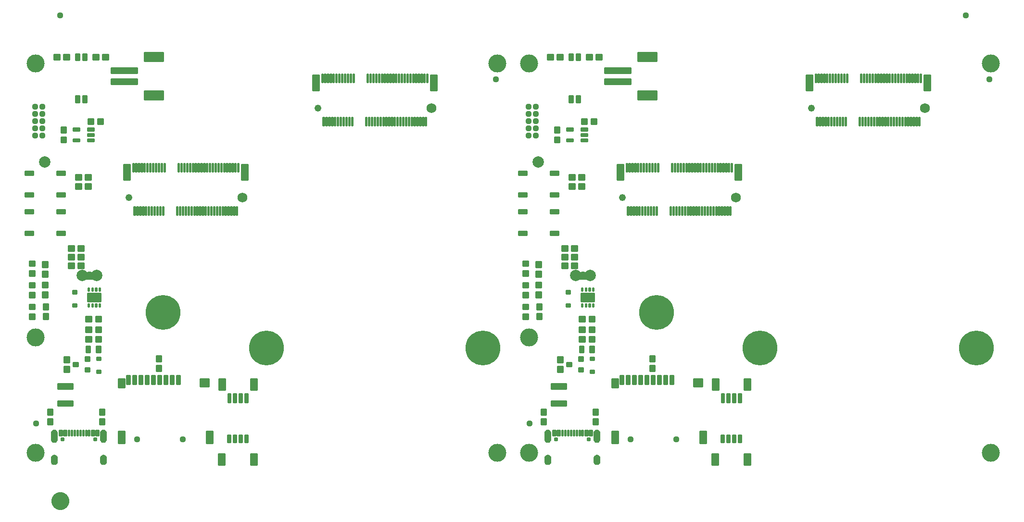
<source format=gts>
G04 EAGLE Gerber RS-274X export*
G75*
%MOMM*%
%FSLAX34Y34*%
%LPD*%
%INSoldermask Top*%
%IPPOS*%
%AMOC8*
5,1,8,0,0,1.08239X$1,22.5*%
G01*
%ADD10C,0.225369*%
%ADD11C,0.225588*%
%ADD12C,6.127000*%
%ADD13C,3.175000*%
%ADD14C,1.227000*%
%ADD15C,1.727000*%
%ADD16C,0.230578*%
%ADD17C,1.127000*%
%ADD18C,0.222250*%
%ADD19C,2.006600*%
%ADD20C,0.225400*%
%ADD21C,0.231559*%
%ADD22C,0.229050*%
%ADD23C,0.777000*%
%ADD24C,0.224509*%
%ADD25C,0.228600*%
%ADD26C,0.227100*%
%ADD27C,0.428259*%
%ADD28C,0.231750*%
%ADD29C,0.223409*%
%ADD30C,1.270000*%
%ADD31C,1.627000*%

G36*
X1014764Y43391D02*
X1014764Y43391D01*
X1014770Y43397D01*
X1014775Y43393D01*
X1016005Y43758D01*
X1016010Y43765D01*
X1016015Y43763D01*
X1017134Y44393D01*
X1017137Y44400D01*
X1017143Y44399D01*
X1018093Y45262D01*
X1018094Y45270D01*
X1018100Y45270D01*
X1018834Y46323D01*
X1018834Y46331D01*
X1018839Y46333D01*
X1019321Y47523D01*
X1019319Y47528D01*
X1019323Y47531D01*
X1019322Y47532D01*
X1019324Y47533D01*
X1019529Y48800D01*
X1019526Y48805D01*
X1019529Y48808D01*
X1019529Y60808D01*
X1019526Y60812D01*
X1019529Y60815D01*
X1019374Y61937D01*
X1019369Y61942D01*
X1019372Y61946D01*
X1019001Y63017D01*
X1018995Y63021D01*
X1018997Y63026D01*
X1018424Y64003D01*
X1018418Y64006D01*
X1018419Y64011D01*
X1017666Y64858D01*
X1017659Y64860D01*
X1017659Y64865D01*
X1016756Y65549D01*
X1016749Y65549D01*
X1016748Y65554D01*
X1015729Y66049D01*
X1015722Y66047D01*
X1015720Y66052D01*
X1014623Y66339D01*
X1014617Y66336D01*
X1014614Y66340D01*
X1013483Y66407D01*
X1013477Y66407D01*
X1012346Y66340D01*
X1012341Y66335D01*
X1012337Y66339D01*
X1011240Y66052D01*
X1011236Y66046D01*
X1011231Y66049D01*
X1010212Y65554D01*
X1010209Y65548D01*
X1010204Y65549D01*
X1009301Y64865D01*
X1009299Y64858D01*
X1009294Y64858D01*
X1008541Y64011D01*
X1008541Y64004D01*
X1008536Y64003D01*
X1007963Y63026D01*
X1007964Y63023D01*
X1007963Y63022D01*
X1007964Y63021D01*
X1007964Y63019D01*
X1007959Y63017D01*
X1007588Y61946D01*
X1007590Y61941D01*
X1007587Y61939D01*
X1007587Y61938D01*
X1007586Y61937D01*
X1007431Y60815D01*
X1007434Y60810D01*
X1007431Y60808D01*
X1007431Y48808D01*
X1007434Y48803D01*
X1007431Y48800D01*
X1007636Y47533D01*
X1007642Y47527D01*
X1007639Y47523D01*
X1008121Y46333D01*
X1008128Y46329D01*
X1008126Y46323D01*
X1008860Y45270D01*
X1008868Y45268D01*
X1008867Y45262D01*
X1009817Y44399D01*
X1009826Y44398D01*
X1009826Y44393D01*
X1010945Y43763D01*
X1010953Y43764D01*
X1010955Y43758D01*
X1012185Y43393D01*
X1012193Y43396D01*
X1012196Y43391D01*
X1013477Y43309D01*
X1013481Y43312D01*
X1013483Y43309D01*
X1014764Y43391D01*
G37*
G36*
X59684Y43391D02*
X59684Y43391D01*
X59690Y43397D01*
X59695Y43393D01*
X60925Y43758D01*
X60930Y43765D01*
X60935Y43763D01*
X62054Y44393D01*
X62057Y44400D01*
X62063Y44399D01*
X63013Y45262D01*
X63014Y45270D01*
X63020Y45270D01*
X63754Y46323D01*
X63754Y46331D01*
X63759Y46333D01*
X64241Y47523D01*
X64239Y47528D01*
X64243Y47531D01*
X64242Y47532D01*
X64244Y47533D01*
X64449Y48800D01*
X64446Y48805D01*
X64449Y48808D01*
X64449Y60808D01*
X64446Y60812D01*
X64449Y60815D01*
X64294Y61937D01*
X64289Y61942D01*
X64292Y61946D01*
X63921Y63017D01*
X63915Y63021D01*
X63917Y63026D01*
X63344Y64003D01*
X63338Y64006D01*
X63339Y64011D01*
X62586Y64858D01*
X62579Y64860D01*
X62579Y64865D01*
X61676Y65549D01*
X61669Y65549D01*
X61668Y65554D01*
X60649Y66049D01*
X60642Y66047D01*
X60640Y66052D01*
X59543Y66339D01*
X59537Y66336D01*
X59534Y66340D01*
X58403Y66407D01*
X58397Y66407D01*
X57266Y66340D01*
X57261Y66335D01*
X57257Y66339D01*
X56160Y66052D01*
X56156Y66046D01*
X56151Y66049D01*
X55132Y65554D01*
X55129Y65548D01*
X55124Y65549D01*
X54221Y64865D01*
X54219Y64858D01*
X54214Y64858D01*
X53461Y64011D01*
X53461Y64004D01*
X53456Y64003D01*
X52883Y63026D01*
X52884Y63023D01*
X52883Y63022D01*
X52884Y63021D01*
X52884Y63019D01*
X52879Y63017D01*
X52508Y61946D01*
X52510Y61941D01*
X52507Y61939D01*
X52507Y61938D01*
X52506Y61937D01*
X52351Y60815D01*
X52354Y60810D01*
X52351Y60808D01*
X52351Y48808D01*
X52354Y48803D01*
X52351Y48800D01*
X52556Y47533D01*
X52562Y47527D01*
X52559Y47523D01*
X53041Y46333D01*
X53048Y46329D01*
X53046Y46323D01*
X53780Y45270D01*
X53788Y45268D01*
X53787Y45262D01*
X54737Y44399D01*
X54746Y44398D01*
X54746Y44393D01*
X55865Y43763D01*
X55873Y43764D01*
X55875Y43758D01*
X57105Y43393D01*
X57113Y43396D01*
X57116Y43391D01*
X58397Y43309D01*
X58401Y43312D01*
X58403Y43309D01*
X59684Y43391D01*
G37*
G36*
X928364Y43391D02*
X928364Y43391D01*
X928370Y43397D01*
X928375Y43393D01*
X929605Y43758D01*
X929610Y43765D01*
X929615Y43763D01*
X930734Y44393D01*
X930737Y44400D01*
X930743Y44399D01*
X931693Y45262D01*
X931694Y45270D01*
X931700Y45270D01*
X932434Y46323D01*
X932434Y46331D01*
X932439Y46333D01*
X932921Y47523D01*
X932919Y47528D01*
X932923Y47531D01*
X932922Y47532D01*
X932924Y47533D01*
X933129Y48800D01*
X933126Y48805D01*
X933129Y48808D01*
X933129Y60808D01*
X933126Y60812D01*
X933129Y60815D01*
X932974Y61937D01*
X932969Y61942D01*
X932972Y61946D01*
X932601Y63017D01*
X932595Y63021D01*
X932597Y63026D01*
X932024Y64003D01*
X932018Y64006D01*
X932019Y64011D01*
X931266Y64858D01*
X931259Y64860D01*
X931259Y64865D01*
X930356Y65549D01*
X930349Y65549D01*
X930348Y65554D01*
X929329Y66049D01*
X929322Y66047D01*
X929320Y66052D01*
X928223Y66339D01*
X928217Y66336D01*
X928214Y66340D01*
X927083Y66407D01*
X927077Y66407D01*
X925946Y66340D01*
X925941Y66335D01*
X925937Y66339D01*
X924840Y66052D01*
X924836Y66046D01*
X924831Y66049D01*
X923812Y65554D01*
X923809Y65548D01*
X923804Y65549D01*
X922901Y64865D01*
X922899Y64858D01*
X922894Y64858D01*
X922141Y64011D01*
X922141Y64004D01*
X922136Y64003D01*
X921563Y63026D01*
X921564Y63023D01*
X921563Y63022D01*
X921564Y63021D01*
X921564Y63019D01*
X921559Y63017D01*
X921188Y61946D01*
X921190Y61941D01*
X921187Y61939D01*
X921187Y61938D01*
X921186Y61937D01*
X921031Y60815D01*
X921034Y60810D01*
X921031Y60808D01*
X921031Y48808D01*
X921034Y48803D01*
X921031Y48800D01*
X921236Y47533D01*
X921242Y47527D01*
X921239Y47523D01*
X921721Y46333D01*
X921728Y46329D01*
X921726Y46323D01*
X922460Y45270D01*
X922468Y45268D01*
X922467Y45262D01*
X923417Y44399D01*
X923426Y44398D01*
X923426Y44393D01*
X924545Y43763D01*
X924553Y43764D01*
X924555Y43758D01*
X925785Y43393D01*
X925793Y43396D01*
X925796Y43391D01*
X927077Y43309D01*
X927081Y43312D01*
X927083Y43309D01*
X928364Y43391D01*
G37*
G36*
X146084Y43391D02*
X146084Y43391D01*
X146090Y43397D01*
X146095Y43393D01*
X147325Y43758D01*
X147330Y43765D01*
X147335Y43763D01*
X148454Y44393D01*
X148457Y44400D01*
X148463Y44399D01*
X149413Y45262D01*
X149414Y45270D01*
X149420Y45270D01*
X150154Y46323D01*
X150154Y46331D01*
X150159Y46333D01*
X150641Y47523D01*
X150639Y47528D01*
X150643Y47531D01*
X150642Y47532D01*
X150644Y47533D01*
X150849Y48800D01*
X150846Y48805D01*
X150849Y48808D01*
X150849Y60808D01*
X150846Y60812D01*
X150849Y60815D01*
X150694Y61937D01*
X150689Y61942D01*
X150692Y61946D01*
X150321Y63017D01*
X150315Y63021D01*
X150317Y63026D01*
X149744Y64003D01*
X149738Y64006D01*
X149739Y64011D01*
X148986Y64858D01*
X148979Y64860D01*
X148979Y64865D01*
X148076Y65549D01*
X148069Y65549D01*
X148068Y65554D01*
X147049Y66049D01*
X147042Y66047D01*
X147040Y66052D01*
X145943Y66339D01*
X145937Y66336D01*
X145934Y66340D01*
X144803Y66407D01*
X144797Y66407D01*
X143666Y66340D01*
X143661Y66335D01*
X143657Y66339D01*
X142560Y66052D01*
X142556Y66046D01*
X142551Y66049D01*
X141532Y65554D01*
X141529Y65548D01*
X141524Y65549D01*
X140621Y64865D01*
X140619Y64858D01*
X140614Y64858D01*
X139861Y64011D01*
X139861Y64004D01*
X139856Y64003D01*
X139283Y63026D01*
X139284Y63023D01*
X139283Y63022D01*
X139284Y63021D01*
X139284Y63019D01*
X139279Y63017D01*
X138908Y61946D01*
X138910Y61941D01*
X138907Y61939D01*
X138907Y61938D01*
X138906Y61937D01*
X138751Y60815D01*
X138754Y60810D01*
X138751Y60808D01*
X138751Y48808D01*
X138754Y48803D01*
X138751Y48800D01*
X138956Y47533D01*
X138962Y47527D01*
X138959Y47523D01*
X139441Y46333D01*
X139448Y46329D01*
X139446Y46323D01*
X140180Y45270D01*
X140188Y45268D01*
X140187Y45262D01*
X141137Y44399D01*
X141146Y44398D01*
X141146Y44393D01*
X142265Y43763D01*
X142273Y43764D01*
X142275Y43758D01*
X143505Y43393D01*
X143513Y43396D01*
X143516Y43391D01*
X144797Y43309D01*
X144801Y43312D01*
X144803Y43309D01*
X146084Y43391D01*
G37*
G36*
X59571Y4119D02*
X59571Y4119D01*
X59576Y4124D01*
X59580Y4121D01*
X60703Y4456D01*
X60707Y4462D01*
X60711Y4460D01*
X61747Y5008D01*
X61750Y5014D01*
X61755Y5013D01*
X62663Y5752D01*
X62665Y5759D01*
X62670Y5759D01*
X63417Y6661D01*
X63417Y6669D01*
X63423Y6669D01*
X63979Y7700D01*
X63978Y7707D01*
X63983Y7709D01*
X64327Y8828D01*
X64325Y8835D01*
X64329Y8838D01*
X64449Y10003D01*
X64447Y10006D01*
X64449Y10008D01*
X64449Y16008D01*
X64447Y16011D01*
X64449Y16013D01*
X64338Y17189D01*
X64333Y17194D01*
X64336Y17198D01*
X63998Y18330D01*
X63992Y18334D01*
X63994Y18339D01*
X63442Y19383D01*
X63435Y19386D01*
X63437Y19391D01*
X62691Y20307D01*
X62684Y20308D01*
X62684Y20314D01*
X61775Y21067D01*
X61767Y21067D01*
X61767Y21072D01*
X60727Y21633D01*
X60720Y21632D01*
X60718Y21637D01*
X59589Y21984D01*
X59583Y21982D01*
X59580Y21986D01*
X58405Y22107D01*
X58398Y22103D01*
X58394Y22107D01*
X57054Y21950D01*
X57048Y21945D01*
X57043Y21948D01*
X55772Y21497D01*
X55767Y21490D01*
X55762Y21492D01*
X54623Y20770D01*
X54620Y20762D01*
X54614Y20763D01*
X53664Y19805D01*
X53663Y19797D01*
X53657Y19796D01*
X52944Y18651D01*
X52945Y18643D01*
X52939Y18641D01*
X52499Y17365D01*
X52501Y17358D01*
X52497Y17355D01*
X52351Y16013D01*
X52353Y16010D01*
X52351Y16008D01*
X52351Y10008D01*
X52353Y10005D01*
X52351Y10002D01*
X52506Y8673D01*
X52512Y8667D01*
X52509Y8663D01*
X52956Y7402D01*
X52963Y7397D01*
X52961Y7392D01*
X53678Y6262D01*
X53685Y6259D01*
X53684Y6253D01*
X54635Y5311D01*
X54643Y5310D01*
X54643Y5304D01*
X55779Y4597D01*
X55787Y4598D01*
X55789Y4592D01*
X57054Y4156D01*
X57059Y4157D01*
X57060Y4157D01*
X57063Y4157D01*
X57065Y4153D01*
X58395Y4009D01*
X58401Y4013D01*
X58405Y4009D01*
X59571Y4119D01*
G37*
G36*
X1014651Y4119D02*
X1014651Y4119D01*
X1014656Y4124D01*
X1014660Y4121D01*
X1015783Y4456D01*
X1015787Y4462D01*
X1015791Y4460D01*
X1016827Y5008D01*
X1016830Y5014D01*
X1016835Y5013D01*
X1017743Y5752D01*
X1017745Y5759D01*
X1017750Y5759D01*
X1018497Y6661D01*
X1018497Y6669D01*
X1018503Y6669D01*
X1019059Y7700D01*
X1019058Y7707D01*
X1019063Y7709D01*
X1019407Y8828D01*
X1019405Y8835D01*
X1019409Y8838D01*
X1019529Y10003D01*
X1019527Y10006D01*
X1019529Y10008D01*
X1019529Y16008D01*
X1019527Y16011D01*
X1019529Y16013D01*
X1019418Y17189D01*
X1019413Y17194D01*
X1019416Y17198D01*
X1019078Y18330D01*
X1019072Y18334D01*
X1019074Y18339D01*
X1018522Y19383D01*
X1018515Y19386D01*
X1018517Y19391D01*
X1017771Y20307D01*
X1017764Y20308D01*
X1017764Y20314D01*
X1016855Y21067D01*
X1016847Y21067D01*
X1016847Y21072D01*
X1015807Y21633D01*
X1015800Y21632D01*
X1015798Y21637D01*
X1014669Y21984D01*
X1014663Y21982D01*
X1014660Y21986D01*
X1013485Y22107D01*
X1013478Y22103D01*
X1013474Y22107D01*
X1012134Y21950D01*
X1012128Y21945D01*
X1012123Y21948D01*
X1010852Y21497D01*
X1010847Y21490D01*
X1010842Y21492D01*
X1009703Y20770D01*
X1009700Y20762D01*
X1009694Y20763D01*
X1008744Y19805D01*
X1008743Y19797D01*
X1008737Y19796D01*
X1008024Y18651D01*
X1008025Y18643D01*
X1008019Y18641D01*
X1007579Y17365D01*
X1007581Y17358D01*
X1007577Y17355D01*
X1007431Y16013D01*
X1007433Y16010D01*
X1007431Y16008D01*
X1007431Y10008D01*
X1007433Y10005D01*
X1007431Y10002D01*
X1007586Y8673D01*
X1007592Y8667D01*
X1007589Y8663D01*
X1008036Y7402D01*
X1008043Y7397D01*
X1008041Y7392D01*
X1008758Y6262D01*
X1008765Y6259D01*
X1008764Y6253D01*
X1009715Y5311D01*
X1009723Y5310D01*
X1009723Y5304D01*
X1010859Y4597D01*
X1010867Y4598D01*
X1010869Y4592D01*
X1012134Y4156D01*
X1012139Y4157D01*
X1012140Y4157D01*
X1012143Y4157D01*
X1012145Y4153D01*
X1013475Y4009D01*
X1013481Y4013D01*
X1013485Y4009D01*
X1014651Y4119D01*
G37*
G36*
X928251Y4119D02*
X928251Y4119D01*
X928256Y4124D01*
X928260Y4121D01*
X929383Y4456D01*
X929387Y4462D01*
X929391Y4460D01*
X930427Y5008D01*
X930430Y5014D01*
X930435Y5013D01*
X931343Y5752D01*
X931345Y5759D01*
X931350Y5759D01*
X932097Y6661D01*
X932097Y6669D01*
X932103Y6669D01*
X932659Y7700D01*
X932658Y7707D01*
X932663Y7709D01*
X933007Y8828D01*
X933005Y8835D01*
X933009Y8838D01*
X933129Y10003D01*
X933127Y10006D01*
X933129Y10008D01*
X933129Y16008D01*
X933127Y16011D01*
X933129Y16013D01*
X933018Y17189D01*
X933013Y17194D01*
X933016Y17198D01*
X932678Y18330D01*
X932672Y18334D01*
X932674Y18339D01*
X932122Y19383D01*
X932115Y19386D01*
X932117Y19391D01*
X931371Y20307D01*
X931364Y20308D01*
X931364Y20314D01*
X930455Y21067D01*
X930447Y21067D01*
X930447Y21072D01*
X929407Y21633D01*
X929400Y21632D01*
X929398Y21637D01*
X928269Y21984D01*
X928263Y21982D01*
X928260Y21986D01*
X927085Y22107D01*
X927078Y22103D01*
X927074Y22107D01*
X925734Y21950D01*
X925728Y21945D01*
X925723Y21948D01*
X924452Y21497D01*
X924447Y21490D01*
X924442Y21492D01*
X923303Y20770D01*
X923300Y20762D01*
X923294Y20763D01*
X922344Y19805D01*
X922343Y19797D01*
X922337Y19796D01*
X921624Y18651D01*
X921625Y18643D01*
X921619Y18641D01*
X921179Y17365D01*
X921181Y17358D01*
X921177Y17355D01*
X921031Y16013D01*
X921033Y16010D01*
X921031Y16008D01*
X921031Y10008D01*
X921033Y10005D01*
X921031Y10002D01*
X921186Y8673D01*
X921192Y8667D01*
X921189Y8663D01*
X921636Y7402D01*
X921643Y7397D01*
X921641Y7392D01*
X922358Y6262D01*
X922365Y6259D01*
X922364Y6253D01*
X923315Y5311D01*
X923323Y5310D01*
X923323Y5304D01*
X924459Y4597D01*
X924467Y4598D01*
X924469Y4592D01*
X925734Y4156D01*
X925739Y4157D01*
X925740Y4157D01*
X925743Y4157D01*
X925745Y4153D01*
X927075Y4009D01*
X927081Y4013D01*
X927085Y4009D01*
X928251Y4119D01*
G37*
G36*
X145971Y4119D02*
X145971Y4119D01*
X145976Y4124D01*
X145980Y4121D01*
X147103Y4456D01*
X147107Y4462D01*
X147111Y4460D01*
X148147Y5008D01*
X148150Y5014D01*
X148155Y5013D01*
X149063Y5752D01*
X149065Y5759D01*
X149070Y5759D01*
X149817Y6661D01*
X149817Y6669D01*
X149823Y6669D01*
X150379Y7700D01*
X150378Y7707D01*
X150383Y7709D01*
X150727Y8828D01*
X150725Y8835D01*
X150729Y8838D01*
X150849Y10003D01*
X150847Y10006D01*
X150849Y10008D01*
X150849Y16008D01*
X150847Y16011D01*
X150849Y16013D01*
X150738Y17189D01*
X150733Y17194D01*
X150736Y17198D01*
X150398Y18330D01*
X150392Y18334D01*
X150394Y18339D01*
X149842Y19383D01*
X149835Y19386D01*
X149837Y19391D01*
X149091Y20307D01*
X149084Y20308D01*
X149084Y20314D01*
X148175Y21067D01*
X148167Y21067D01*
X148167Y21072D01*
X147127Y21633D01*
X147120Y21632D01*
X147118Y21637D01*
X145989Y21984D01*
X145983Y21982D01*
X145980Y21986D01*
X144805Y22107D01*
X144798Y22103D01*
X144794Y22107D01*
X143454Y21950D01*
X143448Y21945D01*
X143443Y21948D01*
X142172Y21497D01*
X142167Y21490D01*
X142162Y21492D01*
X141023Y20770D01*
X141020Y20762D01*
X141014Y20763D01*
X140064Y19805D01*
X140063Y19797D01*
X140057Y19796D01*
X139344Y18651D01*
X139345Y18643D01*
X139339Y18641D01*
X138899Y17365D01*
X138901Y17358D01*
X138897Y17355D01*
X138751Y16013D01*
X138753Y16010D01*
X138751Y16008D01*
X138751Y10008D01*
X138753Y10005D01*
X138751Y10002D01*
X138906Y8673D01*
X138912Y8667D01*
X138909Y8663D01*
X139356Y7402D01*
X139363Y7397D01*
X139361Y7392D01*
X140078Y6262D01*
X140085Y6259D01*
X140084Y6253D01*
X141035Y5311D01*
X141043Y5310D01*
X141043Y5304D01*
X142179Y4597D01*
X142187Y4598D01*
X142189Y4592D01*
X143454Y4156D01*
X143459Y4157D01*
X143460Y4157D01*
X143463Y4157D01*
X143465Y4153D01*
X144795Y4009D01*
X144801Y4013D01*
X144805Y4009D01*
X145971Y4119D01*
G37*
G36*
X990792Y330339D02*
X990792Y330339D01*
X990858Y330341D01*
X990901Y330359D01*
X990948Y330367D01*
X991005Y330401D01*
X991065Y330426D01*
X991100Y330457D01*
X991141Y330482D01*
X991183Y330533D01*
X991231Y330577D01*
X991253Y330619D01*
X991282Y330656D01*
X991303Y330718D01*
X991334Y330777D01*
X991342Y330831D01*
X991354Y330868D01*
X991353Y330908D01*
X991361Y330962D01*
X991361Y344170D01*
X991350Y344235D01*
X991348Y344301D01*
X991330Y344344D01*
X991322Y344391D01*
X991288Y344448D01*
X991263Y344508D01*
X991232Y344543D01*
X991207Y344584D01*
X991156Y344626D01*
X991112Y344674D01*
X991070Y344696D01*
X991033Y344725D01*
X990971Y344746D01*
X990912Y344777D01*
X990858Y344785D01*
X990821Y344797D01*
X990781Y344796D01*
X990727Y344804D01*
X986917Y344804D01*
X986852Y344793D01*
X986786Y344791D01*
X986743Y344773D01*
X986696Y344765D01*
X986639Y344731D01*
X986579Y344706D01*
X986544Y344675D01*
X986503Y344650D01*
X986462Y344599D01*
X986413Y344555D01*
X986391Y344513D01*
X986362Y344476D01*
X986341Y344414D01*
X986310Y344355D01*
X986302Y344301D01*
X986290Y344264D01*
X986291Y344224D01*
X986283Y344170D01*
X986283Y330962D01*
X986294Y330897D01*
X986296Y330831D01*
X986314Y330788D01*
X986322Y330741D01*
X986356Y330684D01*
X986381Y330624D01*
X986412Y330589D01*
X986437Y330548D01*
X986488Y330507D01*
X986532Y330458D01*
X986574Y330436D01*
X986611Y330407D01*
X986673Y330386D01*
X986732Y330355D01*
X986786Y330347D01*
X986823Y330335D01*
X986863Y330336D01*
X986917Y330328D01*
X990727Y330328D01*
X990792Y330339D01*
G37*
G36*
X122112Y330339D02*
X122112Y330339D01*
X122178Y330341D01*
X122221Y330359D01*
X122268Y330367D01*
X122325Y330401D01*
X122385Y330426D01*
X122420Y330457D01*
X122461Y330482D01*
X122503Y330533D01*
X122551Y330577D01*
X122573Y330619D01*
X122602Y330656D01*
X122623Y330718D01*
X122654Y330777D01*
X122662Y330831D01*
X122674Y330868D01*
X122673Y330908D01*
X122681Y330962D01*
X122681Y344170D01*
X122670Y344235D01*
X122668Y344301D01*
X122650Y344344D01*
X122642Y344391D01*
X122608Y344448D01*
X122583Y344508D01*
X122552Y344543D01*
X122527Y344584D01*
X122476Y344626D01*
X122432Y344674D01*
X122390Y344696D01*
X122353Y344725D01*
X122291Y344746D01*
X122232Y344777D01*
X122178Y344785D01*
X122141Y344797D01*
X122101Y344796D01*
X122047Y344804D01*
X118237Y344804D01*
X118172Y344793D01*
X118106Y344791D01*
X118063Y344773D01*
X118016Y344765D01*
X117959Y344731D01*
X117899Y344706D01*
X117864Y344675D01*
X117823Y344650D01*
X117782Y344599D01*
X117733Y344555D01*
X117711Y344513D01*
X117682Y344476D01*
X117661Y344414D01*
X117630Y344355D01*
X117622Y344301D01*
X117610Y344264D01*
X117611Y344224D01*
X117603Y344170D01*
X117603Y330962D01*
X117614Y330897D01*
X117616Y330831D01*
X117634Y330788D01*
X117642Y330741D01*
X117676Y330684D01*
X117701Y330624D01*
X117732Y330589D01*
X117757Y330548D01*
X117808Y330507D01*
X117852Y330458D01*
X117894Y330436D01*
X117931Y330407D01*
X117993Y330386D01*
X118052Y330355D01*
X118106Y330347D01*
X118143Y330335D01*
X118183Y330336D01*
X118237Y330328D01*
X122047Y330328D01*
X122112Y330339D01*
G37*
D10*
X368728Y114792D02*
X363712Y114792D01*
X363712Y129308D01*
X368728Y129308D01*
X368728Y114792D01*
X368728Y116933D02*
X363712Y116933D01*
X363712Y119074D02*
X368728Y119074D01*
X368728Y121215D02*
X363712Y121215D01*
X363712Y123356D02*
X368728Y123356D01*
X368728Y125497D02*
X363712Y125497D01*
X363712Y127638D02*
X368728Y127638D01*
X373712Y114792D02*
X378728Y114792D01*
X373712Y114792D02*
X373712Y129308D01*
X378728Y129308D01*
X378728Y114792D01*
X378728Y116933D02*
X373712Y116933D01*
X373712Y119074D02*
X378728Y119074D01*
X378728Y121215D02*
X373712Y121215D01*
X373712Y123356D02*
X378728Y123356D01*
X378728Y125497D02*
X373712Y125497D01*
X373712Y127638D02*
X378728Y127638D01*
X383712Y114792D02*
X388728Y114792D01*
X383712Y114792D02*
X383712Y129308D01*
X388728Y129308D01*
X388728Y114792D01*
X388728Y116933D02*
X383712Y116933D01*
X383712Y119074D02*
X388728Y119074D01*
X388728Y121215D02*
X383712Y121215D01*
X383712Y123356D02*
X388728Y123356D01*
X388728Y125497D02*
X383712Y125497D01*
X383712Y127638D02*
X388728Y127638D01*
X393712Y114792D02*
X398728Y114792D01*
X393712Y114792D02*
X393712Y129308D01*
X398728Y129308D01*
X398728Y114792D01*
X398728Y116933D02*
X393712Y116933D01*
X393712Y119074D02*
X398728Y119074D01*
X398728Y121215D02*
X393712Y121215D01*
X393712Y123356D02*
X398728Y123356D01*
X398728Y125497D02*
X393712Y125497D01*
X393712Y127638D02*
X398728Y127638D01*
D11*
X358727Y136793D02*
X347713Y136793D01*
X347713Y155807D01*
X358727Y155807D01*
X358727Y136793D01*
X358727Y138936D02*
X347713Y138936D01*
X347713Y141079D02*
X358727Y141079D01*
X358727Y143222D02*
X347713Y143222D01*
X347713Y145365D02*
X358727Y145365D01*
X358727Y147508D02*
X347713Y147508D01*
X347713Y149651D02*
X358727Y149651D01*
X358727Y151794D02*
X347713Y151794D01*
X347713Y153937D02*
X358727Y153937D01*
X403713Y136793D02*
X414727Y136793D01*
X403713Y136793D02*
X403713Y155807D01*
X414727Y155807D01*
X414727Y136793D01*
X414727Y138936D02*
X403713Y138936D01*
X403713Y141079D02*
X414727Y141079D01*
X414727Y143222D02*
X403713Y143222D01*
X403713Y145365D02*
X414727Y145365D01*
X414727Y147508D02*
X403713Y147508D01*
X403713Y149651D02*
X414727Y149651D01*
X414727Y151794D02*
X403713Y151794D01*
X403713Y153937D02*
X414727Y153937D01*
X358507Y4543D02*
X347493Y4543D01*
X347493Y23557D01*
X358507Y23557D01*
X358507Y4543D01*
X358507Y6686D02*
X347493Y6686D01*
X347493Y8829D02*
X358507Y8829D01*
X358507Y10972D02*
X347493Y10972D01*
X347493Y13115D02*
X358507Y13115D01*
X358507Y15258D02*
X347493Y15258D01*
X347493Y17401D02*
X358507Y17401D01*
X358507Y19544D02*
X347493Y19544D01*
X347493Y21687D02*
X358507Y21687D01*
X403493Y4543D02*
X414507Y4543D01*
X403493Y4543D02*
X403493Y23557D01*
X414507Y23557D01*
X414507Y4543D01*
X414507Y6686D02*
X403493Y6686D01*
X403493Y8829D02*
X414507Y8829D01*
X414507Y10972D02*
X403493Y10972D01*
X403493Y13115D02*
X414507Y13115D01*
X414507Y15258D02*
X403493Y15258D01*
X403493Y17401D02*
X414507Y17401D01*
X414507Y19544D02*
X403493Y19544D01*
X403493Y21687D02*
X414507Y21687D01*
D10*
X368508Y44542D02*
X363492Y44542D01*
X363492Y57058D01*
X368508Y57058D01*
X368508Y44542D01*
X368508Y46683D02*
X363492Y46683D01*
X363492Y48824D02*
X368508Y48824D01*
X368508Y50965D02*
X363492Y50965D01*
X363492Y53106D02*
X368508Y53106D01*
X368508Y55247D02*
X363492Y55247D01*
X373492Y44542D02*
X378508Y44542D01*
X373492Y44542D02*
X373492Y57058D01*
X378508Y57058D01*
X378508Y44542D01*
X378508Y46683D02*
X373492Y46683D01*
X373492Y48824D02*
X378508Y48824D01*
X378508Y50965D02*
X373492Y50965D01*
X373492Y53106D02*
X378508Y53106D01*
X378508Y55247D02*
X373492Y55247D01*
X383492Y44542D02*
X388508Y44542D01*
X383492Y44542D02*
X383492Y57058D01*
X388508Y57058D01*
X388508Y44542D01*
X388508Y46683D02*
X383492Y46683D01*
X383492Y48824D02*
X388508Y48824D01*
X388508Y50965D02*
X383492Y50965D01*
X383492Y53106D02*
X388508Y53106D01*
X388508Y55247D02*
X383492Y55247D01*
X393492Y44542D02*
X398508Y44542D01*
X393492Y44542D02*
X393492Y57058D01*
X398508Y57058D01*
X398508Y44542D01*
X398508Y46683D02*
X393492Y46683D01*
X393492Y48824D02*
X398508Y48824D01*
X398508Y50965D02*
X393492Y50965D01*
X393492Y53106D02*
X398508Y53106D01*
X398508Y55247D02*
X393492Y55247D01*
D12*
X812800Y210058D03*
X249682Y272542D03*
D13*
X25400Y711200D03*
X838200Y711200D03*
X838200Y25400D03*
X25400Y25400D03*
D14*
X189560Y474980D03*
D15*
X389560Y474980D03*
D16*
X198042Y520498D02*
X196078Y520498D01*
X196078Y534962D01*
X198042Y534962D01*
X198042Y520498D01*
X198042Y522689D02*
X196078Y522689D01*
X196078Y524880D02*
X198042Y524880D01*
X198042Y527071D02*
X196078Y527071D01*
X196078Y529262D02*
X198042Y529262D01*
X198042Y531453D02*
X196078Y531453D01*
X196078Y533644D02*
X198042Y533644D01*
D11*
X191567Y506723D02*
X180553Y506723D01*
X180553Y533237D01*
X191567Y533237D01*
X191567Y506723D01*
X191567Y508866D02*
X180553Y508866D01*
X180553Y511009D02*
X191567Y511009D01*
X191567Y513152D02*
X180553Y513152D01*
X180553Y515295D02*
X191567Y515295D01*
X191567Y517438D02*
X180553Y517438D01*
X180553Y519581D02*
X191567Y519581D01*
X191567Y521724D02*
X180553Y521724D01*
X180553Y523867D02*
X191567Y523867D01*
X191567Y526010D02*
X180553Y526010D01*
X180553Y528153D02*
X191567Y528153D01*
X191567Y530296D02*
X180553Y530296D01*
X180553Y532439D02*
X191567Y532439D01*
X387553Y506723D02*
X398567Y506723D01*
X387553Y506723D02*
X387553Y533237D01*
X398567Y533237D01*
X398567Y506723D01*
X398567Y508866D02*
X387553Y508866D01*
X387553Y511009D02*
X398567Y511009D01*
X398567Y513152D02*
X387553Y513152D01*
X387553Y515295D02*
X398567Y515295D01*
X398567Y517438D02*
X387553Y517438D01*
X387553Y519581D02*
X398567Y519581D01*
X398567Y521724D02*
X387553Y521724D01*
X387553Y523867D02*
X398567Y523867D01*
X398567Y526010D02*
X387553Y526010D01*
X387553Y528153D02*
X398567Y528153D01*
X398567Y530296D02*
X387553Y530296D01*
X387553Y532439D02*
X398567Y532439D01*
D16*
X200542Y444998D02*
X198578Y444998D01*
X198578Y459462D01*
X200542Y459462D01*
X200542Y444998D01*
X200542Y447189D02*
X198578Y447189D01*
X198578Y449380D02*
X200542Y449380D01*
X200542Y451571D02*
X198578Y451571D01*
X198578Y453762D02*
X200542Y453762D01*
X200542Y455953D02*
X198578Y455953D01*
X198578Y458144D02*
X200542Y458144D01*
X201078Y520498D02*
X203042Y520498D01*
X201078Y520498D02*
X201078Y534962D01*
X203042Y534962D01*
X203042Y520498D01*
X203042Y522689D02*
X201078Y522689D01*
X201078Y524880D02*
X203042Y524880D01*
X203042Y527071D02*
X201078Y527071D01*
X201078Y529262D02*
X203042Y529262D01*
X203042Y531453D02*
X201078Y531453D01*
X201078Y533644D02*
X203042Y533644D01*
X203578Y444998D02*
X205542Y444998D01*
X203578Y444998D02*
X203578Y459462D01*
X205542Y459462D01*
X205542Y444998D01*
X205542Y447189D02*
X203578Y447189D01*
X203578Y449380D02*
X205542Y449380D01*
X205542Y451571D02*
X203578Y451571D01*
X203578Y453762D02*
X205542Y453762D01*
X205542Y455953D02*
X203578Y455953D01*
X203578Y458144D02*
X205542Y458144D01*
X206078Y520498D02*
X208042Y520498D01*
X206078Y520498D02*
X206078Y534962D01*
X208042Y534962D01*
X208042Y520498D01*
X208042Y522689D02*
X206078Y522689D01*
X206078Y524880D02*
X208042Y524880D01*
X208042Y527071D02*
X206078Y527071D01*
X206078Y529262D02*
X208042Y529262D01*
X208042Y531453D02*
X206078Y531453D01*
X206078Y533644D02*
X208042Y533644D01*
X208578Y444998D02*
X210542Y444998D01*
X208578Y444998D02*
X208578Y459462D01*
X210542Y459462D01*
X210542Y444998D01*
X210542Y447189D02*
X208578Y447189D01*
X208578Y449380D02*
X210542Y449380D01*
X210542Y451571D02*
X208578Y451571D01*
X208578Y453762D02*
X210542Y453762D01*
X210542Y455953D02*
X208578Y455953D01*
X208578Y458144D02*
X210542Y458144D01*
X211078Y520498D02*
X213042Y520498D01*
X211078Y520498D02*
X211078Y534962D01*
X213042Y534962D01*
X213042Y520498D01*
X213042Y522689D02*
X211078Y522689D01*
X211078Y524880D02*
X213042Y524880D01*
X213042Y527071D02*
X211078Y527071D01*
X211078Y529262D02*
X213042Y529262D01*
X213042Y531453D02*
X211078Y531453D01*
X211078Y533644D02*
X213042Y533644D01*
X213578Y444998D02*
X215542Y444998D01*
X213578Y444998D02*
X213578Y459462D01*
X215542Y459462D01*
X215542Y444998D01*
X215542Y447189D02*
X213578Y447189D01*
X213578Y449380D02*
X215542Y449380D01*
X215542Y451571D02*
X213578Y451571D01*
X213578Y453762D02*
X215542Y453762D01*
X215542Y455953D02*
X213578Y455953D01*
X213578Y458144D02*
X215542Y458144D01*
X216078Y520498D02*
X218042Y520498D01*
X216078Y520498D02*
X216078Y534962D01*
X218042Y534962D01*
X218042Y520498D01*
X218042Y522689D02*
X216078Y522689D01*
X216078Y524880D02*
X218042Y524880D01*
X218042Y527071D02*
X216078Y527071D01*
X216078Y529262D02*
X218042Y529262D01*
X218042Y531453D02*
X216078Y531453D01*
X216078Y533644D02*
X218042Y533644D01*
X218578Y444998D02*
X220542Y444998D01*
X218578Y444998D02*
X218578Y459462D01*
X220542Y459462D01*
X220542Y444998D01*
X220542Y447189D02*
X218578Y447189D01*
X218578Y449380D02*
X220542Y449380D01*
X220542Y451571D02*
X218578Y451571D01*
X218578Y453762D02*
X220542Y453762D01*
X220542Y455953D02*
X218578Y455953D01*
X218578Y458144D02*
X220542Y458144D01*
X221078Y520498D02*
X223042Y520498D01*
X221078Y520498D02*
X221078Y534962D01*
X223042Y534962D01*
X223042Y520498D01*
X223042Y522689D02*
X221078Y522689D01*
X221078Y524880D02*
X223042Y524880D01*
X223042Y527071D02*
X221078Y527071D01*
X221078Y529262D02*
X223042Y529262D01*
X223042Y531453D02*
X221078Y531453D01*
X221078Y533644D02*
X223042Y533644D01*
X223578Y444998D02*
X225542Y444998D01*
X223578Y444998D02*
X223578Y459462D01*
X225542Y459462D01*
X225542Y444998D01*
X225542Y447189D02*
X223578Y447189D01*
X223578Y449380D02*
X225542Y449380D01*
X225542Y451571D02*
X223578Y451571D01*
X223578Y453762D02*
X225542Y453762D01*
X225542Y455953D02*
X223578Y455953D01*
X223578Y458144D02*
X225542Y458144D01*
X226078Y520498D02*
X228042Y520498D01*
X226078Y520498D02*
X226078Y534962D01*
X228042Y534962D01*
X228042Y520498D01*
X228042Y522689D02*
X226078Y522689D01*
X226078Y524880D02*
X228042Y524880D01*
X228042Y527071D02*
X226078Y527071D01*
X226078Y529262D02*
X228042Y529262D01*
X228042Y531453D02*
X226078Y531453D01*
X226078Y533644D02*
X228042Y533644D01*
X228578Y444998D02*
X230542Y444998D01*
X228578Y444998D02*
X228578Y459462D01*
X230542Y459462D01*
X230542Y444998D01*
X230542Y447189D02*
X228578Y447189D01*
X228578Y449380D02*
X230542Y449380D01*
X230542Y451571D02*
X228578Y451571D01*
X228578Y453762D02*
X230542Y453762D01*
X230542Y455953D02*
X228578Y455953D01*
X228578Y458144D02*
X230542Y458144D01*
X231078Y520498D02*
X233042Y520498D01*
X231078Y520498D02*
X231078Y534962D01*
X233042Y534962D01*
X233042Y520498D01*
X233042Y522689D02*
X231078Y522689D01*
X231078Y524880D02*
X233042Y524880D01*
X233042Y527071D02*
X231078Y527071D01*
X231078Y529262D02*
X233042Y529262D01*
X233042Y531453D02*
X231078Y531453D01*
X231078Y533644D02*
X233042Y533644D01*
X233578Y444998D02*
X235542Y444998D01*
X233578Y444998D02*
X233578Y459462D01*
X235542Y459462D01*
X235542Y444998D01*
X235542Y447189D02*
X233578Y447189D01*
X233578Y449380D02*
X235542Y449380D01*
X235542Y451571D02*
X233578Y451571D01*
X233578Y453762D02*
X235542Y453762D01*
X235542Y455953D02*
X233578Y455953D01*
X233578Y458144D02*
X235542Y458144D01*
X236078Y520498D02*
X238042Y520498D01*
X236078Y520498D02*
X236078Y534962D01*
X238042Y534962D01*
X238042Y520498D01*
X238042Y522689D02*
X236078Y522689D01*
X236078Y524880D02*
X238042Y524880D01*
X238042Y527071D02*
X236078Y527071D01*
X236078Y529262D02*
X238042Y529262D01*
X238042Y531453D02*
X236078Y531453D01*
X236078Y533644D02*
X238042Y533644D01*
X238578Y444998D02*
X240542Y444998D01*
X238578Y444998D02*
X238578Y459462D01*
X240542Y459462D01*
X240542Y444998D01*
X240542Y447189D02*
X238578Y447189D01*
X238578Y449380D02*
X240542Y449380D01*
X240542Y451571D02*
X238578Y451571D01*
X238578Y453762D02*
X240542Y453762D01*
X240542Y455953D02*
X238578Y455953D01*
X238578Y458144D02*
X240542Y458144D01*
X241078Y520498D02*
X243042Y520498D01*
X241078Y520498D02*
X241078Y534962D01*
X243042Y534962D01*
X243042Y520498D01*
X243042Y522689D02*
X241078Y522689D01*
X241078Y524880D02*
X243042Y524880D01*
X243042Y527071D02*
X241078Y527071D01*
X241078Y529262D02*
X243042Y529262D01*
X243042Y531453D02*
X241078Y531453D01*
X241078Y533644D02*
X243042Y533644D01*
X243578Y444998D02*
X245542Y444998D01*
X243578Y444998D02*
X243578Y459462D01*
X245542Y459462D01*
X245542Y444998D01*
X245542Y447189D02*
X243578Y447189D01*
X243578Y449380D02*
X245542Y449380D01*
X245542Y451571D02*
X243578Y451571D01*
X243578Y453762D02*
X245542Y453762D01*
X245542Y455953D02*
X243578Y455953D01*
X243578Y458144D02*
X245542Y458144D01*
X246078Y520498D02*
X248042Y520498D01*
X246078Y520498D02*
X246078Y534962D01*
X248042Y534962D01*
X248042Y520498D01*
X248042Y522689D02*
X246078Y522689D01*
X246078Y524880D02*
X248042Y524880D01*
X248042Y527071D02*
X246078Y527071D01*
X246078Y529262D02*
X248042Y529262D01*
X248042Y531453D02*
X246078Y531453D01*
X246078Y533644D02*
X248042Y533644D01*
X248578Y444998D02*
X250542Y444998D01*
X248578Y444998D02*
X248578Y459462D01*
X250542Y459462D01*
X250542Y444998D01*
X250542Y447189D02*
X248578Y447189D01*
X248578Y449380D02*
X250542Y449380D01*
X250542Y451571D02*
X248578Y451571D01*
X248578Y453762D02*
X250542Y453762D01*
X250542Y455953D02*
X248578Y455953D01*
X248578Y458144D02*
X250542Y458144D01*
X251078Y520498D02*
X253042Y520498D01*
X251078Y520498D02*
X251078Y534962D01*
X253042Y534962D01*
X253042Y520498D01*
X253042Y522689D02*
X251078Y522689D01*
X251078Y524880D02*
X253042Y524880D01*
X253042Y527071D02*
X251078Y527071D01*
X251078Y529262D02*
X253042Y529262D01*
X253042Y531453D02*
X251078Y531453D01*
X251078Y533644D02*
X253042Y533644D01*
X273578Y444998D02*
X275542Y444998D01*
X273578Y444998D02*
X273578Y459462D01*
X275542Y459462D01*
X275542Y444998D01*
X275542Y447189D02*
X273578Y447189D01*
X273578Y449380D02*
X275542Y449380D01*
X275542Y451571D02*
X273578Y451571D01*
X273578Y453762D02*
X275542Y453762D01*
X275542Y455953D02*
X273578Y455953D01*
X273578Y458144D02*
X275542Y458144D01*
X276078Y520498D02*
X278042Y520498D01*
X276078Y520498D02*
X276078Y534962D01*
X278042Y534962D01*
X278042Y520498D01*
X278042Y522689D02*
X276078Y522689D01*
X276078Y524880D02*
X278042Y524880D01*
X278042Y527071D02*
X276078Y527071D01*
X276078Y529262D02*
X278042Y529262D01*
X278042Y531453D02*
X276078Y531453D01*
X276078Y533644D02*
X278042Y533644D01*
X278578Y444998D02*
X280542Y444998D01*
X278578Y444998D02*
X278578Y459462D01*
X280542Y459462D01*
X280542Y444998D01*
X280542Y447189D02*
X278578Y447189D01*
X278578Y449380D02*
X280542Y449380D01*
X280542Y451571D02*
X278578Y451571D01*
X278578Y453762D02*
X280542Y453762D01*
X280542Y455953D02*
X278578Y455953D01*
X278578Y458144D02*
X280542Y458144D01*
X281078Y520498D02*
X283042Y520498D01*
X281078Y520498D02*
X281078Y534962D01*
X283042Y534962D01*
X283042Y520498D01*
X283042Y522689D02*
X281078Y522689D01*
X281078Y524880D02*
X283042Y524880D01*
X283042Y527071D02*
X281078Y527071D01*
X281078Y529262D02*
X283042Y529262D01*
X283042Y531453D02*
X281078Y531453D01*
X281078Y533644D02*
X283042Y533644D01*
X283578Y444998D02*
X285542Y444998D01*
X283578Y444998D02*
X283578Y459462D01*
X285542Y459462D01*
X285542Y444998D01*
X285542Y447189D02*
X283578Y447189D01*
X283578Y449380D02*
X285542Y449380D01*
X285542Y451571D02*
X283578Y451571D01*
X283578Y453762D02*
X285542Y453762D01*
X285542Y455953D02*
X283578Y455953D01*
X283578Y458144D02*
X285542Y458144D01*
X286078Y520498D02*
X288042Y520498D01*
X286078Y520498D02*
X286078Y534962D01*
X288042Y534962D01*
X288042Y520498D01*
X288042Y522689D02*
X286078Y522689D01*
X286078Y524880D02*
X288042Y524880D01*
X288042Y527071D02*
X286078Y527071D01*
X286078Y529262D02*
X288042Y529262D01*
X288042Y531453D02*
X286078Y531453D01*
X286078Y533644D02*
X288042Y533644D01*
X288578Y444998D02*
X290542Y444998D01*
X288578Y444998D02*
X288578Y459462D01*
X290542Y459462D01*
X290542Y444998D01*
X290542Y447189D02*
X288578Y447189D01*
X288578Y449380D02*
X290542Y449380D01*
X290542Y451571D02*
X288578Y451571D01*
X288578Y453762D02*
X290542Y453762D01*
X290542Y455953D02*
X288578Y455953D01*
X288578Y458144D02*
X290542Y458144D01*
X291078Y520498D02*
X293042Y520498D01*
X291078Y520498D02*
X291078Y534962D01*
X293042Y534962D01*
X293042Y520498D01*
X293042Y522689D02*
X291078Y522689D01*
X291078Y524880D02*
X293042Y524880D01*
X293042Y527071D02*
X291078Y527071D01*
X291078Y529262D02*
X293042Y529262D01*
X293042Y531453D02*
X291078Y531453D01*
X291078Y533644D02*
X293042Y533644D01*
X293578Y444998D02*
X295542Y444998D01*
X293578Y444998D02*
X293578Y459462D01*
X295542Y459462D01*
X295542Y444998D01*
X295542Y447189D02*
X293578Y447189D01*
X293578Y449380D02*
X295542Y449380D01*
X295542Y451571D02*
X293578Y451571D01*
X293578Y453762D02*
X295542Y453762D01*
X295542Y455953D02*
X293578Y455953D01*
X293578Y458144D02*
X295542Y458144D01*
X296078Y520498D02*
X298042Y520498D01*
X296078Y520498D02*
X296078Y534962D01*
X298042Y534962D01*
X298042Y520498D01*
X298042Y522689D02*
X296078Y522689D01*
X296078Y524880D02*
X298042Y524880D01*
X298042Y527071D02*
X296078Y527071D01*
X296078Y529262D02*
X298042Y529262D01*
X298042Y531453D02*
X296078Y531453D01*
X296078Y533644D02*
X298042Y533644D01*
X298578Y444998D02*
X300542Y444998D01*
X298578Y444998D02*
X298578Y459462D01*
X300542Y459462D01*
X300542Y444998D01*
X300542Y447189D02*
X298578Y447189D01*
X298578Y449380D02*
X300542Y449380D01*
X300542Y451571D02*
X298578Y451571D01*
X298578Y453762D02*
X300542Y453762D01*
X300542Y455953D02*
X298578Y455953D01*
X298578Y458144D02*
X300542Y458144D01*
X301078Y520498D02*
X303042Y520498D01*
X301078Y520498D02*
X301078Y534962D01*
X303042Y534962D01*
X303042Y520498D01*
X303042Y522689D02*
X301078Y522689D01*
X301078Y524880D02*
X303042Y524880D01*
X303042Y527071D02*
X301078Y527071D01*
X301078Y529262D02*
X303042Y529262D01*
X303042Y531453D02*
X301078Y531453D01*
X301078Y533644D02*
X303042Y533644D01*
X303578Y444998D02*
X305542Y444998D01*
X303578Y444998D02*
X303578Y459462D01*
X305542Y459462D01*
X305542Y444998D01*
X305542Y447189D02*
X303578Y447189D01*
X303578Y449380D02*
X305542Y449380D01*
X305542Y451571D02*
X303578Y451571D01*
X303578Y453762D02*
X305542Y453762D01*
X305542Y455953D02*
X303578Y455953D01*
X303578Y458144D02*
X305542Y458144D01*
X306078Y520498D02*
X308042Y520498D01*
X306078Y520498D02*
X306078Y534962D01*
X308042Y534962D01*
X308042Y520498D01*
X308042Y522689D02*
X306078Y522689D01*
X306078Y524880D02*
X308042Y524880D01*
X308042Y527071D02*
X306078Y527071D01*
X306078Y529262D02*
X308042Y529262D01*
X308042Y531453D02*
X306078Y531453D01*
X306078Y533644D02*
X308042Y533644D01*
X308578Y444998D02*
X310542Y444998D01*
X308578Y444998D02*
X308578Y459462D01*
X310542Y459462D01*
X310542Y444998D01*
X310542Y447189D02*
X308578Y447189D01*
X308578Y449380D02*
X310542Y449380D01*
X310542Y451571D02*
X308578Y451571D01*
X308578Y453762D02*
X310542Y453762D01*
X310542Y455953D02*
X308578Y455953D01*
X308578Y458144D02*
X310542Y458144D01*
X311078Y520498D02*
X313042Y520498D01*
X311078Y520498D02*
X311078Y534962D01*
X313042Y534962D01*
X313042Y520498D01*
X313042Y522689D02*
X311078Y522689D01*
X311078Y524880D02*
X313042Y524880D01*
X313042Y527071D02*
X311078Y527071D01*
X311078Y529262D02*
X313042Y529262D01*
X313042Y531453D02*
X311078Y531453D01*
X311078Y533644D02*
X313042Y533644D01*
X313578Y444998D02*
X315542Y444998D01*
X313578Y444998D02*
X313578Y459462D01*
X315542Y459462D01*
X315542Y444998D01*
X315542Y447189D02*
X313578Y447189D01*
X313578Y449380D02*
X315542Y449380D01*
X315542Y451571D02*
X313578Y451571D01*
X313578Y453762D02*
X315542Y453762D01*
X315542Y455953D02*
X313578Y455953D01*
X313578Y458144D02*
X315542Y458144D01*
X316078Y520498D02*
X318042Y520498D01*
X316078Y520498D02*
X316078Y534962D01*
X318042Y534962D01*
X318042Y520498D01*
X318042Y522689D02*
X316078Y522689D01*
X316078Y524880D02*
X318042Y524880D01*
X318042Y527071D02*
X316078Y527071D01*
X316078Y529262D02*
X318042Y529262D01*
X318042Y531453D02*
X316078Y531453D01*
X316078Y533644D02*
X318042Y533644D01*
X318578Y444998D02*
X320542Y444998D01*
X318578Y444998D02*
X318578Y459462D01*
X320542Y459462D01*
X320542Y444998D01*
X320542Y447189D02*
X318578Y447189D01*
X318578Y449380D02*
X320542Y449380D01*
X320542Y451571D02*
X318578Y451571D01*
X318578Y453762D02*
X320542Y453762D01*
X320542Y455953D02*
X318578Y455953D01*
X318578Y458144D02*
X320542Y458144D01*
X321078Y520498D02*
X323042Y520498D01*
X321078Y520498D02*
X321078Y534962D01*
X323042Y534962D01*
X323042Y520498D01*
X323042Y522689D02*
X321078Y522689D01*
X321078Y524880D02*
X323042Y524880D01*
X323042Y527071D02*
X321078Y527071D01*
X321078Y529262D02*
X323042Y529262D01*
X323042Y531453D02*
X321078Y531453D01*
X321078Y533644D02*
X323042Y533644D01*
X323578Y444998D02*
X325542Y444998D01*
X323578Y444998D02*
X323578Y459462D01*
X325542Y459462D01*
X325542Y444998D01*
X325542Y447189D02*
X323578Y447189D01*
X323578Y449380D02*
X325542Y449380D01*
X325542Y451571D02*
X323578Y451571D01*
X323578Y453762D02*
X325542Y453762D01*
X325542Y455953D02*
X323578Y455953D01*
X323578Y458144D02*
X325542Y458144D01*
X326078Y520498D02*
X328042Y520498D01*
X326078Y520498D02*
X326078Y534962D01*
X328042Y534962D01*
X328042Y520498D01*
X328042Y522689D02*
X326078Y522689D01*
X326078Y524880D02*
X328042Y524880D01*
X328042Y527071D02*
X326078Y527071D01*
X326078Y529262D02*
X328042Y529262D01*
X328042Y531453D02*
X326078Y531453D01*
X326078Y533644D02*
X328042Y533644D01*
X328578Y444998D02*
X330542Y444998D01*
X328578Y444998D02*
X328578Y459462D01*
X330542Y459462D01*
X330542Y444998D01*
X330542Y447189D02*
X328578Y447189D01*
X328578Y449380D02*
X330542Y449380D01*
X330542Y451571D02*
X328578Y451571D01*
X328578Y453762D02*
X330542Y453762D01*
X330542Y455953D02*
X328578Y455953D01*
X328578Y458144D02*
X330542Y458144D01*
X331078Y520498D02*
X333042Y520498D01*
X331078Y520498D02*
X331078Y534962D01*
X333042Y534962D01*
X333042Y520498D01*
X333042Y522689D02*
X331078Y522689D01*
X331078Y524880D02*
X333042Y524880D01*
X333042Y527071D02*
X331078Y527071D01*
X331078Y529262D02*
X333042Y529262D01*
X333042Y531453D02*
X331078Y531453D01*
X331078Y533644D02*
X333042Y533644D01*
X333578Y444998D02*
X335542Y444998D01*
X333578Y444998D02*
X333578Y459462D01*
X335542Y459462D01*
X335542Y444998D01*
X335542Y447189D02*
X333578Y447189D01*
X333578Y449380D02*
X335542Y449380D01*
X335542Y451571D02*
X333578Y451571D01*
X333578Y453762D02*
X335542Y453762D01*
X335542Y455953D02*
X333578Y455953D01*
X333578Y458144D02*
X335542Y458144D01*
X336078Y520498D02*
X338042Y520498D01*
X336078Y520498D02*
X336078Y534962D01*
X338042Y534962D01*
X338042Y520498D01*
X338042Y522689D02*
X336078Y522689D01*
X336078Y524880D02*
X338042Y524880D01*
X338042Y527071D02*
X336078Y527071D01*
X336078Y529262D02*
X338042Y529262D01*
X338042Y531453D02*
X336078Y531453D01*
X336078Y533644D02*
X338042Y533644D01*
X338578Y444998D02*
X340542Y444998D01*
X338578Y444998D02*
X338578Y459462D01*
X340542Y459462D01*
X340542Y444998D01*
X340542Y447189D02*
X338578Y447189D01*
X338578Y449380D02*
X340542Y449380D01*
X340542Y451571D02*
X338578Y451571D01*
X338578Y453762D02*
X340542Y453762D01*
X340542Y455953D02*
X338578Y455953D01*
X338578Y458144D02*
X340542Y458144D01*
X341078Y520498D02*
X343042Y520498D01*
X341078Y520498D02*
X341078Y534962D01*
X343042Y534962D01*
X343042Y520498D01*
X343042Y522689D02*
X341078Y522689D01*
X341078Y524880D02*
X343042Y524880D01*
X343042Y527071D02*
X341078Y527071D01*
X341078Y529262D02*
X343042Y529262D01*
X343042Y531453D02*
X341078Y531453D01*
X341078Y533644D02*
X343042Y533644D01*
X343578Y444998D02*
X345542Y444998D01*
X343578Y444998D02*
X343578Y459462D01*
X345542Y459462D01*
X345542Y444998D01*
X345542Y447189D02*
X343578Y447189D01*
X343578Y449380D02*
X345542Y449380D01*
X345542Y451571D02*
X343578Y451571D01*
X343578Y453762D02*
X345542Y453762D01*
X345542Y455953D02*
X343578Y455953D01*
X343578Y458144D02*
X345542Y458144D01*
X346078Y520498D02*
X348042Y520498D01*
X346078Y520498D02*
X346078Y534962D01*
X348042Y534962D01*
X348042Y520498D01*
X348042Y522689D02*
X346078Y522689D01*
X346078Y524880D02*
X348042Y524880D01*
X348042Y527071D02*
X346078Y527071D01*
X346078Y529262D02*
X348042Y529262D01*
X348042Y531453D02*
X346078Y531453D01*
X346078Y533644D02*
X348042Y533644D01*
X348578Y444998D02*
X350542Y444998D01*
X348578Y444998D02*
X348578Y459462D01*
X350542Y459462D01*
X350542Y444998D01*
X350542Y447189D02*
X348578Y447189D01*
X348578Y449380D02*
X350542Y449380D01*
X350542Y451571D02*
X348578Y451571D01*
X348578Y453762D02*
X350542Y453762D01*
X350542Y455953D02*
X348578Y455953D01*
X348578Y458144D02*
X350542Y458144D01*
X351078Y520498D02*
X353042Y520498D01*
X351078Y520498D02*
X351078Y534962D01*
X353042Y534962D01*
X353042Y520498D01*
X353042Y522689D02*
X351078Y522689D01*
X351078Y524880D02*
X353042Y524880D01*
X353042Y527071D02*
X351078Y527071D01*
X351078Y529262D02*
X353042Y529262D01*
X353042Y531453D02*
X351078Y531453D01*
X351078Y533644D02*
X353042Y533644D01*
X353578Y444998D02*
X355542Y444998D01*
X353578Y444998D02*
X353578Y459462D01*
X355542Y459462D01*
X355542Y444998D01*
X355542Y447189D02*
X353578Y447189D01*
X353578Y449380D02*
X355542Y449380D01*
X355542Y451571D02*
X353578Y451571D01*
X353578Y453762D02*
X355542Y453762D01*
X355542Y455953D02*
X353578Y455953D01*
X353578Y458144D02*
X355542Y458144D01*
X356078Y520498D02*
X358042Y520498D01*
X356078Y520498D02*
X356078Y534962D01*
X358042Y534962D01*
X358042Y520498D01*
X358042Y522689D02*
X356078Y522689D01*
X356078Y524880D02*
X358042Y524880D01*
X358042Y527071D02*
X356078Y527071D01*
X356078Y529262D02*
X358042Y529262D01*
X358042Y531453D02*
X356078Y531453D01*
X356078Y533644D02*
X358042Y533644D01*
X358578Y444998D02*
X360542Y444998D01*
X358578Y444998D02*
X358578Y459462D01*
X360542Y459462D01*
X360542Y444998D01*
X360542Y447189D02*
X358578Y447189D01*
X358578Y449380D02*
X360542Y449380D01*
X360542Y451571D02*
X358578Y451571D01*
X358578Y453762D02*
X360542Y453762D01*
X360542Y455953D02*
X358578Y455953D01*
X358578Y458144D02*
X360542Y458144D01*
X361078Y520498D02*
X363042Y520498D01*
X361078Y520498D02*
X361078Y534962D01*
X363042Y534962D01*
X363042Y520498D01*
X363042Y522689D02*
X361078Y522689D01*
X361078Y524880D02*
X363042Y524880D01*
X363042Y527071D02*
X361078Y527071D01*
X361078Y529262D02*
X363042Y529262D01*
X363042Y531453D02*
X361078Y531453D01*
X361078Y533644D02*
X363042Y533644D01*
X363578Y444998D02*
X365542Y444998D01*
X363578Y444998D02*
X363578Y459462D01*
X365542Y459462D01*
X365542Y444998D01*
X365542Y447189D02*
X363578Y447189D01*
X363578Y449380D02*
X365542Y449380D01*
X365542Y451571D02*
X363578Y451571D01*
X363578Y453762D02*
X365542Y453762D01*
X365542Y455953D02*
X363578Y455953D01*
X363578Y458144D02*
X365542Y458144D01*
X366078Y520498D02*
X368042Y520498D01*
X366078Y520498D02*
X366078Y534962D01*
X368042Y534962D01*
X368042Y520498D01*
X368042Y522689D02*
X366078Y522689D01*
X366078Y524880D02*
X368042Y524880D01*
X368042Y527071D02*
X366078Y527071D01*
X366078Y529262D02*
X368042Y529262D01*
X368042Y531453D02*
X366078Y531453D01*
X366078Y533644D02*
X368042Y533644D01*
X368578Y444998D02*
X370542Y444998D01*
X368578Y444998D02*
X368578Y459462D01*
X370542Y459462D01*
X370542Y444998D01*
X370542Y447189D02*
X368578Y447189D01*
X368578Y449380D02*
X370542Y449380D01*
X370542Y451571D02*
X368578Y451571D01*
X368578Y453762D02*
X370542Y453762D01*
X370542Y455953D02*
X368578Y455953D01*
X368578Y458144D02*
X370542Y458144D01*
X371078Y520498D02*
X373042Y520498D01*
X371078Y520498D02*
X371078Y534962D01*
X373042Y534962D01*
X373042Y520498D01*
X373042Y522689D02*
X371078Y522689D01*
X371078Y524880D02*
X373042Y524880D01*
X373042Y527071D02*
X371078Y527071D01*
X371078Y529262D02*
X373042Y529262D01*
X373042Y531453D02*
X371078Y531453D01*
X371078Y533644D02*
X373042Y533644D01*
X373578Y444998D02*
X375542Y444998D01*
X373578Y444998D02*
X373578Y459462D01*
X375542Y459462D01*
X375542Y444998D01*
X375542Y447189D02*
X373578Y447189D01*
X373578Y449380D02*
X375542Y449380D01*
X375542Y451571D02*
X373578Y451571D01*
X373578Y453762D02*
X375542Y453762D01*
X375542Y455953D02*
X373578Y455953D01*
X373578Y458144D02*
X375542Y458144D01*
X376078Y520498D02*
X378042Y520498D01*
X376078Y520498D02*
X376078Y534962D01*
X378042Y534962D01*
X378042Y520498D01*
X378042Y522689D02*
X376078Y522689D01*
X376078Y524880D02*
X378042Y524880D01*
X378042Y527071D02*
X376078Y527071D01*
X376078Y529262D02*
X378042Y529262D01*
X378042Y531453D02*
X376078Y531453D01*
X376078Y533644D02*
X378042Y533644D01*
X378578Y444998D02*
X380542Y444998D01*
X378578Y444998D02*
X378578Y459462D01*
X380542Y459462D01*
X380542Y444998D01*
X380542Y447189D02*
X378578Y447189D01*
X378578Y449380D02*
X380542Y449380D01*
X380542Y451571D02*
X378578Y451571D01*
X378578Y453762D02*
X380542Y453762D01*
X380542Y455953D02*
X378578Y455953D01*
X378578Y458144D02*
X380542Y458144D01*
X381078Y520498D02*
X383042Y520498D01*
X381078Y520498D02*
X381078Y534962D01*
X383042Y534962D01*
X383042Y520498D01*
X383042Y522689D02*
X381078Y522689D01*
X381078Y524880D02*
X383042Y524880D01*
X383042Y527071D02*
X381078Y527071D01*
X381078Y529262D02*
X383042Y529262D01*
X383042Y531453D02*
X381078Y531453D01*
X381078Y533644D02*
X383042Y533644D01*
D17*
X24762Y622358D03*
X24762Y609658D03*
X24762Y596958D03*
X24762Y584258D03*
X24762Y635058D03*
X37462Y622358D03*
X37462Y609658D03*
X37462Y596958D03*
X37462Y584258D03*
X37462Y635058D03*
X835660Y683260D03*
X26670Y77470D03*
D18*
X62706Y476726D02*
X62706Y483394D01*
X76994Y483394D01*
X76994Y476726D01*
X62706Y476726D01*
X62706Y478838D02*
X76994Y478838D01*
X76994Y480950D02*
X62706Y480950D01*
X62706Y483062D02*
X76994Y483062D01*
X6826Y483394D02*
X6826Y476726D01*
X6826Y483394D02*
X21114Y483394D01*
X21114Y476726D01*
X6826Y476726D01*
X6826Y478838D02*
X21114Y478838D01*
X21114Y480950D02*
X6826Y480950D01*
X6826Y483062D02*
X21114Y483062D01*
X62706Y514826D02*
X62706Y521494D01*
X76994Y521494D01*
X76994Y514826D01*
X62706Y514826D01*
X62706Y516938D02*
X76994Y516938D01*
X76994Y519050D02*
X62706Y519050D01*
X62706Y521162D02*
X76994Y521162D01*
X6826Y521494D02*
X6826Y514826D01*
X6826Y521494D02*
X21114Y521494D01*
X21114Y514826D01*
X6826Y514826D01*
X6826Y516938D02*
X21114Y516938D01*
X21114Y519050D02*
X6826Y519050D01*
X6826Y521162D02*
X21114Y521162D01*
X62706Y416084D02*
X62706Y409416D01*
X62706Y416084D02*
X76994Y416084D01*
X76994Y409416D01*
X62706Y409416D01*
X62706Y411528D02*
X76994Y411528D01*
X76994Y413640D02*
X62706Y413640D01*
X62706Y415752D02*
X76994Y415752D01*
X6826Y416084D02*
X6826Y409416D01*
X6826Y416084D02*
X21114Y416084D01*
X21114Y409416D01*
X6826Y409416D01*
X6826Y411528D02*
X21114Y411528D01*
X21114Y413640D02*
X6826Y413640D01*
X6826Y415752D02*
X21114Y415752D01*
X62706Y447516D02*
X62706Y454184D01*
X76994Y454184D01*
X76994Y447516D01*
X62706Y447516D01*
X62706Y449628D02*
X76994Y449628D01*
X76994Y451740D02*
X62706Y451740D01*
X62706Y453852D02*
X76994Y453852D01*
X6826Y454184D02*
X6826Y447516D01*
X6826Y454184D02*
X21114Y454184D01*
X21114Y447516D01*
X6826Y447516D01*
X6826Y449628D02*
X21114Y449628D01*
X21114Y451740D02*
X6826Y451740D01*
X6826Y453852D02*
X21114Y453852D01*
D19*
X41148Y537464D03*
D20*
X95712Y490284D02*
X105728Y490284D01*
X95712Y490284D02*
X95712Y499300D01*
X105728Y499300D01*
X105728Y490284D01*
X105728Y492425D02*
X95712Y492425D01*
X95712Y494566D02*
X105728Y494566D01*
X105728Y496707D02*
X95712Y496707D01*
X95712Y498848D02*
X105728Y498848D01*
X112712Y490284D02*
X122728Y490284D01*
X112712Y490284D02*
X112712Y499300D01*
X122728Y499300D01*
X122728Y490284D01*
X122728Y492425D02*
X112712Y492425D01*
X112712Y494566D02*
X122728Y494566D01*
X122728Y496707D02*
X112712Y496707D01*
X112712Y498848D02*
X122728Y498848D01*
X122728Y515556D02*
X112712Y515556D01*
X122728Y515556D02*
X122728Y506540D01*
X112712Y506540D01*
X112712Y515556D01*
X112712Y508681D02*
X122728Y508681D01*
X122728Y510822D02*
X112712Y510822D01*
X112712Y512963D02*
X122728Y512963D01*
X122728Y515104D02*
X112712Y515104D01*
X105728Y515556D02*
X95712Y515556D01*
X105728Y515556D02*
X105728Y506540D01*
X95712Y506540D01*
X95712Y515556D01*
X95712Y508681D02*
X105728Y508681D01*
X105728Y510822D02*
X95712Y510822D01*
X95712Y512963D02*
X105728Y512963D01*
X105728Y515104D02*
X95712Y515104D01*
D14*
X522300Y632460D03*
D15*
X722300Y632460D03*
D16*
X530782Y677978D02*
X528818Y677978D01*
X528818Y692442D01*
X530782Y692442D01*
X530782Y677978D01*
X530782Y680169D02*
X528818Y680169D01*
X528818Y682360D02*
X530782Y682360D01*
X530782Y684551D02*
X528818Y684551D01*
X528818Y686742D02*
X530782Y686742D01*
X530782Y688933D02*
X528818Y688933D01*
X528818Y691124D02*
X530782Y691124D01*
D11*
X524307Y664203D02*
X513293Y664203D01*
X513293Y690717D01*
X524307Y690717D01*
X524307Y664203D01*
X524307Y666346D02*
X513293Y666346D01*
X513293Y668489D02*
X524307Y668489D01*
X524307Y670632D02*
X513293Y670632D01*
X513293Y672775D02*
X524307Y672775D01*
X524307Y674918D02*
X513293Y674918D01*
X513293Y677061D02*
X524307Y677061D01*
X524307Y679204D02*
X513293Y679204D01*
X513293Y681347D02*
X524307Y681347D01*
X524307Y683490D02*
X513293Y683490D01*
X513293Y685633D02*
X524307Y685633D01*
X524307Y687776D02*
X513293Y687776D01*
X513293Y689919D02*
X524307Y689919D01*
X720293Y664203D02*
X731307Y664203D01*
X720293Y664203D02*
X720293Y690717D01*
X731307Y690717D01*
X731307Y664203D01*
X731307Y666346D02*
X720293Y666346D01*
X720293Y668489D02*
X731307Y668489D01*
X731307Y670632D02*
X720293Y670632D01*
X720293Y672775D02*
X731307Y672775D01*
X731307Y674918D02*
X720293Y674918D01*
X720293Y677061D02*
X731307Y677061D01*
X731307Y679204D02*
X720293Y679204D01*
X720293Y681347D02*
X731307Y681347D01*
X731307Y683490D02*
X720293Y683490D01*
X720293Y685633D02*
X731307Y685633D01*
X731307Y687776D02*
X720293Y687776D01*
X720293Y689919D02*
X731307Y689919D01*
D16*
X533282Y602478D02*
X531318Y602478D01*
X531318Y616942D01*
X533282Y616942D01*
X533282Y602478D01*
X533282Y604669D02*
X531318Y604669D01*
X531318Y606860D02*
X533282Y606860D01*
X533282Y609051D02*
X531318Y609051D01*
X531318Y611242D02*
X533282Y611242D01*
X533282Y613433D02*
X531318Y613433D01*
X531318Y615624D02*
X533282Y615624D01*
X533818Y677978D02*
X535782Y677978D01*
X533818Y677978D02*
X533818Y692442D01*
X535782Y692442D01*
X535782Y677978D01*
X535782Y680169D02*
X533818Y680169D01*
X533818Y682360D02*
X535782Y682360D01*
X535782Y684551D02*
X533818Y684551D01*
X533818Y686742D02*
X535782Y686742D01*
X535782Y688933D02*
X533818Y688933D01*
X533818Y691124D02*
X535782Y691124D01*
X536318Y602478D02*
X538282Y602478D01*
X536318Y602478D02*
X536318Y616942D01*
X538282Y616942D01*
X538282Y602478D01*
X538282Y604669D02*
X536318Y604669D01*
X536318Y606860D02*
X538282Y606860D01*
X538282Y609051D02*
X536318Y609051D01*
X536318Y611242D02*
X538282Y611242D01*
X538282Y613433D02*
X536318Y613433D01*
X536318Y615624D02*
X538282Y615624D01*
X538818Y677978D02*
X540782Y677978D01*
X538818Y677978D02*
X538818Y692442D01*
X540782Y692442D01*
X540782Y677978D01*
X540782Y680169D02*
X538818Y680169D01*
X538818Y682360D02*
X540782Y682360D01*
X540782Y684551D02*
X538818Y684551D01*
X538818Y686742D02*
X540782Y686742D01*
X540782Y688933D02*
X538818Y688933D01*
X538818Y691124D02*
X540782Y691124D01*
X541318Y602478D02*
X543282Y602478D01*
X541318Y602478D02*
X541318Y616942D01*
X543282Y616942D01*
X543282Y602478D01*
X543282Y604669D02*
X541318Y604669D01*
X541318Y606860D02*
X543282Y606860D01*
X543282Y609051D02*
X541318Y609051D01*
X541318Y611242D02*
X543282Y611242D01*
X543282Y613433D02*
X541318Y613433D01*
X541318Y615624D02*
X543282Y615624D01*
X543818Y677978D02*
X545782Y677978D01*
X543818Y677978D02*
X543818Y692442D01*
X545782Y692442D01*
X545782Y677978D01*
X545782Y680169D02*
X543818Y680169D01*
X543818Y682360D02*
X545782Y682360D01*
X545782Y684551D02*
X543818Y684551D01*
X543818Y686742D02*
X545782Y686742D01*
X545782Y688933D02*
X543818Y688933D01*
X543818Y691124D02*
X545782Y691124D01*
X546318Y602478D02*
X548282Y602478D01*
X546318Y602478D02*
X546318Y616942D01*
X548282Y616942D01*
X548282Y602478D01*
X548282Y604669D02*
X546318Y604669D01*
X546318Y606860D02*
X548282Y606860D01*
X548282Y609051D02*
X546318Y609051D01*
X546318Y611242D02*
X548282Y611242D01*
X548282Y613433D02*
X546318Y613433D01*
X546318Y615624D02*
X548282Y615624D01*
X548818Y677978D02*
X550782Y677978D01*
X548818Y677978D02*
X548818Y692442D01*
X550782Y692442D01*
X550782Y677978D01*
X550782Y680169D02*
X548818Y680169D01*
X548818Y682360D02*
X550782Y682360D01*
X550782Y684551D02*
X548818Y684551D01*
X548818Y686742D02*
X550782Y686742D01*
X550782Y688933D02*
X548818Y688933D01*
X548818Y691124D02*
X550782Y691124D01*
X551318Y602478D02*
X553282Y602478D01*
X551318Y602478D02*
X551318Y616942D01*
X553282Y616942D01*
X553282Y602478D01*
X553282Y604669D02*
X551318Y604669D01*
X551318Y606860D02*
X553282Y606860D01*
X553282Y609051D02*
X551318Y609051D01*
X551318Y611242D02*
X553282Y611242D01*
X553282Y613433D02*
X551318Y613433D01*
X551318Y615624D02*
X553282Y615624D01*
X553818Y677978D02*
X555782Y677978D01*
X553818Y677978D02*
X553818Y692442D01*
X555782Y692442D01*
X555782Y677978D01*
X555782Y680169D02*
X553818Y680169D01*
X553818Y682360D02*
X555782Y682360D01*
X555782Y684551D02*
X553818Y684551D01*
X553818Y686742D02*
X555782Y686742D01*
X555782Y688933D02*
X553818Y688933D01*
X553818Y691124D02*
X555782Y691124D01*
X556318Y602478D02*
X558282Y602478D01*
X556318Y602478D02*
X556318Y616942D01*
X558282Y616942D01*
X558282Y602478D01*
X558282Y604669D02*
X556318Y604669D01*
X556318Y606860D02*
X558282Y606860D01*
X558282Y609051D02*
X556318Y609051D01*
X556318Y611242D02*
X558282Y611242D01*
X558282Y613433D02*
X556318Y613433D01*
X556318Y615624D02*
X558282Y615624D01*
X558818Y677978D02*
X560782Y677978D01*
X558818Y677978D02*
X558818Y692442D01*
X560782Y692442D01*
X560782Y677978D01*
X560782Y680169D02*
X558818Y680169D01*
X558818Y682360D02*
X560782Y682360D01*
X560782Y684551D02*
X558818Y684551D01*
X558818Y686742D02*
X560782Y686742D01*
X560782Y688933D02*
X558818Y688933D01*
X558818Y691124D02*
X560782Y691124D01*
X561318Y602478D02*
X563282Y602478D01*
X561318Y602478D02*
X561318Y616942D01*
X563282Y616942D01*
X563282Y602478D01*
X563282Y604669D02*
X561318Y604669D01*
X561318Y606860D02*
X563282Y606860D01*
X563282Y609051D02*
X561318Y609051D01*
X561318Y611242D02*
X563282Y611242D01*
X563282Y613433D02*
X561318Y613433D01*
X561318Y615624D02*
X563282Y615624D01*
X563818Y677978D02*
X565782Y677978D01*
X563818Y677978D02*
X563818Y692442D01*
X565782Y692442D01*
X565782Y677978D01*
X565782Y680169D02*
X563818Y680169D01*
X563818Y682360D02*
X565782Y682360D01*
X565782Y684551D02*
X563818Y684551D01*
X563818Y686742D02*
X565782Y686742D01*
X565782Y688933D02*
X563818Y688933D01*
X563818Y691124D02*
X565782Y691124D01*
X566318Y602478D02*
X568282Y602478D01*
X566318Y602478D02*
X566318Y616942D01*
X568282Y616942D01*
X568282Y602478D01*
X568282Y604669D02*
X566318Y604669D01*
X566318Y606860D02*
X568282Y606860D01*
X568282Y609051D02*
X566318Y609051D01*
X566318Y611242D02*
X568282Y611242D01*
X568282Y613433D02*
X566318Y613433D01*
X566318Y615624D02*
X568282Y615624D01*
X568818Y677978D02*
X570782Y677978D01*
X568818Y677978D02*
X568818Y692442D01*
X570782Y692442D01*
X570782Y677978D01*
X570782Y680169D02*
X568818Y680169D01*
X568818Y682360D02*
X570782Y682360D01*
X570782Y684551D02*
X568818Y684551D01*
X568818Y686742D02*
X570782Y686742D01*
X570782Y688933D02*
X568818Y688933D01*
X568818Y691124D02*
X570782Y691124D01*
X571318Y602478D02*
X573282Y602478D01*
X571318Y602478D02*
X571318Y616942D01*
X573282Y616942D01*
X573282Y602478D01*
X573282Y604669D02*
X571318Y604669D01*
X571318Y606860D02*
X573282Y606860D01*
X573282Y609051D02*
X571318Y609051D01*
X571318Y611242D02*
X573282Y611242D01*
X573282Y613433D02*
X571318Y613433D01*
X571318Y615624D02*
X573282Y615624D01*
X573818Y677978D02*
X575782Y677978D01*
X573818Y677978D02*
X573818Y692442D01*
X575782Y692442D01*
X575782Y677978D01*
X575782Y680169D02*
X573818Y680169D01*
X573818Y682360D02*
X575782Y682360D01*
X575782Y684551D02*
X573818Y684551D01*
X573818Y686742D02*
X575782Y686742D01*
X575782Y688933D02*
X573818Y688933D01*
X573818Y691124D02*
X575782Y691124D01*
X576318Y602478D02*
X578282Y602478D01*
X576318Y602478D02*
X576318Y616942D01*
X578282Y616942D01*
X578282Y602478D01*
X578282Y604669D02*
X576318Y604669D01*
X576318Y606860D02*
X578282Y606860D01*
X578282Y609051D02*
X576318Y609051D01*
X576318Y611242D02*
X578282Y611242D01*
X578282Y613433D02*
X576318Y613433D01*
X576318Y615624D02*
X578282Y615624D01*
X578818Y677978D02*
X580782Y677978D01*
X578818Y677978D02*
X578818Y692442D01*
X580782Y692442D01*
X580782Y677978D01*
X580782Y680169D02*
X578818Y680169D01*
X578818Y682360D02*
X580782Y682360D01*
X580782Y684551D02*
X578818Y684551D01*
X578818Y686742D02*
X580782Y686742D01*
X580782Y688933D02*
X578818Y688933D01*
X578818Y691124D02*
X580782Y691124D01*
X581318Y602478D02*
X583282Y602478D01*
X581318Y602478D02*
X581318Y616942D01*
X583282Y616942D01*
X583282Y602478D01*
X583282Y604669D02*
X581318Y604669D01*
X581318Y606860D02*
X583282Y606860D01*
X583282Y609051D02*
X581318Y609051D01*
X581318Y611242D02*
X583282Y611242D01*
X583282Y613433D02*
X581318Y613433D01*
X581318Y615624D02*
X583282Y615624D01*
X583818Y677978D02*
X585782Y677978D01*
X583818Y677978D02*
X583818Y692442D01*
X585782Y692442D01*
X585782Y677978D01*
X585782Y680169D02*
X583818Y680169D01*
X583818Y682360D02*
X585782Y682360D01*
X585782Y684551D02*
X583818Y684551D01*
X583818Y686742D02*
X585782Y686742D01*
X585782Y688933D02*
X583818Y688933D01*
X583818Y691124D02*
X585782Y691124D01*
X606318Y602478D02*
X608282Y602478D01*
X606318Y602478D02*
X606318Y616942D01*
X608282Y616942D01*
X608282Y602478D01*
X608282Y604669D02*
X606318Y604669D01*
X606318Y606860D02*
X608282Y606860D01*
X608282Y609051D02*
X606318Y609051D01*
X606318Y611242D02*
X608282Y611242D01*
X608282Y613433D02*
X606318Y613433D01*
X606318Y615624D02*
X608282Y615624D01*
X608818Y677978D02*
X610782Y677978D01*
X608818Y677978D02*
X608818Y692442D01*
X610782Y692442D01*
X610782Y677978D01*
X610782Y680169D02*
X608818Y680169D01*
X608818Y682360D02*
X610782Y682360D01*
X610782Y684551D02*
X608818Y684551D01*
X608818Y686742D02*
X610782Y686742D01*
X610782Y688933D02*
X608818Y688933D01*
X608818Y691124D02*
X610782Y691124D01*
X611318Y602478D02*
X613282Y602478D01*
X611318Y602478D02*
X611318Y616942D01*
X613282Y616942D01*
X613282Y602478D01*
X613282Y604669D02*
X611318Y604669D01*
X611318Y606860D02*
X613282Y606860D01*
X613282Y609051D02*
X611318Y609051D01*
X611318Y611242D02*
X613282Y611242D01*
X613282Y613433D02*
X611318Y613433D01*
X611318Y615624D02*
X613282Y615624D01*
X613818Y677978D02*
X615782Y677978D01*
X613818Y677978D02*
X613818Y692442D01*
X615782Y692442D01*
X615782Y677978D01*
X615782Y680169D02*
X613818Y680169D01*
X613818Y682360D02*
X615782Y682360D01*
X615782Y684551D02*
X613818Y684551D01*
X613818Y686742D02*
X615782Y686742D01*
X615782Y688933D02*
X613818Y688933D01*
X613818Y691124D02*
X615782Y691124D01*
X616318Y602478D02*
X618282Y602478D01*
X616318Y602478D02*
X616318Y616942D01*
X618282Y616942D01*
X618282Y602478D01*
X618282Y604669D02*
X616318Y604669D01*
X616318Y606860D02*
X618282Y606860D01*
X618282Y609051D02*
X616318Y609051D01*
X616318Y611242D02*
X618282Y611242D01*
X618282Y613433D02*
X616318Y613433D01*
X616318Y615624D02*
X618282Y615624D01*
X618818Y677978D02*
X620782Y677978D01*
X618818Y677978D02*
X618818Y692442D01*
X620782Y692442D01*
X620782Y677978D01*
X620782Y680169D02*
X618818Y680169D01*
X618818Y682360D02*
X620782Y682360D01*
X620782Y684551D02*
X618818Y684551D01*
X618818Y686742D02*
X620782Y686742D01*
X620782Y688933D02*
X618818Y688933D01*
X618818Y691124D02*
X620782Y691124D01*
X621318Y602478D02*
X623282Y602478D01*
X621318Y602478D02*
X621318Y616942D01*
X623282Y616942D01*
X623282Y602478D01*
X623282Y604669D02*
X621318Y604669D01*
X621318Y606860D02*
X623282Y606860D01*
X623282Y609051D02*
X621318Y609051D01*
X621318Y611242D02*
X623282Y611242D01*
X623282Y613433D02*
X621318Y613433D01*
X621318Y615624D02*
X623282Y615624D01*
X623818Y677978D02*
X625782Y677978D01*
X623818Y677978D02*
X623818Y692442D01*
X625782Y692442D01*
X625782Y677978D01*
X625782Y680169D02*
X623818Y680169D01*
X623818Y682360D02*
X625782Y682360D01*
X625782Y684551D02*
X623818Y684551D01*
X623818Y686742D02*
X625782Y686742D01*
X625782Y688933D02*
X623818Y688933D01*
X623818Y691124D02*
X625782Y691124D01*
X626318Y602478D02*
X628282Y602478D01*
X626318Y602478D02*
X626318Y616942D01*
X628282Y616942D01*
X628282Y602478D01*
X628282Y604669D02*
X626318Y604669D01*
X626318Y606860D02*
X628282Y606860D01*
X628282Y609051D02*
X626318Y609051D01*
X626318Y611242D02*
X628282Y611242D01*
X628282Y613433D02*
X626318Y613433D01*
X626318Y615624D02*
X628282Y615624D01*
X628818Y677978D02*
X630782Y677978D01*
X628818Y677978D02*
X628818Y692442D01*
X630782Y692442D01*
X630782Y677978D01*
X630782Y680169D02*
X628818Y680169D01*
X628818Y682360D02*
X630782Y682360D01*
X630782Y684551D02*
X628818Y684551D01*
X628818Y686742D02*
X630782Y686742D01*
X630782Y688933D02*
X628818Y688933D01*
X628818Y691124D02*
X630782Y691124D01*
X631318Y602478D02*
X633282Y602478D01*
X631318Y602478D02*
X631318Y616942D01*
X633282Y616942D01*
X633282Y602478D01*
X633282Y604669D02*
X631318Y604669D01*
X631318Y606860D02*
X633282Y606860D01*
X633282Y609051D02*
X631318Y609051D01*
X631318Y611242D02*
X633282Y611242D01*
X633282Y613433D02*
X631318Y613433D01*
X631318Y615624D02*
X633282Y615624D01*
X633818Y677978D02*
X635782Y677978D01*
X633818Y677978D02*
X633818Y692442D01*
X635782Y692442D01*
X635782Y677978D01*
X635782Y680169D02*
X633818Y680169D01*
X633818Y682360D02*
X635782Y682360D01*
X635782Y684551D02*
X633818Y684551D01*
X633818Y686742D02*
X635782Y686742D01*
X635782Y688933D02*
X633818Y688933D01*
X633818Y691124D02*
X635782Y691124D01*
X636318Y602478D02*
X638282Y602478D01*
X636318Y602478D02*
X636318Y616942D01*
X638282Y616942D01*
X638282Y602478D01*
X638282Y604669D02*
X636318Y604669D01*
X636318Y606860D02*
X638282Y606860D01*
X638282Y609051D02*
X636318Y609051D01*
X636318Y611242D02*
X638282Y611242D01*
X638282Y613433D02*
X636318Y613433D01*
X636318Y615624D02*
X638282Y615624D01*
X638818Y677978D02*
X640782Y677978D01*
X638818Y677978D02*
X638818Y692442D01*
X640782Y692442D01*
X640782Y677978D01*
X640782Y680169D02*
X638818Y680169D01*
X638818Y682360D02*
X640782Y682360D01*
X640782Y684551D02*
X638818Y684551D01*
X638818Y686742D02*
X640782Y686742D01*
X640782Y688933D02*
X638818Y688933D01*
X638818Y691124D02*
X640782Y691124D01*
X641318Y602478D02*
X643282Y602478D01*
X641318Y602478D02*
X641318Y616942D01*
X643282Y616942D01*
X643282Y602478D01*
X643282Y604669D02*
X641318Y604669D01*
X641318Y606860D02*
X643282Y606860D01*
X643282Y609051D02*
X641318Y609051D01*
X641318Y611242D02*
X643282Y611242D01*
X643282Y613433D02*
X641318Y613433D01*
X641318Y615624D02*
X643282Y615624D01*
X643818Y677978D02*
X645782Y677978D01*
X643818Y677978D02*
X643818Y692442D01*
X645782Y692442D01*
X645782Y677978D01*
X645782Y680169D02*
X643818Y680169D01*
X643818Y682360D02*
X645782Y682360D01*
X645782Y684551D02*
X643818Y684551D01*
X643818Y686742D02*
X645782Y686742D01*
X645782Y688933D02*
X643818Y688933D01*
X643818Y691124D02*
X645782Y691124D01*
X646318Y602478D02*
X648282Y602478D01*
X646318Y602478D02*
X646318Y616942D01*
X648282Y616942D01*
X648282Y602478D01*
X648282Y604669D02*
X646318Y604669D01*
X646318Y606860D02*
X648282Y606860D01*
X648282Y609051D02*
X646318Y609051D01*
X646318Y611242D02*
X648282Y611242D01*
X648282Y613433D02*
X646318Y613433D01*
X646318Y615624D02*
X648282Y615624D01*
X648818Y677978D02*
X650782Y677978D01*
X648818Y677978D02*
X648818Y692442D01*
X650782Y692442D01*
X650782Y677978D01*
X650782Y680169D02*
X648818Y680169D01*
X648818Y682360D02*
X650782Y682360D01*
X650782Y684551D02*
X648818Y684551D01*
X648818Y686742D02*
X650782Y686742D01*
X650782Y688933D02*
X648818Y688933D01*
X648818Y691124D02*
X650782Y691124D01*
X651318Y602478D02*
X653282Y602478D01*
X651318Y602478D02*
X651318Y616942D01*
X653282Y616942D01*
X653282Y602478D01*
X653282Y604669D02*
X651318Y604669D01*
X651318Y606860D02*
X653282Y606860D01*
X653282Y609051D02*
X651318Y609051D01*
X651318Y611242D02*
X653282Y611242D01*
X653282Y613433D02*
X651318Y613433D01*
X651318Y615624D02*
X653282Y615624D01*
X653818Y677978D02*
X655782Y677978D01*
X653818Y677978D02*
X653818Y692442D01*
X655782Y692442D01*
X655782Y677978D01*
X655782Y680169D02*
X653818Y680169D01*
X653818Y682360D02*
X655782Y682360D01*
X655782Y684551D02*
X653818Y684551D01*
X653818Y686742D02*
X655782Y686742D01*
X655782Y688933D02*
X653818Y688933D01*
X653818Y691124D02*
X655782Y691124D01*
X656318Y602478D02*
X658282Y602478D01*
X656318Y602478D02*
X656318Y616942D01*
X658282Y616942D01*
X658282Y602478D01*
X658282Y604669D02*
X656318Y604669D01*
X656318Y606860D02*
X658282Y606860D01*
X658282Y609051D02*
X656318Y609051D01*
X656318Y611242D02*
X658282Y611242D01*
X658282Y613433D02*
X656318Y613433D01*
X656318Y615624D02*
X658282Y615624D01*
X658818Y677978D02*
X660782Y677978D01*
X658818Y677978D02*
X658818Y692442D01*
X660782Y692442D01*
X660782Y677978D01*
X660782Y680169D02*
X658818Y680169D01*
X658818Y682360D02*
X660782Y682360D01*
X660782Y684551D02*
X658818Y684551D01*
X658818Y686742D02*
X660782Y686742D01*
X660782Y688933D02*
X658818Y688933D01*
X658818Y691124D02*
X660782Y691124D01*
X661318Y602478D02*
X663282Y602478D01*
X661318Y602478D02*
X661318Y616942D01*
X663282Y616942D01*
X663282Y602478D01*
X663282Y604669D02*
X661318Y604669D01*
X661318Y606860D02*
X663282Y606860D01*
X663282Y609051D02*
X661318Y609051D01*
X661318Y611242D02*
X663282Y611242D01*
X663282Y613433D02*
X661318Y613433D01*
X661318Y615624D02*
X663282Y615624D01*
X663818Y677978D02*
X665782Y677978D01*
X663818Y677978D02*
X663818Y692442D01*
X665782Y692442D01*
X665782Y677978D01*
X665782Y680169D02*
X663818Y680169D01*
X663818Y682360D02*
X665782Y682360D01*
X665782Y684551D02*
X663818Y684551D01*
X663818Y686742D02*
X665782Y686742D01*
X665782Y688933D02*
X663818Y688933D01*
X663818Y691124D02*
X665782Y691124D01*
X666318Y602478D02*
X668282Y602478D01*
X666318Y602478D02*
X666318Y616942D01*
X668282Y616942D01*
X668282Y602478D01*
X668282Y604669D02*
X666318Y604669D01*
X666318Y606860D02*
X668282Y606860D01*
X668282Y609051D02*
X666318Y609051D01*
X666318Y611242D02*
X668282Y611242D01*
X668282Y613433D02*
X666318Y613433D01*
X666318Y615624D02*
X668282Y615624D01*
X668818Y677978D02*
X670782Y677978D01*
X668818Y677978D02*
X668818Y692442D01*
X670782Y692442D01*
X670782Y677978D01*
X670782Y680169D02*
X668818Y680169D01*
X668818Y682360D02*
X670782Y682360D01*
X670782Y684551D02*
X668818Y684551D01*
X668818Y686742D02*
X670782Y686742D01*
X670782Y688933D02*
X668818Y688933D01*
X668818Y691124D02*
X670782Y691124D01*
X671318Y602478D02*
X673282Y602478D01*
X671318Y602478D02*
X671318Y616942D01*
X673282Y616942D01*
X673282Y602478D01*
X673282Y604669D02*
X671318Y604669D01*
X671318Y606860D02*
X673282Y606860D01*
X673282Y609051D02*
X671318Y609051D01*
X671318Y611242D02*
X673282Y611242D01*
X673282Y613433D02*
X671318Y613433D01*
X671318Y615624D02*
X673282Y615624D01*
X673818Y677978D02*
X675782Y677978D01*
X673818Y677978D02*
X673818Y692442D01*
X675782Y692442D01*
X675782Y677978D01*
X675782Y680169D02*
X673818Y680169D01*
X673818Y682360D02*
X675782Y682360D01*
X675782Y684551D02*
X673818Y684551D01*
X673818Y686742D02*
X675782Y686742D01*
X675782Y688933D02*
X673818Y688933D01*
X673818Y691124D02*
X675782Y691124D01*
X676318Y602478D02*
X678282Y602478D01*
X676318Y602478D02*
X676318Y616942D01*
X678282Y616942D01*
X678282Y602478D01*
X678282Y604669D02*
X676318Y604669D01*
X676318Y606860D02*
X678282Y606860D01*
X678282Y609051D02*
X676318Y609051D01*
X676318Y611242D02*
X678282Y611242D01*
X678282Y613433D02*
X676318Y613433D01*
X676318Y615624D02*
X678282Y615624D01*
X678818Y677978D02*
X680782Y677978D01*
X678818Y677978D02*
X678818Y692442D01*
X680782Y692442D01*
X680782Y677978D01*
X680782Y680169D02*
X678818Y680169D01*
X678818Y682360D02*
X680782Y682360D01*
X680782Y684551D02*
X678818Y684551D01*
X678818Y686742D02*
X680782Y686742D01*
X680782Y688933D02*
X678818Y688933D01*
X678818Y691124D02*
X680782Y691124D01*
X681318Y602478D02*
X683282Y602478D01*
X681318Y602478D02*
X681318Y616942D01*
X683282Y616942D01*
X683282Y602478D01*
X683282Y604669D02*
X681318Y604669D01*
X681318Y606860D02*
X683282Y606860D01*
X683282Y609051D02*
X681318Y609051D01*
X681318Y611242D02*
X683282Y611242D01*
X683282Y613433D02*
X681318Y613433D01*
X681318Y615624D02*
X683282Y615624D01*
X683818Y677978D02*
X685782Y677978D01*
X683818Y677978D02*
X683818Y692442D01*
X685782Y692442D01*
X685782Y677978D01*
X685782Y680169D02*
X683818Y680169D01*
X683818Y682360D02*
X685782Y682360D01*
X685782Y684551D02*
X683818Y684551D01*
X683818Y686742D02*
X685782Y686742D01*
X685782Y688933D02*
X683818Y688933D01*
X683818Y691124D02*
X685782Y691124D01*
X686318Y602478D02*
X688282Y602478D01*
X686318Y602478D02*
X686318Y616942D01*
X688282Y616942D01*
X688282Y602478D01*
X688282Y604669D02*
X686318Y604669D01*
X686318Y606860D02*
X688282Y606860D01*
X688282Y609051D02*
X686318Y609051D01*
X686318Y611242D02*
X688282Y611242D01*
X688282Y613433D02*
X686318Y613433D01*
X686318Y615624D02*
X688282Y615624D01*
X688818Y677978D02*
X690782Y677978D01*
X688818Y677978D02*
X688818Y692442D01*
X690782Y692442D01*
X690782Y677978D01*
X690782Y680169D02*
X688818Y680169D01*
X688818Y682360D02*
X690782Y682360D01*
X690782Y684551D02*
X688818Y684551D01*
X688818Y686742D02*
X690782Y686742D01*
X690782Y688933D02*
X688818Y688933D01*
X688818Y691124D02*
X690782Y691124D01*
X691318Y602478D02*
X693282Y602478D01*
X691318Y602478D02*
X691318Y616942D01*
X693282Y616942D01*
X693282Y602478D01*
X693282Y604669D02*
X691318Y604669D01*
X691318Y606860D02*
X693282Y606860D01*
X693282Y609051D02*
X691318Y609051D01*
X691318Y611242D02*
X693282Y611242D01*
X693282Y613433D02*
X691318Y613433D01*
X691318Y615624D02*
X693282Y615624D01*
X693818Y677978D02*
X695782Y677978D01*
X693818Y677978D02*
X693818Y692442D01*
X695782Y692442D01*
X695782Y677978D01*
X695782Y680169D02*
X693818Y680169D01*
X693818Y682360D02*
X695782Y682360D01*
X695782Y684551D02*
X693818Y684551D01*
X693818Y686742D02*
X695782Y686742D01*
X695782Y688933D02*
X693818Y688933D01*
X693818Y691124D02*
X695782Y691124D01*
X696318Y602478D02*
X698282Y602478D01*
X696318Y602478D02*
X696318Y616942D01*
X698282Y616942D01*
X698282Y602478D01*
X698282Y604669D02*
X696318Y604669D01*
X696318Y606860D02*
X698282Y606860D01*
X698282Y609051D02*
X696318Y609051D01*
X696318Y611242D02*
X698282Y611242D01*
X698282Y613433D02*
X696318Y613433D01*
X696318Y615624D02*
X698282Y615624D01*
X698818Y677978D02*
X700782Y677978D01*
X698818Y677978D02*
X698818Y692442D01*
X700782Y692442D01*
X700782Y677978D01*
X700782Y680169D02*
X698818Y680169D01*
X698818Y682360D02*
X700782Y682360D01*
X700782Y684551D02*
X698818Y684551D01*
X698818Y686742D02*
X700782Y686742D01*
X700782Y688933D02*
X698818Y688933D01*
X698818Y691124D02*
X700782Y691124D01*
X701318Y602478D02*
X703282Y602478D01*
X701318Y602478D02*
X701318Y616942D01*
X703282Y616942D01*
X703282Y602478D01*
X703282Y604669D02*
X701318Y604669D01*
X701318Y606860D02*
X703282Y606860D01*
X703282Y609051D02*
X701318Y609051D01*
X701318Y611242D02*
X703282Y611242D01*
X703282Y613433D02*
X701318Y613433D01*
X701318Y615624D02*
X703282Y615624D01*
X703818Y677978D02*
X705782Y677978D01*
X703818Y677978D02*
X703818Y692442D01*
X705782Y692442D01*
X705782Y677978D01*
X705782Y680169D02*
X703818Y680169D01*
X703818Y682360D02*
X705782Y682360D01*
X705782Y684551D02*
X703818Y684551D01*
X703818Y686742D02*
X705782Y686742D01*
X705782Y688933D02*
X703818Y688933D01*
X703818Y691124D02*
X705782Y691124D01*
X706318Y602478D02*
X708282Y602478D01*
X706318Y602478D02*
X706318Y616942D01*
X708282Y616942D01*
X708282Y602478D01*
X708282Y604669D02*
X706318Y604669D01*
X706318Y606860D02*
X708282Y606860D01*
X708282Y609051D02*
X706318Y609051D01*
X706318Y611242D02*
X708282Y611242D01*
X708282Y613433D02*
X706318Y613433D01*
X706318Y615624D02*
X708282Y615624D01*
X708818Y677978D02*
X710782Y677978D01*
X708818Y677978D02*
X708818Y692442D01*
X710782Y692442D01*
X710782Y677978D01*
X710782Y680169D02*
X708818Y680169D01*
X708818Y682360D02*
X710782Y682360D01*
X710782Y684551D02*
X708818Y684551D01*
X708818Y686742D02*
X710782Y686742D01*
X710782Y688933D02*
X708818Y688933D01*
X708818Y691124D02*
X710782Y691124D01*
X711318Y602478D02*
X713282Y602478D01*
X711318Y602478D02*
X711318Y616942D01*
X713282Y616942D01*
X713282Y602478D01*
X713282Y604669D02*
X711318Y604669D01*
X711318Y606860D02*
X713282Y606860D01*
X713282Y609051D02*
X711318Y609051D01*
X711318Y611242D02*
X713282Y611242D01*
X713282Y613433D02*
X711318Y613433D01*
X711318Y615624D02*
X713282Y615624D01*
X713818Y677978D02*
X715782Y677978D01*
X713818Y677978D02*
X713818Y692442D01*
X715782Y692442D01*
X715782Y677978D01*
X715782Y680169D02*
X713818Y680169D01*
X713818Y682360D02*
X715782Y682360D01*
X715782Y684551D02*
X713818Y684551D01*
X713818Y686742D02*
X715782Y686742D01*
X715782Y688933D02*
X713818Y688933D01*
X713818Y691124D02*
X715782Y691124D01*
D21*
X257477Y161767D02*
X257477Y146813D01*
X251523Y146813D01*
X251523Y161767D01*
X257477Y161767D01*
X257477Y149013D02*
X251523Y149013D01*
X251523Y151213D02*
X257477Y151213D01*
X257477Y153413D02*
X251523Y153413D01*
X251523Y155613D02*
X257477Y155613D01*
X257477Y157813D02*
X251523Y157813D01*
X251523Y160013D02*
X257477Y160013D01*
X268477Y161767D02*
X268477Y146813D01*
X262523Y146813D01*
X262523Y161767D01*
X268477Y161767D01*
X268477Y149013D02*
X262523Y149013D01*
X262523Y151213D02*
X268477Y151213D01*
X268477Y153413D02*
X262523Y153413D01*
X262523Y155613D02*
X268477Y155613D01*
X268477Y157813D02*
X262523Y157813D01*
X262523Y160013D02*
X268477Y160013D01*
X279477Y161767D02*
X279477Y146813D01*
X273523Y146813D01*
X273523Y161767D01*
X279477Y161767D01*
X279477Y149013D02*
X273523Y149013D01*
X273523Y151213D02*
X279477Y151213D01*
X279477Y153413D02*
X273523Y153413D01*
X273523Y155613D02*
X279477Y155613D01*
X279477Y157813D02*
X273523Y157813D01*
X273523Y160013D02*
X279477Y160013D01*
X246477Y161767D02*
X246477Y146813D01*
X240523Y146813D01*
X240523Y161767D01*
X246477Y161767D01*
X246477Y149013D02*
X240523Y149013D01*
X240523Y151213D02*
X246477Y151213D01*
X246477Y153413D02*
X240523Y153413D01*
X240523Y155613D02*
X246477Y155613D01*
X246477Y157813D02*
X240523Y157813D01*
X240523Y160013D02*
X246477Y160013D01*
X235477Y161767D02*
X235477Y146813D01*
X229523Y146813D01*
X229523Y161767D01*
X235477Y161767D01*
X235477Y149013D02*
X229523Y149013D01*
X229523Y151213D02*
X235477Y151213D01*
X235477Y153413D02*
X229523Y153413D01*
X229523Y155613D02*
X235477Y155613D01*
X235477Y157813D02*
X229523Y157813D01*
X229523Y160013D02*
X235477Y160013D01*
X224477Y161767D02*
X224477Y146813D01*
X218523Y146813D01*
X218523Y161767D01*
X224477Y161767D01*
X224477Y149013D02*
X218523Y149013D01*
X218523Y151213D02*
X224477Y151213D01*
X224477Y153413D02*
X218523Y153413D01*
X218523Y155613D02*
X224477Y155613D01*
X224477Y157813D02*
X218523Y157813D01*
X218523Y160013D02*
X224477Y160013D01*
X213477Y161767D02*
X213477Y146813D01*
X207523Y146813D01*
X207523Y161767D01*
X213477Y161767D01*
X213477Y149013D02*
X207523Y149013D01*
X207523Y151213D02*
X213477Y151213D01*
X213477Y153413D02*
X207523Y153413D01*
X207523Y155613D02*
X213477Y155613D01*
X213477Y157813D02*
X207523Y157813D01*
X207523Y160013D02*
X213477Y160013D01*
X202477Y161767D02*
X202477Y146813D01*
X196523Y146813D01*
X196523Y161767D01*
X202477Y161767D01*
X202477Y149013D02*
X196523Y149013D01*
X196523Y151213D02*
X202477Y151213D01*
X202477Y153413D02*
X196523Y153413D01*
X196523Y155613D02*
X202477Y155613D01*
X202477Y157813D02*
X196523Y157813D01*
X196523Y160013D02*
X202477Y160013D01*
X191477Y161767D02*
X191477Y146813D01*
X185523Y146813D01*
X185523Y161767D01*
X191477Y161767D01*
X191477Y149013D02*
X185523Y149013D01*
X185523Y151213D02*
X191477Y151213D01*
X191477Y153413D02*
X185523Y153413D01*
X185523Y155613D02*
X191477Y155613D01*
X191477Y157813D02*
X185523Y157813D01*
X185523Y160013D02*
X191477Y160013D01*
D17*
X284500Y49290D03*
X204500Y49290D03*
D11*
X325993Y42783D02*
X337007Y42783D01*
X325993Y42783D02*
X325993Y63797D01*
X337007Y63797D01*
X337007Y42783D01*
X337007Y44926D02*
X325993Y44926D01*
X325993Y47069D02*
X337007Y47069D01*
X337007Y49212D02*
X325993Y49212D01*
X325993Y51355D02*
X337007Y51355D01*
X337007Y53498D02*
X325993Y53498D01*
X325993Y55641D02*
X337007Y55641D01*
X337007Y57784D02*
X325993Y57784D01*
X325993Y59927D02*
X337007Y59927D01*
X337007Y62070D02*
X325993Y62070D01*
X182007Y42783D02*
X170993Y42783D01*
X170993Y63797D01*
X182007Y63797D01*
X182007Y42783D01*
X182007Y44926D02*
X170993Y44926D01*
X170993Y47069D02*
X182007Y47069D01*
X182007Y49212D02*
X170993Y49212D01*
X170993Y51355D02*
X182007Y51355D01*
X182007Y53498D02*
X170993Y53498D01*
X170993Y55641D02*
X182007Y55641D01*
X182007Y57784D02*
X170993Y57784D01*
X170993Y59927D02*
X182007Y59927D01*
X182007Y62070D02*
X170993Y62070D01*
D22*
X315010Y142800D02*
X329990Y142800D01*
X315010Y142800D02*
X315010Y155780D01*
X329990Y155780D01*
X329990Y142800D01*
X329990Y144976D02*
X315010Y144976D01*
X315010Y147152D02*
X329990Y147152D01*
X329990Y149328D02*
X315010Y149328D01*
X315010Y151504D02*
X329990Y151504D01*
X329990Y153680D02*
X315010Y153680D01*
D11*
X182007Y140783D02*
X170993Y140783D01*
X170993Y155797D01*
X182007Y155797D01*
X182007Y140783D01*
X182007Y142926D02*
X170993Y142926D01*
X170993Y145069D02*
X182007Y145069D01*
X182007Y147212D02*
X170993Y147212D01*
X170993Y149355D02*
X182007Y149355D01*
X182007Y151498D02*
X170993Y151498D01*
X170993Y153641D02*
X182007Y153641D01*
X182007Y155784D02*
X170993Y155784D01*
D20*
X246824Y169640D02*
X246824Y179656D01*
X246824Y169640D02*
X237808Y169640D01*
X237808Y179656D01*
X246824Y179656D01*
X246824Y171781D02*
X237808Y171781D01*
X237808Y173922D02*
X246824Y173922D01*
X246824Y176063D02*
X237808Y176063D01*
X237808Y178204D02*
X246824Y178204D01*
X246824Y186640D02*
X246824Y196656D01*
X246824Y186640D02*
X237808Y186640D01*
X237808Y196656D01*
X246824Y196656D01*
X246824Y188781D02*
X237808Y188781D01*
X237808Y190922D02*
X246824Y190922D01*
X246824Y193063D02*
X237808Y193063D01*
X237808Y195204D02*
X246824Y195204D01*
D12*
X431800Y209804D03*
D16*
X110082Y56126D02*
X108118Y56126D01*
X108118Y65090D01*
X110082Y65090D01*
X110082Y56126D01*
X110082Y58317D02*
X108118Y58317D01*
X108118Y60508D02*
X110082Y60508D01*
X110082Y62699D02*
X108118Y62699D01*
X108118Y64890D02*
X110082Y64890D01*
X105082Y56126D02*
X103118Y56126D01*
X103118Y65090D01*
X105082Y65090D01*
X105082Y56126D01*
X105082Y58317D02*
X103118Y58317D01*
X103118Y60508D02*
X105082Y60508D01*
X105082Y62699D02*
X103118Y62699D01*
X103118Y64890D02*
X105082Y64890D01*
D10*
X131342Y56100D02*
X136358Y56100D01*
X131342Y56100D02*
X131342Y65116D01*
X136358Y65116D01*
X136358Y56100D01*
X136358Y58241D02*
X131342Y58241D01*
X131342Y60382D02*
X136358Y60382D01*
X136358Y62523D02*
X131342Y62523D01*
X131342Y64664D02*
X136358Y64664D01*
X128608Y56100D02*
X123592Y56100D01*
X123592Y65116D01*
X128608Y65116D01*
X128608Y56100D01*
X128608Y58241D02*
X123592Y58241D01*
X123592Y60382D02*
X128608Y60382D01*
X128608Y62523D02*
X123592Y62523D01*
X123592Y64664D02*
X128608Y64664D01*
D16*
X120082Y56126D02*
X118118Y56126D01*
X118118Y65090D01*
X120082Y65090D01*
X120082Y56126D01*
X120082Y58317D02*
X118118Y58317D01*
X118118Y60508D02*
X120082Y60508D01*
X120082Y62699D02*
X118118Y62699D01*
X118118Y64890D02*
X120082Y64890D01*
X115082Y56126D02*
X113118Y56126D01*
X113118Y65090D01*
X115082Y65090D01*
X115082Y56126D01*
X115082Y58317D02*
X113118Y58317D01*
X113118Y60508D02*
X115082Y60508D01*
X115082Y62699D02*
X113118Y62699D01*
X113118Y64890D02*
X115082Y64890D01*
X95082Y65090D02*
X93118Y65090D01*
X95082Y65090D02*
X95082Y56126D01*
X93118Y56126D01*
X93118Y65090D01*
X93118Y58317D02*
X95082Y58317D01*
X95082Y60508D02*
X93118Y60508D01*
X93118Y62699D02*
X95082Y62699D01*
X95082Y64890D02*
X93118Y64890D01*
X98118Y65090D02*
X100082Y65090D01*
X100082Y56126D01*
X98118Y56126D01*
X98118Y65090D01*
X98118Y58317D02*
X100082Y58317D01*
X100082Y60508D02*
X98118Y60508D01*
X98118Y62699D02*
X100082Y62699D01*
X100082Y64890D02*
X98118Y64890D01*
D10*
X71858Y65116D02*
X66842Y65116D01*
X71858Y65116D02*
X71858Y56100D01*
X66842Y56100D01*
X66842Y65116D01*
X66842Y58241D02*
X71858Y58241D01*
X71858Y60382D02*
X66842Y60382D01*
X66842Y62523D02*
X71858Y62523D01*
X71858Y64664D02*
X66842Y64664D01*
X74592Y65116D02*
X79608Y65116D01*
X79608Y56100D01*
X74592Y56100D01*
X74592Y65116D01*
X74592Y58241D02*
X79608Y58241D01*
X79608Y60382D02*
X74592Y60382D01*
X74592Y62523D02*
X79608Y62523D01*
X79608Y64664D02*
X74592Y64664D01*
D16*
X83118Y65090D02*
X85082Y65090D01*
X85082Y56126D01*
X83118Y56126D01*
X83118Y65090D01*
X83118Y58317D02*
X85082Y58317D01*
X85082Y60508D02*
X83118Y60508D01*
X83118Y62699D02*
X85082Y62699D01*
X85082Y64890D02*
X83118Y64890D01*
X88118Y65090D02*
X90082Y65090D01*
X90082Y56126D01*
X88118Y56126D01*
X88118Y65090D01*
X88118Y58317D02*
X90082Y58317D01*
X90082Y60508D02*
X88118Y60508D01*
X88118Y62699D02*
X90082Y62699D01*
X90082Y64890D02*
X88118Y64890D01*
D23*
X72700Y49558D03*
X130500Y49558D03*
D20*
X46292Y92392D02*
X46292Y102408D01*
X55308Y102408D01*
X55308Y92392D01*
X46292Y92392D01*
X46292Y94533D02*
X55308Y94533D01*
X55308Y96674D02*
X46292Y96674D01*
X46292Y98815D02*
X55308Y98815D01*
X55308Y100956D02*
X46292Y100956D01*
X46292Y85408D02*
X46292Y75392D01*
X46292Y85408D02*
X55308Y85408D01*
X55308Y75392D01*
X46292Y75392D01*
X46292Y77533D02*
X55308Y77533D01*
X55308Y79674D02*
X46292Y79674D01*
X46292Y81815D02*
X55308Y81815D01*
X55308Y83956D02*
X46292Y83956D01*
X137732Y92392D02*
X137732Y102408D01*
X146748Y102408D01*
X146748Y92392D01*
X137732Y92392D01*
X137732Y94533D02*
X146748Y94533D01*
X146748Y96674D02*
X137732Y96674D01*
X137732Y98815D02*
X146748Y98815D01*
X146748Y100956D02*
X137732Y100956D01*
X137732Y85408D02*
X137732Y75392D01*
X137732Y85408D02*
X146748Y85408D01*
X146748Y75392D01*
X137732Y75392D01*
X137732Y77533D02*
X146748Y77533D01*
X146748Y79674D02*
X137732Y79674D01*
X137732Y81815D02*
X146748Y81815D01*
X146748Y83956D02*
X137732Y83956D01*
D16*
X137292Y315948D02*
X139256Y315948D01*
X139256Y310484D01*
X137292Y310484D01*
X137292Y315948D01*
X137292Y312675D02*
X139256Y312675D01*
X139256Y314866D02*
X137292Y314866D01*
X132756Y315948D02*
X130792Y315948D01*
X132756Y315948D02*
X132756Y310484D01*
X130792Y310484D01*
X130792Y315948D01*
X130792Y312675D02*
X132756Y312675D01*
X132756Y314866D02*
X130792Y314866D01*
X126256Y315948D02*
X124292Y315948D01*
X126256Y315948D02*
X126256Y310484D01*
X124292Y310484D01*
X124292Y315948D01*
X124292Y312675D02*
X126256Y312675D01*
X126256Y314866D02*
X124292Y314866D01*
X119756Y315948D02*
X117792Y315948D01*
X119756Y315948D02*
X119756Y310484D01*
X117792Y310484D01*
X117792Y315948D01*
X117792Y312675D02*
X119756Y312675D01*
X119756Y314866D02*
X117792Y314866D01*
X117792Y282984D02*
X119756Y282984D01*
X117792Y282984D02*
X117792Y288448D01*
X119756Y288448D01*
X119756Y282984D01*
X119756Y285175D02*
X117792Y285175D01*
X117792Y287366D02*
X119756Y287366D01*
X124292Y282984D02*
X126256Y282984D01*
X124292Y282984D02*
X124292Y288448D01*
X126256Y288448D01*
X126256Y282984D01*
X126256Y285175D02*
X124292Y285175D01*
X124292Y287366D02*
X126256Y287366D01*
X130792Y282984D02*
X132756Y282984D01*
X130792Y282984D02*
X130792Y288448D01*
X132756Y288448D01*
X132756Y282984D01*
X132756Y285175D02*
X130792Y285175D01*
X130792Y287366D02*
X132756Y287366D01*
X137292Y282984D02*
X139256Y282984D01*
X137292Y282984D02*
X137292Y288448D01*
X139256Y288448D01*
X139256Y282984D01*
X139256Y285175D02*
X137292Y285175D01*
X137292Y287366D02*
X139256Y287366D01*
D24*
X139787Y306979D02*
X117261Y306979D01*
X139787Y306979D02*
X139787Y291953D01*
X117261Y291953D01*
X117261Y306979D01*
X117261Y294086D02*
X139787Y294086D01*
X139787Y296219D02*
X117261Y296219D01*
X117261Y298352D02*
X139787Y298352D01*
X139787Y300485D02*
X117261Y300485D01*
X117261Y302618D02*
X139787Y302618D01*
X139787Y304751D02*
X117261Y304751D01*
X117261Y306884D02*
X139787Y306884D01*
D20*
X140889Y247332D02*
X130873Y247332D01*
X140889Y247332D02*
X140889Y238316D01*
X130873Y238316D01*
X130873Y247332D01*
X130873Y240457D02*
X140889Y240457D01*
X140889Y242598D02*
X130873Y242598D01*
X130873Y244739D02*
X140889Y244739D01*
X140889Y246880D02*
X130873Y246880D01*
X123889Y247332D02*
X113873Y247332D01*
X123889Y247332D02*
X123889Y238316D01*
X113873Y238316D01*
X113873Y247332D01*
X113873Y240457D02*
X123889Y240457D01*
X123889Y242598D02*
X113873Y242598D01*
X113873Y244739D02*
X123889Y244739D01*
X123889Y246880D02*
X113873Y246880D01*
X130873Y230568D02*
X140889Y230568D01*
X140889Y221552D01*
X130873Y221552D01*
X130873Y230568D01*
X130873Y223693D02*
X140889Y223693D01*
X140889Y225834D02*
X130873Y225834D01*
X130873Y227975D02*
X140889Y227975D01*
X140889Y230116D02*
X130873Y230116D01*
X123889Y230568D02*
X113873Y230568D01*
X123889Y230568D02*
X123889Y221552D01*
X113873Y221552D01*
X113873Y230568D01*
X113873Y223693D02*
X123889Y223693D01*
X123889Y225834D02*
X113873Y225834D01*
X113873Y227975D02*
X123889Y227975D01*
X123889Y230116D02*
X113873Y230116D01*
X90978Y117270D02*
X90978Y108254D01*
X63962Y108254D01*
X63962Y117270D01*
X90978Y117270D01*
X90978Y110395D02*
X63962Y110395D01*
X63962Y112536D02*
X90978Y112536D01*
X90978Y114677D02*
X63962Y114677D01*
X63962Y116818D02*
X90978Y116818D01*
X90978Y138254D02*
X90978Y147270D01*
X90978Y138254D02*
X63962Y138254D01*
X63962Y147270D01*
X90978Y147270D01*
X90978Y140395D02*
X63962Y140395D01*
X63962Y142536D02*
X90978Y142536D01*
X90978Y144677D02*
X63962Y144677D01*
X63962Y146818D02*
X90978Y146818D01*
D25*
X122555Y343408D02*
X127889Y343408D01*
X127889Y331724D01*
X122555Y331724D01*
X122555Y343408D01*
X122555Y333896D02*
X127889Y333896D01*
X127889Y336068D02*
X122555Y336068D01*
X122555Y338240D02*
X127889Y338240D01*
X127889Y340412D02*
X122555Y340412D01*
X122555Y342584D02*
X127889Y342584D01*
X117729Y343408D02*
X112395Y343408D01*
X117729Y343408D02*
X117729Y331724D01*
X112395Y331724D01*
X112395Y343408D01*
X112395Y333896D02*
X117729Y333896D01*
X117729Y336068D02*
X112395Y336068D01*
X112395Y338240D02*
X117729Y338240D01*
X117729Y340412D02*
X112395Y340412D01*
X112395Y342584D02*
X117729Y342584D01*
D19*
X132842Y337566D03*
X107442Y337566D03*
D20*
X113873Y257112D02*
X123889Y257112D01*
X113873Y257112D02*
X113873Y266128D01*
X123889Y266128D01*
X123889Y257112D01*
X123889Y259253D02*
X113873Y259253D01*
X113873Y261394D02*
X123889Y261394D01*
X123889Y263535D02*
X113873Y263535D01*
X113873Y265676D02*
X123889Y265676D01*
X130873Y257112D02*
X140889Y257112D01*
X130873Y257112D02*
X130873Y266128D01*
X140889Y266128D01*
X140889Y257112D01*
X140889Y259253D02*
X130873Y259253D01*
X130873Y261394D02*
X140889Y261394D01*
X140889Y263535D02*
X130873Y263535D01*
X130873Y265676D02*
X140889Y265676D01*
D26*
X97630Y283030D02*
X97630Y288330D01*
X97630Y283030D02*
X90330Y283030D01*
X90330Y288330D01*
X97630Y288330D01*
X97630Y285187D02*
X90330Y285187D01*
X90330Y287344D02*
X97630Y287344D01*
X97630Y306030D02*
X97630Y311330D01*
X97630Y306030D02*
X90330Y306030D01*
X90330Y311330D01*
X97630Y311330D01*
X97630Y308187D02*
X90330Y308187D01*
X90330Y310344D02*
X97630Y310344D01*
D20*
X100012Y375348D02*
X110028Y375348D01*
X110028Y366332D01*
X100012Y366332D01*
X100012Y375348D01*
X100012Y368473D02*
X110028Y368473D01*
X110028Y370614D02*
X100012Y370614D01*
X100012Y372755D02*
X110028Y372755D01*
X110028Y374896D02*
X100012Y374896D01*
X93028Y375348D02*
X83012Y375348D01*
X93028Y375348D02*
X93028Y366332D01*
X83012Y366332D01*
X83012Y375348D01*
X83012Y368473D02*
X93028Y368473D01*
X93028Y370614D02*
X83012Y370614D01*
X83012Y372755D02*
X93028Y372755D01*
X93028Y374896D02*
X83012Y374896D01*
X100012Y360108D02*
X110028Y360108D01*
X110028Y351092D01*
X100012Y351092D01*
X100012Y360108D01*
X100012Y353233D02*
X110028Y353233D01*
X110028Y355374D02*
X100012Y355374D01*
X100012Y357515D02*
X110028Y357515D01*
X110028Y359656D02*
X100012Y359656D01*
X93028Y360108D02*
X83012Y360108D01*
X93028Y360108D02*
X93028Y351092D01*
X83012Y351092D01*
X83012Y360108D01*
X83012Y353233D02*
X93028Y353233D01*
X93028Y355374D02*
X83012Y355374D01*
X83012Y357515D02*
X93028Y357515D01*
X93028Y359656D02*
X83012Y359656D01*
X100012Y390588D02*
X110028Y390588D01*
X110028Y381572D01*
X100012Y381572D01*
X100012Y390588D01*
X100012Y383713D02*
X110028Y383713D01*
X110028Y385854D02*
X100012Y385854D01*
X100012Y387995D02*
X110028Y387995D01*
X110028Y390136D02*
X100012Y390136D01*
X93028Y390588D02*
X83012Y390588D01*
X93028Y390588D02*
X93028Y381572D01*
X83012Y381572D01*
X83012Y390588D01*
X83012Y383713D02*
X93028Y383713D01*
X93028Y385854D02*
X83012Y385854D01*
X83012Y387995D02*
X93028Y387995D01*
X93028Y390136D02*
X83012Y390136D01*
X37402Y326436D02*
X37402Y316420D01*
X37402Y326436D02*
X46418Y326436D01*
X46418Y316420D01*
X37402Y316420D01*
X37402Y318561D02*
X46418Y318561D01*
X46418Y320702D02*
X37402Y320702D01*
X37402Y322843D02*
X46418Y322843D01*
X46418Y324984D02*
X37402Y324984D01*
X37402Y309436D02*
X37402Y299420D01*
X37402Y309436D02*
X46418Y309436D01*
X46418Y299420D01*
X37402Y299420D01*
X37402Y301561D02*
X46418Y301561D01*
X46418Y303702D02*
X37402Y303702D01*
X37402Y305843D02*
X46418Y305843D01*
X46418Y307984D02*
X37402Y307984D01*
D27*
X22544Y307144D02*
X15556Y307144D01*
X22544Y307144D02*
X22544Y300156D01*
X15556Y300156D01*
X15556Y307144D01*
X15556Y304225D02*
X22544Y304225D01*
X22544Y324684D02*
X15556Y324684D01*
X22544Y324684D02*
X22544Y317696D01*
X15556Y317696D01*
X15556Y324684D01*
X15556Y321765D02*
X22544Y321765D01*
D28*
X132524Y213756D02*
X139476Y213756D01*
X139476Y202804D01*
X132524Y202804D01*
X132524Y213756D01*
X132524Y205006D02*
X139476Y205006D01*
X139476Y207208D02*
X132524Y207208D01*
X132524Y209410D02*
X139476Y209410D01*
X139476Y211612D02*
X132524Y211612D01*
X121476Y213756D02*
X114524Y213756D01*
X121476Y213756D02*
X121476Y202804D01*
X114524Y202804D01*
X114524Y213756D01*
X114524Y205006D02*
X121476Y205006D01*
X121476Y207208D02*
X114524Y207208D01*
X114524Y209410D02*
X121476Y209410D01*
X121476Y211612D02*
X114524Y211612D01*
D26*
X132748Y194236D02*
X132748Y188936D01*
X132748Y194236D02*
X140048Y194236D01*
X140048Y188936D01*
X132748Y188936D01*
X132748Y191093D02*
X140048Y191093D01*
X140048Y193250D02*
X132748Y193250D01*
X132748Y171236D02*
X132748Y165936D01*
X132748Y171236D02*
X140048Y171236D01*
X140048Y165936D01*
X132748Y165936D01*
X132748Y168093D02*
X140048Y168093D01*
X140048Y170250D02*
X132748Y170250D01*
D20*
X38672Y277812D02*
X38672Y287828D01*
X47688Y287828D01*
X47688Y277812D01*
X38672Y277812D01*
X38672Y279953D02*
X47688Y279953D01*
X47688Y282094D02*
X38672Y282094D01*
X38672Y284235D02*
X47688Y284235D01*
X47688Y286376D02*
X38672Y286376D01*
X38672Y270828D02*
X38672Y260812D01*
X38672Y270828D02*
X47688Y270828D01*
X47688Y260812D01*
X38672Y260812D01*
X38672Y262953D02*
X47688Y262953D01*
X47688Y265094D02*
X38672Y265094D01*
X38672Y267235D02*
X47688Y267235D01*
X47688Y269376D02*
X38672Y269376D01*
D27*
X22544Y269044D02*
X15556Y269044D01*
X22544Y269044D02*
X22544Y262056D01*
X15556Y262056D01*
X15556Y269044D01*
X15556Y266125D02*
X22544Y266125D01*
X22544Y286584D02*
X15556Y286584D01*
X22544Y286584D02*
X22544Y279596D01*
X15556Y279596D01*
X15556Y286584D01*
X15556Y283665D02*
X22544Y283665D01*
D20*
X158678Y694848D02*
X158678Y703864D01*
X203694Y703864D01*
X203694Y694848D01*
X158678Y694848D01*
X158678Y696989D02*
X203694Y696989D01*
X203694Y699130D02*
X158678Y699130D01*
X158678Y701271D02*
X203694Y701271D01*
X203694Y703412D02*
X158678Y703412D01*
X158678Y683864D02*
X158678Y674848D01*
X158678Y683864D02*
X203694Y683864D01*
X203694Y674848D01*
X158678Y674848D01*
X158678Y676989D02*
X203694Y676989D01*
X203694Y679130D02*
X158678Y679130D01*
X158678Y681271D02*
X203694Y681271D01*
X203694Y683412D02*
X158678Y683412D01*
D24*
X216673Y715843D02*
X249699Y715843D01*
X216673Y715843D02*
X216673Y730869D01*
X249699Y730869D01*
X249699Y715843D01*
X249699Y717976D02*
X216673Y717976D01*
X216673Y720109D02*
X249699Y720109D01*
X249699Y722242D02*
X216673Y722242D01*
X216673Y724375D02*
X249699Y724375D01*
X249699Y726508D02*
X216673Y726508D01*
X216673Y728641D02*
X249699Y728641D01*
X249699Y730774D02*
X216673Y730774D01*
X216673Y647843D02*
X249699Y647843D01*
X216673Y647843D02*
X216673Y662869D01*
X249699Y662869D01*
X249699Y647843D01*
X249699Y649976D02*
X216673Y649976D01*
X216673Y652109D02*
X249699Y652109D01*
X249699Y654242D02*
X216673Y654242D01*
X216673Y656375D02*
X249699Y656375D01*
X249699Y658508D02*
X216673Y658508D01*
X216673Y660641D02*
X249699Y660641D01*
X249699Y662774D02*
X216673Y662774D01*
D29*
X128247Y578492D02*
X128247Y573956D01*
X117211Y573956D01*
X117211Y578492D01*
X128247Y578492D01*
X128247Y576078D02*
X117211Y576078D01*
X117211Y578200D02*
X128247Y578200D01*
X128247Y583456D02*
X128247Y587992D01*
X128247Y583456D02*
X117211Y583456D01*
X117211Y587992D01*
X128247Y587992D01*
X128247Y585578D02*
X117211Y585578D01*
X117211Y587700D02*
X128247Y587700D01*
X128247Y592956D02*
X128247Y597492D01*
X128247Y592956D02*
X117211Y592956D01*
X117211Y597492D01*
X128247Y597492D01*
X128247Y595078D02*
X117211Y595078D01*
X117211Y597200D02*
X128247Y597200D01*
X102245Y597492D02*
X102245Y592956D01*
X91209Y592956D01*
X91209Y597492D01*
X102245Y597492D01*
X102245Y595078D02*
X91209Y595078D01*
X91209Y597200D02*
X102245Y597200D01*
X102245Y578492D02*
X102245Y573956D01*
X91209Y573956D01*
X91209Y578492D01*
X102245Y578492D01*
X102245Y576078D02*
X91209Y576078D01*
X91209Y578200D02*
X102245Y578200D01*
D20*
X37402Y362758D02*
X37402Y352742D01*
X37402Y362758D02*
X46418Y362758D01*
X46418Y352742D01*
X37402Y352742D01*
X37402Y354883D02*
X46418Y354883D01*
X46418Y357024D02*
X37402Y357024D01*
X37402Y359165D02*
X46418Y359165D01*
X46418Y361306D02*
X37402Y361306D01*
X37402Y345758D02*
X37402Y335742D01*
X37402Y345758D02*
X46418Y345758D01*
X46418Y335742D01*
X37402Y335742D01*
X37402Y337883D02*
X46418Y337883D01*
X46418Y340024D02*
X37402Y340024D01*
X37402Y342165D02*
X46418Y342165D01*
X46418Y344306D02*
X37402Y344306D01*
D27*
X22544Y345244D02*
X15556Y345244D01*
X22544Y345244D02*
X22544Y338256D01*
X15556Y338256D01*
X15556Y345244D01*
X15556Y342325D02*
X22544Y342325D01*
X22544Y362784D02*
X15556Y362784D01*
X22544Y362784D02*
X22544Y355796D01*
X15556Y355796D01*
X15556Y362784D01*
X15556Y359865D02*
X22544Y359865D01*
D20*
X69914Y589216D02*
X69914Y599232D01*
X78930Y599232D01*
X78930Y589216D01*
X69914Y589216D01*
X69914Y591357D02*
X78930Y591357D01*
X78930Y593498D02*
X69914Y593498D01*
X69914Y595639D02*
X78930Y595639D01*
X78930Y597780D02*
X69914Y597780D01*
X69914Y582232D02*
X69914Y572216D01*
X69914Y582232D02*
X78930Y582232D01*
X78930Y572216D01*
X69914Y572216D01*
X69914Y574357D02*
X78930Y574357D01*
X78930Y576498D02*
X69914Y576498D01*
X69914Y578639D02*
X78930Y578639D01*
X78930Y580780D02*
X69914Y580780D01*
X117302Y605092D02*
X127318Y605092D01*
X117302Y605092D02*
X117302Y614108D01*
X127318Y614108D01*
X127318Y605092D01*
X127318Y607233D02*
X117302Y607233D01*
X117302Y609374D02*
X127318Y609374D01*
X127318Y611515D02*
X117302Y611515D01*
X117302Y613656D02*
X127318Y613656D01*
X134302Y605092D02*
X144318Y605092D01*
X134302Y605092D02*
X134302Y614108D01*
X144318Y614108D01*
X144318Y605092D01*
X144318Y607233D02*
X134302Y607233D01*
X134302Y609374D02*
X144318Y609374D01*
X144318Y611515D02*
X134302Y611515D01*
X134302Y613656D02*
X144318Y613656D01*
D13*
X25400Y228600D03*
D18*
X95726Y716926D02*
X95726Y728674D01*
X102394Y728674D01*
X102394Y716926D01*
X95726Y716926D01*
X95726Y719038D02*
X102394Y719038D01*
X102394Y721150D02*
X95726Y721150D01*
X95726Y723262D02*
X102394Y723262D01*
X102394Y725374D02*
X95726Y725374D01*
X95726Y727486D02*
X102394Y727486D01*
X108426Y728674D02*
X108426Y716926D01*
X108426Y728674D02*
X115094Y728674D01*
X115094Y716926D01*
X108426Y716926D01*
X108426Y719038D02*
X115094Y719038D01*
X115094Y721150D02*
X108426Y721150D01*
X108426Y723262D02*
X115094Y723262D01*
X115094Y725374D02*
X108426Y725374D01*
X108426Y727486D02*
X115094Y727486D01*
X108426Y654674D02*
X108426Y642926D01*
X108426Y654674D02*
X115094Y654674D01*
X115094Y642926D01*
X108426Y642926D01*
X108426Y645038D02*
X115094Y645038D01*
X115094Y647150D02*
X108426Y647150D01*
X108426Y649262D02*
X115094Y649262D01*
X115094Y651374D02*
X108426Y651374D01*
X108426Y653486D02*
X115094Y653486D01*
X95726Y654674D02*
X95726Y642926D01*
X95726Y654674D02*
X102394Y654674D01*
X102394Y642926D01*
X95726Y642926D01*
X95726Y645038D02*
X102394Y645038D01*
X102394Y647150D02*
X95726Y647150D01*
X95726Y649262D02*
X102394Y649262D01*
X102394Y651374D02*
X95726Y651374D01*
X95726Y653486D02*
X102394Y653486D01*
D20*
X143192Y727138D02*
X153208Y727138D01*
X153208Y718122D01*
X143192Y718122D01*
X143192Y727138D01*
X143192Y720263D02*
X153208Y720263D01*
X153208Y722404D02*
X143192Y722404D01*
X143192Y724545D02*
X153208Y724545D01*
X153208Y726686D02*
X143192Y726686D01*
X136208Y727138D02*
X126192Y727138D01*
X136208Y727138D02*
X136208Y718122D01*
X126192Y718122D01*
X126192Y727138D01*
X126192Y720263D02*
X136208Y720263D01*
X136208Y722404D02*
X126192Y722404D01*
X126192Y724545D02*
X136208Y724545D01*
X136208Y726686D02*
X126192Y726686D01*
X67628Y718122D02*
X57612Y718122D01*
X57612Y727138D01*
X67628Y727138D01*
X67628Y718122D01*
X67628Y720263D02*
X57612Y720263D01*
X57612Y722404D02*
X67628Y722404D01*
X67628Y724545D02*
X57612Y724545D01*
X57612Y726686D02*
X67628Y726686D01*
X74612Y718122D02*
X84628Y718122D01*
X74612Y718122D02*
X74612Y727138D01*
X84628Y727138D01*
X84628Y718122D01*
X84628Y720263D02*
X74612Y720263D01*
X74612Y722404D02*
X84628Y722404D01*
X84628Y724545D02*
X74612Y724545D01*
X74612Y726686D02*
X84628Y726686D01*
D28*
X120656Y175586D02*
X120656Y168634D01*
X112704Y168634D01*
X112704Y175586D01*
X120656Y175586D01*
X120656Y170836D02*
X112704Y170836D01*
X112704Y173038D02*
X120656Y173038D01*
X120656Y175240D02*
X112704Y175240D01*
X120656Y187634D02*
X120656Y194586D01*
X120656Y187634D02*
X112704Y187634D01*
X112704Y194586D01*
X120656Y194586D01*
X120656Y189836D02*
X112704Y189836D01*
X112704Y192038D02*
X120656Y192038D01*
X120656Y194240D02*
X112704Y194240D01*
X99656Y185086D02*
X99656Y178134D01*
X91704Y178134D01*
X91704Y185086D01*
X99656Y185086D01*
X99656Y180336D02*
X91704Y180336D01*
X91704Y182538D02*
X99656Y182538D01*
X99656Y184740D02*
X91704Y184740D01*
D20*
X75502Y185102D02*
X75502Y195118D01*
X84518Y195118D01*
X84518Y185102D01*
X75502Y185102D01*
X75502Y187243D02*
X84518Y187243D01*
X84518Y189384D02*
X75502Y189384D01*
X75502Y191525D02*
X84518Y191525D01*
X84518Y193666D02*
X75502Y193666D01*
X75502Y178118D02*
X75502Y168102D01*
X75502Y178118D02*
X84518Y178118D01*
X84518Y168102D01*
X75502Y168102D01*
X75502Y170243D02*
X84518Y170243D01*
X84518Y172384D02*
X75502Y172384D01*
X75502Y174525D02*
X84518Y174525D01*
X84518Y176666D02*
X75502Y176666D01*
D10*
X1232392Y114792D02*
X1237408Y114792D01*
X1232392Y114792D02*
X1232392Y129308D01*
X1237408Y129308D01*
X1237408Y114792D01*
X1237408Y116933D02*
X1232392Y116933D01*
X1232392Y119074D02*
X1237408Y119074D01*
X1237408Y121215D02*
X1232392Y121215D01*
X1232392Y123356D02*
X1237408Y123356D01*
X1237408Y125497D02*
X1232392Y125497D01*
X1232392Y127638D02*
X1237408Y127638D01*
X1242392Y114792D02*
X1247408Y114792D01*
X1242392Y114792D02*
X1242392Y129308D01*
X1247408Y129308D01*
X1247408Y114792D01*
X1247408Y116933D02*
X1242392Y116933D01*
X1242392Y119074D02*
X1247408Y119074D01*
X1247408Y121215D02*
X1242392Y121215D01*
X1242392Y123356D02*
X1247408Y123356D01*
X1247408Y125497D02*
X1242392Y125497D01*
X1242392Y127638D02*
X1247408Y127638D01*
X1252392Y114792D02*
X1257408Y114792D01*
X1252392Y114792D02*
X1252392Y129308D01*
X1257408Y129308D01*
X1257408Y114792D01*
X1257408Y116933D02*
X1252392Y116933D01*
X1252392Y119074D02*
X1257408Y119074D01*
X1257408Y121215D02*
X1252392Y121215D01*
X1252392Y123356D02*
X1257408Y123356D01*
X1257408Y125497D02*
X1252392Y125497D01*
X1252392Y127638D02*
X1257408Y127638D01*
X1262392Y114792D02*
X1267408Y114792D01*
X1262392Y114792D02*
X1262392Y129308D01*
X1267408Y129308D01*
X1267408Y114792D01*
X1267408Y116933D02*
X1262392Y116933D01*
X1262392Y119074D02*
X1267408Y119074D01*
X1267408Y121215D02*
X1262392Y121215D01*
X1262392Y123356D02*
X1267408Y123356D01*
X1267408Y125497D02*
X1262392Y125497D01*
X1262392Y127638D02*
X1267408Y127638D01*
D11*
X1227407Y136793D02*
X1216393Y136793D01*
X1216393Y155807D01*
X1227407Y155807D01*
X1227407Y136793D01*
X1227407Y138936D02*
X1216393Y138936D01*
X1216393Y141079D02*
X1227407Y141079D01*
X1227407Y143222D02*
X1216393Y143222D01*
X1216393Y145365D02*
X1227407Y145365D01*
X1227407Y147508D02*
X1216393Y147508D01*
X1216393Y149651D02*
X1227407Y149651D01*
X1227407Y151794D02*
X1216393Y151794D01*
X1216393Y153937D02*
X1227407Y153937D01*
X1272393Y136793D02*
X1283407Y136793D01*
X1272393Y136793D02*
X1272393Y155807D01*
X1283407Y155807D01*
X1283407Y136793D01*
X1283407Y138936D02*
X1272393Y138936D01*
X1272393Y141079D02*
X1283407Y141079D01*
X1283407Y143222D02*
X1272393Y143222D01*
X1272393Y145365D02*
X1283407Y145365D01*
X1283407Y147508D02*
X1272393Y147508D01*
X1272393Y149651D02*
X1283407Y149651D01*
X1283407Y151794D02*
X1272393Y151794D01*
X1272393Y153937D02*
X1283407Y153937D01*
X1227187Y4543D02*
X1216173Y4543D01*
X1216173Y23557D01*
X1227187Y23557D01*
X1227187Y4543D01*
X1227187Y6686D02*
X1216173Y6686D01*
X1216173Y8829D02*
X1227187Y8829D01*
X1227187Y10972D02*
X1216173Y10972D01*
X1216173Y13115D02*
X1227187Y13115D01*
X1227187Y15258D02*
X1216173Y15258D01*
X1216173Y17401D02*
X1227187Y17401D01*
X1227187Y19544D02*
X1216173Y19544D01*
X1216173Y21687D02*
X1227187Y21687D01*
X1272173Y4543D02*
X1283187Y4543D01*
X1272173Y4543D02*
X1272173Y23557D01*
X1283187Y23557D01*
X1283187Y4543D01*
X1283187Y6686D02*
X1272173Y6686D01*
X1272173Y8829D02*
X1283187Y8829D01*
X1283187Y10972D02*
X1272173Y10972D01*
X1272173Y13115D02*
X1283187Y13115D01*
X1283187Y15258D02*
X1272173Y15258D01*
X1272173Y17401D02*
X1283187Y17401D01*
X1283187Y19544D02*
X1272173Y19544D01*
X1272173Y21687D02*
X1283187Y21687D01*
D10*
X1237188Y44542D02*
X1232172Y44542D01*
X1232172Y57058D01*
X1237188Y57058D01*
X1237188Y44542D01*
X1237188Y46683D02*
X1232172Y46683D01*
X1232172Y48824D02*
X1237188Y48824D01*
X1237188Y50965D02*
X1232172Y50965D01*
X1232172Y53106D02*
X1237188Y53106D01*
X1237188Y55247D02*
X1232172Y55247D01*
X1242172Y44542D02*
X1247188Y44542D01*
X1242172Y44542D02*
X1242172Y57058D01*
X1247188Y57058D01*
X1247188Y44542D01*
X1247188Y46683D02*
X1242172Y46683D01*
X1242172Y48824D02*
X1247188Y48824D01*
X1247188Y50965D02*
X1242172Y50965D01*
X1242172Y53106D02*
X1247188Y53106D01*
X1247188Y55247D02*
X1242172Y55247D01*
X1252172Y44542D02*
X1257188Y44542D01*
X1252172Y44542D02*
X1252172Y57058D01*
X1257188Y57058D01*
X1257188Y44542D01*
X1257188Y46683D02*
X1252172Y46683D01*
X1252172Y48824D02*
X1257188Y48824D01*
X1257188Y50965D02*
X1252172Y50965D01*
X1252172Y53106D02*
X1257188Y53106D01*
X1257188Y55247D02*
X1252172Y55247D01*
X1262172Y44542D02*
X1267188Y44542D01*
X1262172Y44542D02*
X1262172Y57058D01*
X1267188Y57058D01*
X1267188Y44542D01*
X1267188Y46683D02*
X1262172Y46683D01*
X1262172Y48824D02*
X1267188Y48824D01*
X1267188Y50965D02*
X1262172Y50965D01*
X1262172Y53106D02*
X1267188Y53106D01*
X1267188Y55247D02*
X1262172Y55247D01*
D12*
X1681480Y210058D03*
X1118362Y272542D03*
D13*
X894080Y711200D03*
X1706880Y711200D03*
X1706880Y25400D03*
X894080Y25400D03*
D14*
X1058240Y474980D03*
D15*
X1258240Y474980D03*
D16*
X1066722Y520498D02*
X1064758Y520498D01*
X1064758Y534962D01*
X1066722Y534962D01*
X1066722Y520498D01*
X1066722Y522689D02*
X1064758Y522689D01*
X1064758Y524880D02*
X1066722Y524880D01*
X1066722Y527071D02*
X1064758Y527071D01*
X1064758Y529262D02*
X1066722Y529262D01*
X1066722Y531453D02*
X1064758Y531453D01*
X1064758Y533644D02*
X1066722Y533644D01*
D11*
X1060247Y506723D02*
X1049233Y506723D01*
X1049233Y533237D01*
X1060247Y533237D01*
X1060247Y506723D01*
X1060247Y508866D02*
X1049233Y508866D01*
X1049233Y511009D02*
X1060247Y511009D01*
X1060247Y513152D02*
X1049233Y513152D01*
X1049233Y515295D02*
X1060247Y515295D01*
X1060247Y517438D02*
X1049233Y517438D01*
X1049233Y519581D02*
X1060247Y519581D01*
X1060247Y521724D02*
X1049233Y521724D01*
X1049233Y523867D02*
X1060247Y523867D01*
X1060247Y526010D02*
X1049233Y526010D01*
X1049233Y528153D02*
X1060247Y528153D01*
X1060247Y530296D02*
X1049233Y530296D01*
X1049233Y532439D02*
X1060247Y532439D01*
X1256233Y506723D02*
X1267247Y506723D01*
X1256233Y506723D02*
X1256233Y533237D01*
X1267247Y533237D01*
X1267247Y506723D01*
X1267247Y508866D02*
X1256233Y508866D01*
X1256233Y511009D02*
X1267247Y511009D01*
X1267247Y513152D02*
X1256233Y513152D01*
X1256233Y515295D02*
X1267247Y515295D01*
X1267247Y517438D02*
X1256233Y517438D01*
X1256233Y519581D02*
X1267247Y519581D01*
X1267247Y521724D02*
X1256233Y521724D01*
X1256233Y523867D02*
X1267247Y523867D01*
X1267247Y526010D02*
X1256233Y526010D01*
X1256233Y528153D02*
X1267247Y528153D01*
X1267247Y530296D02*
X1256233Y530296D01*
X1256233Y532439D02*
X1267247Y532439D01*
D16*
X1069222Y444998D02*
X1067258Y444998D01*
X1067258Y459462D01*
X1069222Y459462D01*
X1069222Y444998D01*
X1069222Y447189D02*
X1067258Y447189D01*
X1067258Y449380D02*
X1069222Y449380D01*
X1069222Y451571D02*
X1067258Y451571D01*
X1067258Y453762D02*
X1069222Y453762D01*
X1069222Y455953D02*
X1067258Y455953D01*
X1067258Y458144D02*
X1069222Y458144D01*
X1069758Y520498D02*
X1071722Y520498D01*
X1069758Y520498D02*
X1069758Y534962D01*
X1071722Y534962D01*
X1071722Y520498D01*
X1071722Y522689D02*
X1069758Y522689D01*
X1069758Y524880D02*
X1071722Y524880D01*
X1071722Y527071D02*
X1069758Y527071D01*
X1069758Y529262D02*
X1071722Y529262D01*
X1071722Y531453D02*
X1069758Y531453D01*
X1069758Y533644D02*
X1071722Y533644D01*
X1072258Y444998D02*
X1074222Y444998D01*
X1072258Y444998D02*
X1072258Y459462D01*
X1074222Y459462D01*
X1074222Y444998D01*
X1074222Y447189D02*
X1072258Y447189D01*
X1072258Y449380D02*
X1074222Y449380D01*
X1074222Y451571D02*
X1072258Y451571D01*
X1072258Y453762D02*
X1074222Y453762D01*
X1074222Y455953D02*
X1072258Y455953D01*
X1072258Y458144D02*
X1074222Y458144D01*
X1074758Y520498D02*
X1076722Y520498D01*
X1074758Y520498D02*
X1074758Y534962D01*
X1076722Y534962D01*
X1076722Y520498D01*
X1076722Y522689D02*
X1074758Y522689D01*
X1074758Y524880D02*
X1076722Y524880D01*
X1076722Y527071D02*
X1074758Y527071D01*
X1074758Y529262D02*
X1076722Y529262D01*
X1076722Y531453D02*
X1074758Y531453D01*
X1074758Y533644D02*
X1076722Y533644D01*
X1077258Y444998D02*
X1079222Y444998D01*
X1077258Y444998D02*
X1077258Y459462D01*
X1079222Y459462D01*
X1079222Y444998D01*
X1079222Y447189D02*
X1077258Y447189D01*
X1077258Y449380D02*
X1079222Y449380D01*
X1079222Y451571D02*
X1077258Y451571D01*
X1077258Y453762D02*
X1079222Y453762D01*
X1079222Y455953D02*
X1077258Y455953D01*
X1077258Y458144D02*
X1079222Y458144D01*
X1079758Y520498D02*
X1081722Y520498D01*
X1079758Y520498D02*
X1079758Y534962D01*
X1081722Y534962D01*
X1081722Y520498D01*
X1081722Y522689D02*
X1079758Y522689D01*
X1079758Y524880D02*
X1081722Y524880D01*
X1081722Y527071D02*
X1079758Y527071D01*
X1079758Y529262D02*
X1081722Y529262D01*
X1081722Y531453D02*
X1079758Y531453D01*
X1079758Y533644D02*
X1081722Y533644D01*
X1082258Y444998D02*
X1084222Y444998D01*
X1082258Y444998D02*
X1082258Y459462D01*
X1084222Y459462D01*
X1084222Y444998D01*
X1084222Y447189D02*
X1082258Y447189D01*
X1082258Y449380D02*
X1084222Y449380D01*
X1084222Y451571D02*
X1082258Y451571D01*
X1082258Y453762D02*
X1084222Y453762D01*
X1084222Y455953D02*
X1082258Y455953D01*
X1082258Y458144D02*
X1084222Y458144D01*
X1084758Y520498D02*
X1086722Y520498D01*
X1084758Y520498D02*
X1084758Y534962D01*
X1086722Y534962D01*
X1086722Y520498D01*
X1086722Y522689D02*
X1084758Y522689D01*
X1084758Y524880D02*
X1086722Y524880D01*
X1086722Y527071D02*
X1084758Y527071D01*
X1084758Y529262D02*
X1086722Y529262D01*
X1086722Y531453D02*
X1084758Y531453D01*
X1084758Y533644D02*
X1086722Y533644D01*
X1087258Y444998D02*
X1089222Y444998D01*
X1087258Y444998D02*
X1087258Y459462D01*
X1089222Y459462D01*
X1089222Y444998D01*
X1089222Y447189D02*
X1087258Y447189D01*
X1087258Y449380D02*
X1089222Y449380D01*
X1089222Y451571D02*
X1087258Y451571D01*
X1087258Y453762D02*
X1089222Y453762D01*
X1089222Y455953D02*
X1087258Y455953D01*
X1087258Y458144D02*
X1089222Y458144D01*
X1089758Y520498D02*
X1091722Y520498D01*
X1089758Y520498D02*
X1089758Y534962D01*
X1091722Y534962D01*
X1091722Y520498D01*
X1091722Y522689D02*
X1089758Y522689D01*
X1089758Y524880D02*
X1091722Y524880D01*
X1091722Y527071D02*
X1089758Y527071D01*
X1089758Y529262D02*
X1091722Y529262D01*
X1091722Y531453D02*
X1089758Y531453D01*
X1089758Y533644D02*
X1091722Y533644D01*
X1092258Y444998D02*
X1094222Y444998D01*
X1092258Y444998D02*
X1092258Y459462D01*
X1094222Y459462D01*
X1094222Y444998D01*
X1094222Y447189D02*
X1092258Y447189D01*
X1092258Y449380D02*
X1094222Y449380D01*
X1094222Y451571D02*
X1092258Y451571D01*
X1092258Y453762D02*
X1094222Y453762D01*
X1094222Y455953D02*
X1092258Y455953D01*
X1092258Y458144D02*
X1094222Y458144D01*
X1094758Y520498D02*
X1096722Y520498D01*
X1094758Y520498D02*
X1094758Y534962D01*
X1096722Y534962D01*
X1096722Y520498D01*
X1096722Y522689D02*
X1094758Y522689D01*
X1094758Y524880D02*
X1096722Y524880D01*
X1096722Y527071D02*
X1094758Y527071D01*
X1094758Y529262D02*
X1096722Y529262D01*
X1096722Y531453D02*
X1094758Y531453D01*
X1094758Y533644D02*
X1096722Y533644D01*
X1097258Y444998D02*
X1099222Y444998D01*
X1097258Y444998D02*
X1097258Y459462D01*
X1099222Y459462D01*
X1099222Y444998D01*
X1099222Y447189D02*
X1097258Y447189D01*
X1097258Y449380D02*
X1099222Y449380D01*
X1099222Y451571D02*
X1097258Y451571D01*
X1097258Y453762D02*
X1099222Y453762D01*
X1099222Y455953D02*
X1097258Y455953D01*
X1097258Y458144D02*
X1099222Y458144D01*
X1099758Y520498D02*
X1101722Y520498D01*
X1099758Y520498D02*
X1099758Y534962D01*
X1101722Y534962D01*
X1101722Y520498D01*
X1101722Y522689D02*
X1099758Y522689D01*
X1099758Y524880D02*
X1101722Y524880D01*
X1101722Y527071D02*
X1099758Y527071D01*
X1099758Y529262D02*
X1101722Y529262D01*
X1101722Y531453D02*
X1099758Y531453D01*
X1099758Y533644D02*
X1101722Y533644D01*
X1102258Y444998D02*
X1104222Y444998D01*
X1102258Y444998D02*
X1102258Y459462D01*
X1104222Y459462D01*
X1104222Y444998D01*
X1104222Y447189D02*
X1102258Y447189D01*
X1102258Y449380D02*
X1104222Y449380D01*
X1104222Y451571D02*
X1102258Y451571D01*
X1102258Y453762D02*
X1104222Y453762D01*
X1104222Y455953D02*
X1102258Y455953D01*
X1102258Y458144D02*
X1104222Y458144D01*
X1104758Y520498D02*
X1106722Y520498D01*
X1104758Y520498D02*
X1104758Y534962D01*
X1106722Y534962D01*
X1106722Y520498D01*
X1106722Y522689D02*
X1104758Y522689D01*
X1104758Y524880D02*
X1106722Y524880D01*
X1106722Y527071D02*
X1104758Y527071D01*
X1104758Y529262D02*
X1106722Y529262D01*
X1106722Y531453D02*
X1104758Y531453D01*
X1104758Y533644D02*
X1106722Y533644D01*
X1107258Y444998D02*
X1109222Y444998D01*
X1107258Y444998D02*
X1107258Y459462D01*
X1109222Y459462D01*
X1109222Y444998D01*
X1109222Y447189D02*
X1107258Y447189D01*
X1107258Y449380D02*
X1109222Y449380D01*
X1109222Y451571D02*
X1107258Y451571D01*
X1107258Y453762D02*
X1109222Y453762D01*
X1109222Y455953D02*
X1107258Y455953D01*
X1107258Y458144D02*
X1109222Y458144D01*
X1109758Y520498D02*
X1111722Y520498D01*
X1109758Y520498D02*
X1109758Y534962D01*
X1111722Y534962D01*
X1111722Y520498D01*
X1111722Y522689D02*
X1109758Y522689D01*
X1109758Y524880D02*
X1111722Y524880D01*
X1111722Y527071D02*
X1109758Y527071D01*
X1109758Y529262D02*
X1111722Y529262D01*
X1111722Y531453D02*
X1109758Y531453D01*
X1109758Y533644D02*
X1111722Y533644D01*
X1112258Y444998D02*
X1114222Y444998D01*
X1112258Y444998D02*
X1112258Y459462D01*
X1114222Y459462D01*
X1114222Y444998D01*
X1114222Y447189D02*
X1112258Y447189D01*
X1112258Y449380D02*
X1114222Y449380D01*
X1114222Y451571D02*
X1112258Y451571D01*
X1112258Y453762D02*
X1114222Y453762D01*
X1114222Y455953D02*
X1112258Y455953D01*
X1112258Y458144D02*
X1114222Y458144D01*
X1114758Y520498D02*
X1116722Y520498D01*
X1114758Y520498D02*
X1114758Y534962D01*
X1116722Y534962D01*
X1116722Y520498D01*
X1116722Y522689D02*
X1114758Y522689D01*
X1114758Y524880D02*
X1116722Y524880D01*
X1116722Y527071D02*
X1114758Y527071D01*
X1114758Y529262D02*
X1116722Y529262D01*
X1116722Y531453D02*
X1114758Y531453D01*
X1114758Y533644D02*
X1116722Y533644D01*
X1117258Y444998D02*
X1119222Y444998D01*
X1117258Y444998D02*
X1117258Y459462D01*
X1119222Y459462D01*
X1119222Y444998D01*
X1119222Y447189D02*
X1117258Y447189D01*
X1117258Y449380D02*
X1119222Y449380D01*
X1119222Y451571D02*
X1117258Y451571D01*
X1117258Y453762D02*
X1119222Y453762D01*
X1119222Y455953D02*
X1117258Y455953D01*
X1117258Y458144D02*
X1119222Y458144D01*
X1119758Y520498D02*
X1121722Y520498D01*
X1119758Y520498D02*
X1119758Y534962D01*
X1121722Y534962D01*
X1121722Y520498D01*
X1121722Y522689D02*
X1119758Y522689D01*
X1119758Y524880D02*
X1121722Y524880D01*
X1121722Y527071D02*
X1119758Y527071D01*
X1119758Y529262D02*
X1121722Y529262D01*
X1121722Y531453D02*
X1119758Y531453D01*
X1119758Y533644D02*
X1121722Y533644D01*
X1142258Y444998D02*
X1144222Y444998D01*
X1142258Y444998D02*
X1142258Y459462D01*
X1144222Y459462D01*
X1144222Y444998D01*
X1144222Y447189D02*
X1142258Y447189D01*
X1142258Y449380D02*
X1144222Y449380D01*
X1144222Y451571D02*
X1142258Y451571D01*
X1142258Y453762D02*
X1144222Y453762D01*
X1144222Y455953D02*
X1142258Y455953D01*
X1142258Y458144D02*
X1144222Y458144D01*
X1144758Y520498D02*
X1146722Y520498D01*
X1144758Y520498D02*
X1144758Y534962D01*
X1146722Y534962D01*
X1146722Y520498D01*
X1146722Y522689D02*
X1144758Y522689D01*
X1144758Y524880D02*
X1146722Y524880D01*
X1146722Y527071D02*
X1144758Y527071D01*
X1144758Y529262D02*
X1146722Y529262D01*
X1146722Y531453D02*
X1144758Y531453D01*
X1144758Y533644D02*
X1146722Y533644D01*
X1147258Y444998D02*
X1149222Y444998D01*
X1147258Y444998D02*
X1147258Y459462D01*
X1149222Y459462D01*
X1149222Y444998D01*
X1149222Y447189D02*
X1147258Y447189D01*
X1147258Y449380D02*
X1149222Y449380D01*
X1149222Y451571D02*
X1147258Y451571D01*
X1147258Y453762D02*
X1149222Y453762D01*
X1149222Y455953D02*
X1147258Y455953D01*
X1147258Y458144D02*
X1149222Y458144D01*
X1149758Y520498D02*
X1151722Y520498D01*
X1149758Y520498D02*
X1149758Y534962D01*
X1151722Y534962D01*
X1151722Y520498D01*
X1151722Y522689D02*
X1149758Y522689D01*
X1149758Y524880D02*
X1151722Y524880D01*
X1151722Y527071D02*
X1149758Y527071D01*
X1149758Y529262D02*
X1151722Y529262D01*
X1151722Y531453D02*
X1149758Y531453D01*
X1149758Y533644D02*
X1151722Y533644D01*
X1152258Y444998D02*
X1154222Y444998D01*
X1152258Y444998D02*
X1152258Y459462D01*
X1154222Y459462D01*
X1154222Y444998D01*
X1154222Y447189D02*
X1152258Y447189D01*
X1152258Y449380D02*
X1154222Y449380D01*
X1154222Y451571D02*
X1152258Y451571D01*
X1152258Y453762D02*
X1154222Y453762D01*
X1154222Y455953D02*
X1152258Y455953D01*
X1152258Y458144D02*
X1154222Y458144D01*
X1154758Y520498D02*
X1156722Y520498D01*
X1154758Y520498D02*
X1154758Y534962D01*
X1156722Y534962D01*
X1156722Y520498D01*
X1156722Y522689D02*
X1154758Y522689D01*
X1154758Y524880D02*
X1156722Y524880D01*
X1156722Y527071D02*
X1154758Y527071D01*
X1154758Y529262D02*
X1156722Y529262D01*
X1156722Y531453D02*
X1154758Y531453D01*
X1154758Y533644D02*
X1156722Y533644D01*
X1157258Y444998D02*
X1159222Y444998D01*
X1157258Y444998D02*
X1157258Y459462D01*
X1159222Y459462D01*
X1159222Y444998D01*
X1159222Y447189D02*
X1157258Y447189D01*
X1157258Y449380D02*
X1159222Y449380D01*
X1159222Y451571D02*
X1157258Y451571D01*
X1157258Y453762D02*
X1159222Y453762D01*
X1159222Y455953D02*
X1157258Y455953D01*
X1157258Y458144D02*
X1159222Y458144D01*
X1159758Y520498D02*
X1161722Y520498D01*
X1159758Y520498D02*
X1159758Y534962D01*
X1161722Y534962D01*
X1161722Y520498D01*
X1161722Y522689D02*
X1159758Y522689D01*
X1159758Y524880D02*
X1161722Y524880D01*
X1161722Y527071D02*
X1159758Y527071D01*
X1159758Y529262D02*
X1161722Y529262D01*
X1161722Y531453D02*
X1159758Y531453D01*
X1159758Y533644D02*
X1161722Y533644D01*
X1162258Y444998D02*
X1164222Y444998D01*
X1162258Y444998D02*
X1162258Y459462D01*
X1164222Y459462D01*
X1164222Y444998D01*
X1164222Y447189D02*
X1162258Y447189D01*
X1162258Y449380D02*
X1164222Y449380D01*
X1164222Y451571D02*
X1162258Y451571D01*
X1162258Y453762D02*
X1164222Y453762D01*
X1164222Y455953D02*
X1162258Y455953D01*
X1162258Y458144D02*
X1164222Y458144D01*
X1164758Y520498D02*
X1166722Y520498D01*
X1164758Y520498D02*
X1164758Y534962D01*
X1166722Y534962D01*
X1166722Y520498D01*
X1166722Y522689D02*
X1164758Y522689D01*
X1164758Y524880D02*
X1166722Y524880D01*
X1166722Y527071D02*
X1164758Y527071D01*
X1164758Y529262D02*
X1166722Y529262D01*
X1166722Y531453D02*
X1164758Y531453D01*
X1164758Y533644D02*
X1166722Y533644D01*
X1167258Y444998D02*
X1169222Y444998D01*
X1167258Y444998D02*
X1167258Y459462D01*
X1169222Y459462D01*
X1169222Y444998D01*
X1169222Y447189D02*
X1167258Y447189D01*
X1167258Y449380D02*
X1169222Y449380D01*
X1169222Y451571D02*
X1167258Y451571D01*
X1167258Y453762D02*
X1169222Y453762D01*
X1169222Y455953D02*
X1167258Y455953D01*
X1167258Y458144D02*
X1169222Y458144D01*
X1169758Y520498D02*
X1171722Y520498D01*
X1169758Y520498D02*
X1169758Y534962D01*
X1171722Y534962D01*
X1171722Y520498D01*
X1171722Y522689D02*
X1169758Y522689D01*
X1169758Y524880D02*
X1171722Y524880D01*
X1171722Y527071D02*
X1169758Y527071D01*
X1169758Y529262D02*
X1171722Y529262D01*
X1171722Y531453D02*
X1169758Y531453D01*
X1169758Y533644D02*
X1171722Y533644D01*
X1172258Y444998D02*
X1174222Y444998D01*
X1172258Y444998D02*
X1172258Y459462D01*
X1174222Y459462D01*
X1174222Y444998D01*
X1174222Y447189D02*
X1172258Y447189D01*
X1172258Y449380D02*
X1174222Y449380D01*
X1174222Y451571D02*
X1172258Y451571D01*
X1172258Y453762D02*
X1174222Y453762D01*
X1174222Y455953D02*
X1172258Y455953D01*
X1172258Y458144D02*
X1174222Y458144D01*
X1174758Y520498D02*
X1176722Y520498D01*
X1174758Y520498D02*
X1174758Y534962D01*
X1176722Y534962D01*
X1176722Y520498D01*
X1176722Y522689D02*
X1174758Y522689D01*
X1174758Y524880D02*
X1176722Y524880D01*
X1176722Y527071D02*
X1174758Y527071D01*
X1174758Y529262D02*
X1176722Y529262D01*
X1176722Y531453D02*
X1174758Y531453D01*
X1174758Y533644D02*
X1176722Y533644D01*
X1177258Y444998D02*
X1179222Y444998D01*
X1177258Y444998D02*
X1177258Y459462D01*
X1179222Y459462D01*
X1179222Y444998D01*
X1179222Y447189D02*
X1177258Y447189D01*
X1177258Y449380D02*
X1179222Y449380D01*
X1179222Y451571D02*
X1177258Y451571D01*
X1177258Y453762D02*
X1179222Y453762D01*
X1179222Y455953D02*
X1177258Y455953D01*
X1177258Y458144D02*
X1179222Y458144D01*
X1179758Y520498D02*
X1181722Y520498D01*
X1179758Y520498D02*
X1179758Y534962D01*
X1181722Y534962D01*
X1181722Y520498D01*
X1181722Y522689D02*
X1179758Y522689D01*
X1179758Y524880D02*
X1181722Y524880D01*
X1181722Y527071D02*
X1179758Y527071D01*
X1179758Y529262D02*
X1181722Y529262D01*
X1181722Y531453D02*
X1179758Y531453D01*
X1179758Y533644D02*
X1181722Y533644D01*
X1182258Y444998D02*
X1184222Y444998D01*
X1182258Y444998D02*
X1182258Y459462D01*
X1184222Y459462D01*
X1184222Y444998D01*
X1184222Y447189D02*
X1182258Y447189D01*
X1182258Y449380D02*
X1184222Y449380D01*
X1184222Y451571D02*
X1182258Y451571D01*
X1182258Y453762D02*
X1184222Y453762D01*
X1184222Y455953D02*
X1182258Y455953D01*
X1182258Y458144D02*
X1184222Y458144D01*
X1184758Y520498D02*
X1186722Y520498D01*
X1184758Y520498D02*
X1184758Y534962D01*
X1186722Y534962D01*
X1186722Y520498D01*
X1186722Y522689D02*
X1184758Y522689D01*
X1184758Y524880D02*
X1186722Y524880D01*
X1186722Y527071D02*
X1184758Y527071D01*
X1184758Y529262D02*
X1186722Y529262D01*
X1186722Y531453D02*
X1184758Y531453D01*
X1184758Y533644D02*
X1186722Y533644D01*
X1187258Y444998D02*
X1189222Y444998D01*
X1187258Y444998D02*
X1187258Y459462D01*
X1189222Y459462D01*
X1189222Y444998D01*
X1189222Y447189D02*
X1187258Y447189D01*
X1187258Y449380D02*
X1189222Y449380D01*
X1189222Y451571D02*
X1187258Y451571D01*
X1187258Y453762D02*
X1189222Y453762D01*
X1189222Y455953D02*
X1187258Y455953D01*
X1187258Y458144D02*
X1189222Y458144D01*
X1189758Y520498D02*
X1191722Y520498D01*
X1189758Y520498D02*
X1189758Y534962D01*
X1191722Y534962D01*
X1191722Y520498D01*
X1191722Y522689D02*
X1189758Y522689D01*
X1189758Y524880D02*
X1191722Y524880D01*
X1191722Y527071D02*
X1189758Y527071D01*
X1189758Y529262D02*
X1191722Y529262D01*
X1191722Y531453D02*
X1189758Y531453D01*
X1189758Y533644D02*
X1191722Y533644D01*
X1192258Y444998D02*
X1194222Y444998D01*
X1192258Y444998D02*
X1192258Y459462D01*
X1194222Y459462D01*
X1194222Y444998D01*
X1194222Y447189D02*
X1192258Y447189D01*
X1192258Y449380D02*
X1194222Y449380D01*
X1194222Y451571D02*
X1192258Y451571D01*
X1192258Y453762D02*
X1194222Y453762D01*
X1194222Y455953D02*
X1192258Y455953D01*
X1192258Y458144D02*
X1194222Y458144D01*
X1194758Y520498D02*
X1196722Y520498D01*
X1194758Y520498D02*
X1194758Y534962D01*
X1196722Y534962D01*
X1196722Y520498D01*
X1196722Y522689D02*
X1194758Y522689D01*
X1194758Y524880D02*
X1196722Y524880D01*
X1196722Y527071D02*
X1194758Y527071D01*
X1194758Y529262D02*
X1196722Y529262D01*
X1196722Y531453D02*
X1194758Y531453D01*
X1194758Y533644D02*
X1196722Y533644D01*
X1197258Y444998D02*
X1199222Y444998D01*
X1197258Y444998D02*
X1197258Y459462D01*
X1199222Y459462D01*
X1199222Y444998D01*
X1199222Y447189D02*
X1197258Y447189D01*
X1197258Y449380D02*
X1199222Y449380D01*
X1199222Y451571D02*
X1197258Y451571D01*
X1197258Y453762D02*
X1199222Y453762D01*
X1199222Y455953D02*
X1197258Y455953D01*
X1197258Y458144D02*
X1199222Y458144D01*
X1199758Y520498D02*
X1201722Y520498D01*
X1199758Y520498D02*
X1199758Y534962D01*
X1201722Y534962D01*
X1201722Y520498D01*
X1201722Y522689D02*
X1199758Y522689D01*
X1199758Y524880D02*
X1201722Y524880D01*
X1201722Y527071D02*
X1199758Y527071D01*
X1199758Y529262D02*
X1201722Y529262D01*
X1201722Y531453D02*
X1199758Y531453D01*
X1199758Y533644D02*
X1201722Y533644D01*
X1202258Y444998D02*
X1204222Y444998D01*
X1202258Y444998D02*
X1202258Y459462D01*
X1204222Y459462D01*
X1204222Y444998D01*
X1204222Y447189D02*
X1202258Y447189D01*
X1202258Y449380D02*
X1204222Y449380D01*
X1204222Y451571D02*
X1202258Y451571D01*
X1202258Y453762D02*
X1204222Y453762D01*
X1204222Y455953D02*
X1202258Y455953D01*
X1202258Y458144D02*
X1204222Y458144D01*
X1204758Y520498D02*
X1206722Y520498D01*
X1204758Y520498D02*
X1204758Y534962D01*
X1206722Y534962D01*
X1206722Y520498D01*
X1206722Y522689D02*
X1204758Y522689D01*
X1204758Y524880D02*
X1206722Y524880D01*
X1206722Y527071D02*
X1204758Y527071D01*
X1204758Y529262D02*
X1206722Y529262D01*
X1206722Y531453D02*
X1204758Y531453D01*
X1204758Y533644D02*
X1206722Y533644D01*
X1207258Y444998D02*
X1209222Y444998D01*
X1207258Y444998D02*
X1207258Y459462D01*
X1209222Y459462D01*
X1209222Y444998D01*
X1209222Y447189D02*
X1207258Y447189D01*
X1207258Y449380D02*
X1209222Y449380D01*
X1209222Y451571D02*
X1207258Y451571D01*
X1207258Y453762D02*
X1209222Y453762D01*
X1209222Y455953D02*
X1207258Y455953D01*
X1207258Y458144D02*
X1209222Y458144D01*
X1209758Y520498D02*
X1211722Y520498D01*
X1209758Y520498D02*
X1209758Y534962D01*
X1211722Y534962D01*
X1211722Y520498D01*
X1211722Y522689D02*
X1209758Y522689D01*
X1209758Y524880D02*
X1211722Y524880D01*
X1211722Y527071D02*
X1209758Y527071D01*
X1209758Y529262D02*
X1211722Y529262D01*
X1211722Y531453D02*
X1209758Y531453D01*
X1209758Y533644D02*
X1211722Y533644D01*
X1212258Y444998D02*
X1214222Y444998D01*
X1212258Y444998D02*
X1212258Y459462D01*
X1214222Y459462D01*
X1214222Y444998D01*
X1214222Y447189D02*
X1212258Y447189D01*
X1212258Y449380D02*
X1214222Y449380D01*
X1214222Y451571D02*
X1212258Y451571D01*
X1212258Y453762D02*
X1214222Y453762D01*
X1214222Y455953D02*
X1212258Y455953D01*
X1212258Y458144D02*
X1214222Y458144D01*
X1214758Y520498D02*
X1216722Y520498D01*
X1214758Y520498D02*
X1214758Y534962D01*
X1216722Y534962D01*
X1216722Y520498D01*
X1216722Y522689D02*
X1214758Y522689D01*
X1214758Y524880D02*
X1216722Y524880D01*
X1216722Y527071D02*
X1214758Y527071D01*
X1214758Y529262D02*
X1216722Y529262D01*
X1216722Y531453D02*
X1214758Y531453D01*
X1214758Y533644D02*
X1216722Y533644D01*
X1217258Y444998D02*
X1219222Y444998D01*
X1217258Y444998D02*
X1217258Y459462D01*
X1219222Y459462D01*
X1219222Y444998D01*
X1219222Y447189D02*
X1217258Y447189D01*
X1217258Y449380D02*
X1219222Y449380D01*
X1219222Y451571D02*
X1217258Y451571D01*
X1217258Y453762D02*
X1219222Y453762D01*
X1219222Y455953D02*
X1217258Y455953D01*
X1217258Y458144D02*
X1219222Y458144D01*
X1219758Y520498D02*
X1221722Y520498D01*
X1219758Y520498D02*
X1219758Y534962D01*
X1221722Y534962D01*
X1221722Y520498D01*
X1221722Y522689D02*
X1219758Y522689D01*
X1219758Y524880D02*
X1221722Y524880D01*
X1221722Y527071D02*
X1219758Y527071D01*
X1219758Y529262D02*
X1221722Y529262D01*
X1221722Y531453D02*
X1219758Y531453D01*
X1219758Y533644D02*
X1221722Y533644D01*
X1222258Y444998D02*
X1224222Y444998D01*
X1222258Y444998D02*
X1222258Y459462D01*
X1224222Y459462D01*
X1224222Y444998D01*
X1224222Y447189D02*
X1222258Y447189D01*
X1222258Y449380D02*
X1224222Y449380D01*
X1224222Y451571D02*
X1222258Y451571D01*
X1222258Y453762D02*
X1224222Y453762D01*
X1224222Y455953D02*
X1222258Y455953D01*
X1222258Y458144D02*
X1224222Y458144D01*
X1224758Y520498D02*
X1226722Y520498D01*
X1224758Y520498D02*
X1224758Y534962D01*
X1226722Y534962D01*
X1226722Y520498D01*
X1226722Y522689D02*
X1224758Y522689D01*
X1224758Y524880D02*
X1226722Y524880D01*
X1226722Y527071D02*
X1224758Y527071D01*
X1224758Y529262D02*
X1226722Y529262D01*
X1226722Y531453D02*
X1224758Y531453D01*
X1224758Y533644D02*
X1226722Y533644D01*
X1227258Y444998D02*
X1229222Y444998D01*
X1227258Y444998D02*
X1227258Y459462D01*
X1229222Y459462D01*
X1229222Y444998D01*
X1229222Y447189D02*
X1227258Y447189D01*
X1227258Y449380D02*
X1229222Y449380D01*
X1229222Y451571D02*
X1227258Y451571D01*
X1227258Y453762D02*
X1229222Y453762D01*
X1229222Y455953D02*
X1227258Y455953D01*
X1227258Y458144D02*
X1229222Y458144D01*
X1229758Y520498D02*
X1231722Y520498D01*
X1229758Y520498D02*
X1229758Y534962D01*
X1231722Y534962D01*
X1231722Y520498D01*
X1231722Y522689D02*
X1229758Y522689D01*
X1229758Y524880D02*
X1231722Y524880D01*
X1231722Y527071D02*
X1229758Y527071D01*
X1229758Y529262D02*
X1231722Y529262D01*
X1231722Y531453D02*
X1229758Y531453D01*
X1229758Y533644D02*
X1231722Y533644D01*
X1232258Y444998D02*
X1234222Y444998D01*
X1232258Y444998D02*
X1232258Y459462D01*
X1234222Y459462D01*
X1234222Y444998D01*
X1234222Y447189D02*
X1232258Y447189D01*
X1232258Y449380D02*
X1234222Y449380D01*
X1234222Y451571D02*
X1232258Y451571D01*
X1232258Y453762D02*
X1234222Y453762D01*
X1234222Y455953D02*
X1232258Y455953D01*
X1232258Y458144D02*
X1234222Y458144D01*
X1234758Y520498D02*
X1236722Y520498D01*
X1234758Y520498D02*
X1234758Y534962D01*
X1236722Y534962D01*
X1236722Y520498D01*
X1236722Y522689D02*
X1234758Y522689D01*
X1234758Y524880D02*
X1236722Y524880D01*
X1236722Y527071D02*
X1234758Y527071D01*
X1234758Y529262D02*
X1236722Y529262D01*
X1236722Y531453D02*
X1234758Y531453D01*
X1234758Y533644D02*
X1236722Y533644D01*
X1237258Y444998D02*
X1239222Y444998D01*
X1237258Y444998D02*
X1237258Y459462D01*
X1239222Y459462D01*
X1239222Y444998D01*
X1239222Y447189D02*
X1237258Y447189D01*
X1237258Y449380D02*
X1239222Y449380D01*
X1239222Y451571D02*
X1237258Y451571D01*
X1237258Y453762D02*
X1239222Y453762D01*
X1239222Y455953D02*
X1237258Y455953D01*
X1237258Y458144D02*
X1239222Y458144D01*
X1239758Y520498D02*
X1241722Y520498D01*
X1239758Y520498D02*
X1239758Y534962D01*
X1241722Y534962D01*
X1241722Y520498D01*
X1241722Y522689D02*
X1239758Y522689D01*
X1239758Y524880D02*
X1241722Y524880D01*
X1241722Y527071D02*
X1239758Y527071D01*
X1239758Y529262D02*
X1241722Y529262D01*
X1241722Y531453D02*
X1239758Y531453D01*
X1239758Y533644D02*
X1241722Y533644D01*
X1242258Y444998D02*
X1244222Y444998D01*
X1242258Y444998D02*
X1242258Y459462D01*
X1244222Y459462D01*
X1244222Y444998D01*
X1244222Y447189D02*
X1242258Y447189D01*
X1242258Y449380D02*
X1244222Y449380D01*
X1244222Y451571D02*
X1242258Y451571D01*
X1242258Y453762D02*
X1244222Y453762D01*
X1244222Y455953D02*
X1242258Y455953D01*
X1242258Y458144D02*
X1244222Y458144D01*
X1244758Y520498D02*
X1246722Y520498D01*
X1244758Y520498D02*
X1244758Y534962D01*
X1246722Y534962D01*
X1246722Y520498D01*
X1246722Y522689D02*
X1244758Y522689D01*
X1244758Y524880D02*
X1246722Y524880D01*
X1246722Y527071D02*
X1244758Y527071D01*
X1244758Y529262D02*
X1246722Y529262D01*
X1246722Y531453D02*
X1244758Y531453D01*
X1244758Y533644D02*
X1246722Y533644D01*
X1247258Y444998D02*
X1249222Y444998D01*
X1247258Y444998D02*
X1247258Y459462D01*
X1249222Y459462D01*
X1249222Y444998D01*
X1249222Y447189D02*
X1247258Y447189D01*
X1247258Y449380D02*
X1249222Y449380D01*
X1249222Y451571D02*
X1247258Y451571D01*
X1247258Y453762D02*
X1249222Y453762D01*
X1249222Y455953D02*
X1247258Y455953D01*
X1247258Y458144D02*
X1249222Y458144D01*
X1249758Y520498D02*
X1251722Y520498D01*
X1249758Y520498D02*
X1249758Y534962D01*
X1251722Y534962D01*
X1251722Y520498D01*
X1251722Y522689D02*
X1249758Y522689D01*
X1249758Y524880D02*
X1251722Y524880D01*
X1251722Y527071D02*
X1249758Y527071D01*
X1249758Y529262D02*
X1251722Y529262D01*
X1251722Y531453D02*
X1249758Y531453D01*
X1249758Y533644D02*
X1251722Y533644D01*
D17*
X893442Y622358D03*
X893442Y609658D03*
X893442Y596958D03*
X893442Y584258D03*
X893442Y635058D03*
X906142Y622358D03*
X906142Y609658D03*
X906142Y596958D03*
X906142Y584258D03*
X906142Y635058D03*
X1704340Y683260D03*
X895350Y77470D03*
D18*
X931386Y476726D02*
X931386Y483394D01*
X945674Y483394D01*
X945674Y476726D01*
X931386Y476726D01*
X931386Y478838D02*
X945674Y478838D01*
X945674Y480950D02*
X931386Y480950D01*
X931386Y483062D02*
X945674Y483062D01*
X875506Y483394D02*
X875506Y476726D01*
X875506Y483394D02*
X889794Y483394D01*
X889794Y476726D01*
X875506Y476726D01*
X875506Y478838D02*
X889794Y478838D01*
X889794Y480950D02*
X875506Y480950D01*
X875506Y483062D02*
X889794Y483062D01*
X931386Y514826D02*
X931386Y521494D01*
X945674Y521494D01*
X945674Y514826D01*
X931386Y514826D01*
X931386Y516938D02*
X945674Y516938D01*
X945674Y519050D02*
X931386Y519050D01*
X931386Y521162D02*
X945674Y521162D01*
X875506Y521494D02*
X875506Y514826D01*
X875506Y521494D02*
X889794Y521494D01*
X889794Y514826D01*
X875506Y514826D01*
X875506Y516938D02*
X889794Y516938D01*
X889794Y519050D02*
X875506Y519050D01*
X875506Y521162D02*
X889794Y521162D01*
X931386Y416084D02*
X931386Y409416D01*
X931386Y416084D02*
X945674Y416084D01*
X945674Y409416D01*
X931386Y409416D01*
X931386Y411528D02*
X945674Y411528D01*
X945674Y413640D02*
X931386Y413640D01*
X931386Y415752D02*
X945674Y415752D01*
X875506Y416084D02*
X875506Y409416D01*
X875506Y416084D02*
X889794Y416084D01*
X889794Y409416D01*
X875506Y409416D01*
X875506Y411528D02*
X889794Y411528D01*
X889794Y413640D02*
X875506Y413640D01*
X875506Y415752D02*
X889794Y415752D01*
X931386Y447516D02*
X931386Y454184D01*
X945674Y454184D01*
X945674Y447516D01*
X931386Y447516D01*
X931386Y449628D02*
X945674Y449628D01*
X945674Y451740D02*
X931386Y451740D01*
X931386Y453852D02*
X945674Y453852D01*
X875506Y454184D02*
X875506Y447516D01*
X875506Y454184D02*
X889794Y454184D01*
X889794Y447516D01*
X875506Y447516D01*
X875506Y449628D02*
X889794Y449628D01*
X889794Y451740D02*
X875506Y451740D01*
X875506Y453852D02*
X889794Y453852D01*
D19*
X909828Y537464D03*
D20*
X964392Y490284D02*
X974408Y490284D01*
X964392Y490284D02*
X964392Y499300D01*
X974408Y499300D01*
X974408Y490284D01*
X974408Y492425D02*
X964392Y492425D01*
X964392Y494566D02*
X974408Y494566D01*
X974408Y496707D02*
X964392Y496707D01*
X964392Y498848D02*
X974408Y498848D01*
X981392Y490284D02*
X991408Y490284D01*
X981392Y490284D02*
X981392Y499300D01*
X991408Y499300D01*
X991408Y490284D01*
X991408Y492425D02*
X981392Y492425D01*
X981392Y494566D02*
X991408Y494566D01*
X991408Y496707D02*
X981392Y496707D01*
X981392Y498848D02*
X991408Y498848D01*
X991408Y515556D02*
X981392Y515556D01*
X991408Y515556D02*
X991408Y506540D01*
X981392Y506540D01*
X981392Y515556D01*
X981392Y508681D02*
X991408Y508681D01*
X991408Y510822D02*
X981392Y510822D01*
X981392Y512963D02*
X991408Y512963D01*
X991408Y515104D02*
X981392Y515104D01*
X974408Y515556D02*
X964392Y515556D01*
X974408Y515556D02*
X974408Y506540D01*
X964392Y506540D01*
X964392Y515556D01*
X964392Y508681D02*
X974408Y508681D01*
X974408Y510822D02*
X964392Y510822D01*
X964392Y512963D02*
X974408Y512963D01*
X974408Y515104D02*
X964392Y515104D01*
D14*
X1390980Y632460D03*
D15*
X1590980Y632460D03*
D16*
X1399462Y677978D02*
X1397498Y677978D01*
X1397498Y692442D01*
X1399462Y692442D01*
X1399462Y677978D01*
X1399462Y680169D02*
X1397498Y680169D01*
X1397498Y682360D02*
X1399462Y682360D01*
X1399462Y684551D02*
X1397498Y684551D01*
X1397498Y686742D02*
X1399462Y686742D01*
X1399462Y688933D02*
X1397498Y688933D01*
X1397498Y691124D02*
X1399462Y691124D01*
D11*
X1392987Y664203D02*
X1381973Y664203D01*
X1381973Y690717D01*
X1392987Y690717D01*
X1392987Y664203D01*
X1392987Y666346D02*
X1381973Y666346D01*
X1381973Y668489D02*
X1392987Y668489D01*
X1392987Y670632D02*
X1381973Y670632D01*
X1381973Y672775D02*
X1392987Y672775D01*
X1392987Y674918D02*
X1381973Y674918D01*
X1381973Y677061D02*
X1392987Y677061D01*
X1392987Y679204D02*
X1381973Y679204D01*
X1381973Y681347D02*
X1392987Y681347D01*
X1392987Y683490D02*
X1381973Y683490D01*
X1381973Y685633D02*
X1392987Y685633D01*
X1392987Y687776D02*
X1381973Y687776D01*
X1381973Y689919D02*
X1392987Y689919D01*
X1588973Y664203D02*
X1599987Y664203D01*
X1588973Y664203D02*
X1588973Y690717D01*
X1599987Y690717D01*
X1599987Y664203D01*
X1599987Y666346D02*
X1588973Y666346D01*
X1588973Y668489D02*
X1599987Y668489D01*
X1599987Y670632D02*
X1588973Y670632D01*
X1588973Y672775D02*
X1599987Y672775D01*
X1599987Y674918D02*
X1588973Y674918D01*
X1588973Y677061D02*
X1599987Y677061D01*
X1599987Y679204D02*
X1588973Y679204D01*
X1588973Y681347D02*
X1599987Y681347D01*
X1599987Y683490D02*
X1588973Y683490D01*
X1588973Y685633D02*
X1599987Y685633D01*
X1599987Y687776D02*
X1588973Y687776D01*
X1588973Y689919D02*
X1599987Y689919D01*
D16*
X1401962Y602478D02*
X1399998Y602478D01*
X1399998Y616942D01*
X1401962Y616942D01*
X1401962Y602478D01*
X1401962Y604669D02*
X1399998Y604669D01*
X1399998Y606860D02*
X1401962Y606860D01*
X1401962Y609051D02*
X1399998Y609051D01*
X1399998Y611242D02*
X1401962Y611242D01*
X1401962Y613433D02*
X1399998Y613433D01*
X1399998Y615624D02*
X1401962Y615624D01*
X1402498Y677978D02*
X1404462Y677978D01*
X1402498Y677978D02*
X1402498Y692442D01*
X1404462Y692442D01*
X1404462Y677978D01*
X1404462Y680169D02*
X1402498Y680169D01*
X1402498Y682360D02*
X1404462Y682360D01*
X1404462Y684551D02*
X1402498Y684551D01*
X1402498Y686742D02*
X1404462Y686742D01*
X1404462Y688933D02*
X1402498Y688933D01*
X1402498Y691124D02*
X1404462Y691124D01*
X1404998Y602478D02*
X1406962Y602478D01*
X1404998Y602478D02*
X1404998Y616942D01*
X1406962Y616942D01*
X1406962Y602478D01*
X1406962Y604669D02*
X1404998Y604669D01*
X1404998Y606860D02*
X1406962Y606860D01*
X1406962Y609051D02*
X1404998Y609051D01*
X1404998Y611242D02*
X1406962Y611242D01*
X1406962Y613433D02*
X1404998Y613433D01*
X1404998Y615624D02*
X1406962Y615624D01*
X1407498Y677978D02*
X1409462Y677978D01*
X1407498Y677978D02*
X1407498Y692442D01*
X1409462Y692442D01*
X1409462Y677978D01*
X1409462Y680169D02*
X1407498Y680169D01*
X1407498Y682360D02*
X1409462Y682360D01*
X1409462Y684551D02*
X1407498Y684551D01*
X1407498Y686742D02*
X1409462Y686742D01*
X1409462Y688933D02*
X1407498Y688933D01*
X1407498Y691124D02*
X1409462Y691124D01*
X1409998Y602478D02*
X1411962Y602478D01*
X1409998Y602478D02*
X1409998Y616942D01*
X1411962Y616942D01*
X1411962Y602478D01*
X1411962Y604669D02*
X1409998Y604669D01*
X1409998Y606860D02*
X1411962Y606860D01*
X1411962Y609051D02*
X1409998Y609051D01*
X1409998Y611242D02*
X1411962Y611242D01*
X1411962Y613433D02*
X1409998Y613433D01*
X1409998Y615624D02*
X1411962Y615624D01*
X1412498Y677978D02*
X1414462Y677978D01*
X1412498Y677978D02*
X1412498Y692442D01*
X1414462Y692442D01*
X1414462Y677978D01*
X1414462Y680169D02*
X1412498Y680169D01*
X1412498Y682360D02*
X1414462Y682360D01*
X1414462Y684551D02*
X1412498Y684551D01*
X1412498Y686742D02*
X1414462Y686742D01*
X1414462Y688933D02*
X1412498Y688933D01*
X1412498Y691124D02*
X1414462Y691124D01*
X1414998Y602478D02*
X1416962Y602478D01*
X1414998Y602478D02*
X1414998Y616942D01*
X1416962Y616942D01*
X1416962Y602478D01*
X1416962Y604669D02*
X1414998Y604669D01*
X1414998Y606860D02*
X1416962Y606860D01*
X1416962Y609051D02*
X1414998Y609051D01*
X1414998Y611242D02*
X1416962Y611242D01*
X1416962Y613433D02*
X1414998Y613433D01*
X1414998Y615624D02*
X1416962Y615624D01*
X1417498Y677978D02*
X1419462Y677978D01*
X1417498Y677978D02*
X1417498Y692442D01*
X1419462Y692442D01*
X1419462Y677978D01*
X1419462Y680169D02*
X1417498Y680169D01*
X1417498Y682360D02*
X1419462Y682360D01*
X1419462Y684551D02*
X1417498Y684551D01*
X1417498Y686742D02*
X1419462Y686742D01*
X1419462Y688933D02*
X1417498Y688933D01*
X1417498Y691124D02*
X1419462Y691124D01*
X1419998Y602478D02*
X1421962Y602478D01*
X1419998Y602478D02*
X1419998Y616942D01*
X1421962Y616942D01*
X1421962Y602478D01*
X1421962Y604669D02*
X1419998Y604669D01*
X1419998Y606860D02*
X1421962Y606860D01*
X1421962Y609051D02*
X1419998Y609051D01*
X1419998Y611242D02*
X1421962Y611242D01*
X1421962Y613433D02*
X1419998Y613433D01*
X1419998Y615624D02*
X1421962Y615624D01*
X1422498Y677978D02*
X1424462Y677978D01*
X1422498Y677978D02*
X1422498Y692442D01*
X1424462Y692442D01*
X1424462Y677978D01*
X1424462Y680169D02*
X1422498Y680169D01*
X1422498Y682360D02*
X1424462Y682360D01*
X1424462Y684551D02*
X1422498Y684551D01*
X1422498Y686742D02*
X1424462Y686742D01*
X1424462Y688933D02*
X1422498Y688933D01*
X1422498Y691124D02*
X1424462Y691124D01*
X1424998Y602478D02*
X1426962Y602478D01*
X1424998Y602478D02*
X1424998Y616942D01*
X1426962Y616942D01*
X1426962Y602478D01*
X1426962Y604669D02*
X1424998Y604669D01*
X1424998Y606860D02*
X1426962Y606860D01*
X1426962Y609051D02*
X1424998Y609051D01*
X1424998Y611242D02*
X1426962Y611242D01*
X1426962Y613433D02*
X1424998Y613433D01*
X1424998Y615624D02*
X1426962Y615624D01*
X1427498Y677978D02*
X1429462Y677978D01*
X1427498Y677978D02*
X1427498Y692442D01*
X1429462Y692442D01*
X1429462Y677978D01*
X1429462Y680169D02*
X1427498Y680169D01*
X1427498Y682360D02*
X1429462Y682360D01*
X1429462Y684551D02*
X1427498Y684551D01*
X1427498Y686742D02*
X1429462Y686742D01*
X1429462Y688933D02*
X1427498Y688933D01*
X1427498Y691124D02*
X1429462Y691124D01*
X1429998Y602478D02*
X1431962Y602478D01*
X1429998Y602478D02*
X1429998Y616942D01*
X1431962Y616942D01*
X1431962Y602478D01*
X1431962Y604669D02*
X1429998Y604669D01*
X1429998Y606860D02*
X1431962Y606860D01*
X1431962Y609051D02*
X1429998Y609051D01*
X1429998Y611242D02*
X1431962Y611242D01*
X1431962Y613433D02*
X1429998Y613433D01*
X1429998Y615624D02*
X1431962Y615624D01*
X1432498Y677978D02*
X1434462Y677978D01*
X1432498Y677978D02*
X1432498Y692442D01*
X1434462Y692442D01*
X1434462Y677978D01*
X1434462Y680169D02*
X1432498Y680169D01*
X1432498Y682360D02*
X1434462Y682360D01*
X1434462Y684551D02*
X1432498Y684551D01*
X1432498Y686742D02*
X1434462Y686742D01*
X1434462Y688933D02*
X1432498Y688933D01*
X1432498Y691124D02*
X1434462Y691124D01*
X1434998Y602478D02*
X1436962Y602478D01*
X1434998Y602478D02*
X1434998Y616942D01*
X1436962Y616942D01*
X1436962Y602478D01*
X1436962Y604669D02*
X1434998Y604669D01*
X1434998Y606860D02*
X1436962Y606860D01*
X1436962Y609051D02*
X1434998Y609051D01*
X1434998Y611242D02*
X1436962Y611242D01*
X1436962Y613433D02*
X1434998Y613433D01*
X1434998Y615624D02*
X1436962Y615624D01*
X1437498Y677978D02*
X1439462Y677978D01*
X1437498Y677978D02*
X1437498Y692442D01*
X1439462Y692442D01*
X1439462Y677978D01*
X1439462Y680169D02*
X1437498Y680169D01*
X1437498Y682360D02*
X1439462Y682360D01*
X1439462Y684551D02*
X1437498Y684551D01*
X1437498Y686742D02*
X1439462Y686742D01*
X1439462Y688933D02*
X1437498Y688933D01*
X1437498Y691124D02*
X1439462Y691124D01*
X1439998Y602478D02*
X1441962Y602478D01*
X1439998Y602478D02*
X1439998Y616942D01*
X1441962Y616942D01*
X1441962Y602478D01*
X1441962Y604669D02*
X1439998Y604669D01*
X1439998Y606860D02*
X1441962Y606860D01*
X1441962Y609051D02*
X1439998Y609051D01*
X1439998Y611242D02*
X1441962Y611242D01*
X1441962Y613433D02*
X1439998Y613433D01*
X1439998Y615624D02*
X1441962Y615624D01*
X1442498Y677978D02*
X1444462Y677978D01*
X1442498Y677978D02*
X1442498Y692442D01*
X1444462Y692442D01*
X1444462Y677978D01*
X1444462Y680169D02*
X1442498Y680169D01*
X1442498Y682360D02*
X1444462Y682360D01*
X1444462Y684551D02*
X1442498Y684551D01*
X1442498Y686742D02*
X1444462Y686742D01*
X1444462Y688933D02*
X1442498Y688933D01*
X1442498Y691124D02*
X1444462Y691124D01*
X1444998Y602478D02*
X1446962Y602478D01*
X1444998Y602478D02*
X1444998Y616942D01*
X1446962Y616942D01*
X1446962Y602478D01*
X1446962Y604669D02*
X1444998Y604669D01*
X1444998Y606860D02*
X1446962Y606860D01*
X1446962Y609051D02*
X1444998Y609051D01*
X1444998Y611242D02*
X1446962Y611242D01*
X1446962Y613433D02*
X1444998Y613433D01*
X1444998Y615624D02*
X1446962Y615624D01*
X1447498Y677978D02*
X1449462Y677978D01*
X1447498Y677978D02*
X1447498Y692442D01*
X1449462Y692442D01*
X1449462Y677978D01*
X1449462Y680169D02*
X1447498Y680169D01*
X1447498Y682360D02*
X1449462Y682360D01*
X1449462Y684551D02*
X1447498Y684551D01*
X1447498Y686742D02*
X1449462Y686742D01*
X1449462Y688933D02*
X1447498Y688933D01*
X1447498Y691124D02*
X1449462Y691124D01*
X1449998Y602478D02*
X1451962Y602478D01*
X1449998Y602478D02*
X1449998Y616942D01*
X1451962Y616942D01*
X1451962Y602478D01*
X1451962Y604669D02*
X1449998Y604669D01*
X1449998Y606860D02*
X1451962Y606860D01*
X1451962Y609051D02*
X1449998Y609051D01*
X1449998Y611242D02*
X1451962Y611242D01*
X1451962Y613433D02*
X1449998Y613433D01*
X1449998Y615624D02*
X1451962Y615624D01*
X1452498Y677978D02*
X1454462Y677978D01*
X1452498Y677978D02*
X1452498Y692442D01*
X1454462Y692442D01*
X1454462Y677978D01*
X1454462Y680169D02*
X1452498Y680169D01*
X1452498Y682360D02*
X1454462Y682360D01*
X1454462Y684551D02*
X1452498Y684551D01*
X1452498Y686742D02*
X1454462Y686742D01*
X1454462Y688933D02*
X1452498Y688933D01*
X1452498Y691124D02*
X1454462Y691124D01*
X1474998Y602478D02*
X1476962Y602478D01*
X1474998Y602478D02*
X1474998Y616942D01*
X1476962Y616942D01*
X1476962Y602478D01*
X1476962Y604669D02*
X1474998Y604669D01*
X1474998Y606860D02*
X1476962Y606860D01*
X1476962Y609051D02*
X1474998Y609051D01*
X1474998Y611242D02*
X1476962Y611242D01*
X1476962Y613433D02*
X1474998Y613433D01*
X1474998Y615624D02*
X1476962Y615624D01*
X1477498Y677978D02*
X1479462Y677978D01*
X1477498Y677978D02*
X1477498Y692442D01*
X1479462Y692442D01*
X1479462Y677978D01*
X1479462Y680169D02*
X1477498Y680169D01*
X1477498Y682360D02*
X1479462Y682360D01*
X1479462Y684551D02*
X1477498Y684551D01*
X1477498Y686742D02*
X1479462Y686742D01*
X1479462Y688933D02*
X1477498Y688933D01*
X1477498Y691124D02*
X1479462Y691124D01*
X1479998Y602478D02*
X1481962Y602478D01*
X1479998Y602478D02*
X1479998Y616942D01*
X1481962Y616942D01*
X1481962Y602478D01*
X1481962Y604669D02*
X1479998Y604669D01*
X1479998Y606860D02*
X1481962Y606860D01*
X1481962Y609051D02*
X1479998Y609051D01*
X1479998Y611242D02*
X1481962Y611242D01*
X1481962Y613433D02*
X1479998Y613433D01*
X1479998Y615624D02*
X1481962Y615624D01*
X1482498Y677978D02*
X1484462Y677978D01*
X1482498Y677978D02*
X1482498Y692442D01*
X1484462Y692442D01*
X1484462Y677978D01*
X1484462Y680169D02*
X1482498Y680169D01*
X1482498Y682360D02*
X1484462Y682360D01*
X1484462Y684551D02*
X1482498Y684551D01*
X1482498Y686742D02*
X1484462Y686742D01*
X1484462Y688933D02*
X1482498Y688933D01*
X1482498Y691124D02*
X1484462Y691124D01*
X1484998Y602478D02*
X1486962Y602478D01*
X1484998Y602478D02*
X1484998Y616942D01*
X1486962Y616942D01*
X1486962Y602478D01*
X1486962Y604669D02*
X1484998Y604669D01*
X1484998Y606860D02*
X1486962Y606860D01*
X1486962Y609051D02*
X1484998Y609051D01*
X1484998Y611242D02*
X1486962Y611242D01*
X1486962Y613433D02*
X1484998Y613433D01*
X1484998Y615624D02*
X1486962Y615624D01*
X1487498Y677978D02*
X1489462Y677978D01*
X1487498Y677978D02*
X1487498Y692442D01*
X1489462Y692442D01*
X1489462Y677978D01*
X1489462Y680169D02*
X1487498Y680169D01*
X1487498Y682360D02*
X1489462Y682360D01*
X1489462Y684551D02*
X1487498Y684551D01*
X1487498Y686742D02*
X1489462Y686742D01*
X1489462Y688933D02*
X1487498Y688933D01*
X1487498Y691124D02*
X1489462Y691124D01*
X1489998Y602478D02*
X1491962Y602478D01*
X1489998Y602478D02*
X1489998Y616942D01*
X1491962Y616942D01*
X1491962Y602478D01*
X1491962Y604669D02*
X1489998Y604669D01*
X1489998Y606860D02*
X1491962Y606860D01*
X1491962Y609051D02*
X1489998Y609051D01*
X1489998Y611242D02*
X1491962Y611242D01*
X1491962Y613433D02*
X1489998Y613433D01*
X1489998Y615624D02*
X1491962Y615624D01*
X1492498Y677978D02*
X1494462Y677978D01*
X1492498Y677978D02*
X1492498Y692442D01*
X1494462Y692442D01*
X1494462Y677978D01*
X1494462Y680169D02*
X1492498Y680169D01*
X1492498Y682360D02*
X1494462Y682360D01*
X1494462Y684551D02*
X1492498Y684551D01*
X1492498Y686742D02*
X1494462Y686742D01*
X1494462Y688933D02*
X1492498Y688933D01*
X1492498Y691124D02*
X1494462Y691124D01*
X1494998Y602478D02*
X1496962Y602478D01*
X1494998Y602478D02*
X1494998Y616942D01*
X1496962Y616942D01*
X1496962Y602478D01*
X1496962Y604669D02*
X1494998Y604669D01*
X1494998Y606860D02*
X1496962Y606860D01*
X1496962Y609051D02*
X1494998Y609051D01*
X1494998Y611242D02*
X1496962Y611242D01*
X1496962Y613433D02*
X1494998Y613433D01*
X1494998Y615624D02*
X1496962Y615624D01*
X1497498Y677978D02*
X1499462Y677978D01*
X1497498Y677978D02*
X1497498Y692442D01*
X1499462Y692442D01*
X1499462Y677978D01*
X1499462Y680169D02*
X1497498Y680169D01*
X1497498Y682360D02*
X1499462Y682360D01*
X1499462Y684551D02*
X1497498Y684551D01*
X1497498Y686742D02*
X1499462Y686742D01*
X1499462Y688933D02*
X1497498Y688933D01*
X1497498Y691124D02*
X1499462Y691124D01*
X1499998Y602478D02*
X1501962Y602478D01*
X1499998Y602478D02*
X1499998Y616942D01*
X1501962Y616942D01*
X1501962Y602478D01*
X1501962Y604669D02*
X1499998Y604669D01*
X1499998Y606860D02*
X1501962Y606860D01*
X1501962Y609051D02*
X1499998Y609051D01*
X1499998Y611242D02*
X1501962Y611242D01*
X1501962Y613433D02*
X1499998Y613433D01*
X1499998Y615624D02*
X1501962Y615624D01*
X1502498Y677978D02*
X1504462Y677978D01*
X1502498Y677978D02*
X1502498Y692442D01*
X1504462Y692442D01*
X1504462Y677978D01*
X1504462Y680169D02*
X1502498Y680169D01*
X1502498Y682360D02*
X1504462Y682360D01*
X1504462Y684551D02*
X1502498Y684551D01*
X1502498Y686742D02*
X1504462Y686742D01*
X1504462Y688933D02*
X1502498Y688933D01*
X1502498Y691124D02*
X1504462Y691124D01*
X1504998Y602478D02*
X1506962Y602478D01*
X1504998Y602478D02*
X1504998Y616942D01*
X1506962Y616942D01*
X1506962Y602478D01*
X1506962Y604669D02*
X1504998Y604669D01*
X1504998Y606860D02*
X1506962Y606860D01*
X1506962Y609051D02*
X1504998Y609051D01*
X1504998Y611242D02*
X1506962Y611242D01*
X1506962Y613433D02*
X1504998Y613433D01*
X1504998Y615624D02*
X1506962Y615624D01*
X1507498Y677978D02*
X1509462Y677978D01*
X1507498Y677978D02*
X1507498Y692442D01*
X1509462Y692442D01*
X1509462Y677978D01*
X1509462Y680169D02*
X1507498Y680169D01*
X1507498Y682360D02*
X1509462Y682360D01*
X1509462Y684551D02*
X1507498Y684551D01*
X1507498Y686742D02*
X1509462Y686742D01*
X1509462Y688933D02*
X1507498Y688933D01*
X1507498Y691124D02*
X1509462Y691124D01*
X1509998Y602478D02*
X1511962Y602478D01*
X1509998Y602478D02*
X1509998Y616942D01*
X1511962Y616942D01*
X1511962Y602478D01*
X1511962Y604669D02*
X1509998Y604669D01*
X1509998Y606860D02*
X1511962Y606860D01*
X1511962Y609051D02*
X1509998Y609051D01*
X1509998Y611242D02*
X1511962Y611242D01*
X1511962Y613433D02*
X1509998Y613433D01*
X1509998Y615624D02*
X1511962Y615624D01*
X1512498Y677978D02*
X1514462Y677978D01*
X1512498Y677978D02*
X1512498Y692442D01*
X1514462Y692442D01*
X1514462Y677978D01*
X1514462Y680169D02*
X1512498Y680169D01*
X1512498Y682360D02*
X1514462Y682360D01*
X1514462Y684551D02*
X1512498Y684551D01*
X1512498Y686742D02*
X1514462Y686742D01*
X1514462Y688933D02*
X1512498Y688933D01*
X1512498Y691124D02*
X1514462Y691124D01*
X1514998Y602478D02*
X1516962Y602478D01*
X1514998Y602478D02*
X1514998Y616942D01*
X1516962Y616942D01*
X1516962Y602478D01*
X1516962Y604669D02*
X1514998Y604669D01*
X1514998Y606860D02*
X1516962Y606860D01*
X1516962Y609051D02*
X1514998Y609051D01*
X1514998Y611242D02*
X1516962Y611242D01*
X1516962Y613433D02*
X1514998Y613433D01*
X1514998Y615624D02*
X1516962Y615624D01*
X1517498Y677978D02*
X1519462Y677978D01*
X1517498Y677978D02*
X1517498Y692442D01*
X1519462Y692442D01*
X1519462Y677978D01*
X1519462Y680169D02*
X1517498Y680169D01*
X1517498Y682360D02*
X1519462Y682360D01*
X1519462Y684551D02*
X1517498Y684551D01*
X1517498Y686742D02*
X1519462Y686742D01*
X1519462Y688933D02*
X1517498Y688933D01*
X1517498Y691124D02*
X1519462Y691124D01*
X1519998Y602478D02*
X1521962Y602478D01*
X1519998Y602478D02*
X1519998Y616942D01*
X1521962Y616942D01*
X1521962Y602478D01*
X1521962Y604669D02*
X1519998Y604669D01*
X1519998Y606860D02*
X1521962Y606860D01*
X1521962Y609051D02*
X1519998Y609051D01*
X1519998Y611242D02*
X1521962Y611242D01*
X1521962Y613433D02*
X1519998Y613433D01*
X1519998Y615624D02*
X1521962Y615624D01*
X1522498Y677978D02*
X1524462Y677978D01*
X1522498Y677978D02*
X1522498Y692442D01*
X1524462Y692442D01*
X1524462Y677978D01*
X1524462Y680169D02*
X1522498Y680169D01*
X1522498Y682360D02*
X1524462Y682360D01*
X1524462Y684551D02*
X1522498Y684551D01*
X1522498Y686742D02*
X1524462Y686742D01*
X1524462Y688933D02*
X1522498Y688933D01*
X1522498Y691124D02*
X1524462Y691124D01*
X1524998Y602478D02*
X1526962Y602478D01*
X1524998Y602478D02*
X1524998Y616942D01*
X1526962Y616942D01*
X1526962Y602478D01*
X1526962Y604669D02*
X1524998Y604669D01*
X1524998Y606860D02*
X1526962Y606860D01*
X1526962Y609051D02*
X1524998Y609051D01*
X1524998Y611242D02*
X1526962Y611242D01*
X1526962Y613433D02*
X1524998Y613433D01*
X1524998Y615624D02*
X1526962Y615624D01*
X1527498Y677978D02*
X1529462Y677978D01*
X1527498Y677978D02*
X1527498Y692442D01*
X1529462Y692442D01*
X1529462Y677978D01*
X1529462Y680169D02*
X1527498Y680169D01*
X1527498Y682360D02*
X1529462Y682360D01*
X1529462Y684551D02*
X1527498Y684551D01*
X1527498Y686742D02*
X1529462Y686742D01*
X1529462Y688933D02*
X1527498Y688933D01*
X1527498Y691124D02*
X1529462Y691124D01*
X1529998Y602478D02*
X1531962Y602478D01*
X1529998Y602478D02*
X1529998Y616942D01*
X1531962Y616942D01*
X1531962Y602478D01*
X1531962Y604669D02*
X1529998Y604669D01*
X1529998Y606860D02*
X1531962Y606860D01*
X1531962Y609051D02*
X1529998Y609051D01*
X1529998Y611242D02*
X1531962Y611242D01*
X1531962Y613433D02*
X1529998Y613433D01*
X1529998Y615624D02*
X1531962Y615624D01*
X1532498Y677978D02*
X1534462Y677978D01*
X1532498Y677978D02*
X1532498Y692442D01*
X1534462Y692442D01*
X1534462Y677978D01*
X1534462Y680169D02*
X1532498Y680169D01*
X1532498Y682360D02*
X1534462Y682360D01*
X1534462Y684551D02*
X1532498Y684551D01*
X1532498Y686742D02*
X1534462Y686742D01*
X1534462Y688933D02*
X1532498Y688933D01*
X1532498Y691124D02*
X1534462Y691124D01*
X1534998Y602478D02*
X1536962Y602478D01*
X1534998Y602478D02*
X1534998Y616942D01*
X1536962Y616942D01*
X1536962Y602478D01*
X1536962Y604669D02*
X1534998Y604669D01*
X1534998Y606860D02*
X1536962Y606860D01*
X1536962Y609051D02*
X1534998Y609051D01*
X1534998Y611242D02*
X1536962Y611242D01*
X1536962Y613433D02*
X1534998Y613433D01*
X1534998Y615624D02*
X1536962Y615624D01*
X1537498Y677978D02*
X1539462Y677978D01*
X1537498Y677978D02*
X1537498Y692442D01*
X1539462Y692442D01*
X1539462Y677978D01*
X1539462Y680169D02*
X1537498Y680169D01*
X1537498Y682360D02*
X1539462Y682360D01*
X1539462Y684551D02*
X1537498Y684551D01*
X1537498Y686742D02*
X1539462Y686742D01*
X1539462Y688933D02*
X1537498Y688933D01*
X1537498Y691124D02*
X1539462Y691124D01*
X1539998Y602478D02*
X1541962Y602478D01*
X1539998Y602478D02*
X1539998Y616942D01*
X1541962Y616942D01*
X1541962Y602478D01*
X1541962Y604669D02*
X1539998Y604669D01*
X1539998Y606860D02*
X1541962Y606860D01*
X1541962Y609051D02*
X1539998Y609051D01*
X1539998Y611242D02*
X1541962Y611242D01*
X1541962Y613433D02*
X1539998Y613433D01*
X1539998Y615624D02*
X1541962Y615624D01*
X1542498Y677978D02*
X1544462Y677978D01*
X1542498Y677978D02*
X1542498Y692442D01*
X1544462Y692442D01*
X1544462Y677978D01*
X1544462Y680169D02*
X1542498Y680169D01*
X1542498Y682360D02*
X1544462Y682360D01*
X1544462Y684551D02*
X1542498Y684551D01*
X1542498Y686742D02*
X1544462Y686742D01*
X1544462Y688933D02*
X1542498Y688933D01*
X1542498Y691124D02*
X1544462Y691124D01*
X1544998Y602478D02*
X1546962Y602478D01*
X1544998Y602478D02*
X1544998Y616942D01*
X1546962Y616942D01*
X1546962Y602478D01*
X1546962Y604669D02*
X1544998Y604669D01*
X1544998Y606860D02*
X1546962Y606860D01*
X1546962Y609051D02*
X1544998Y609051D01*
X1544998Y611242D02*
X1546962Y611242D01*
X1546962Y613433D02*
X1544998Y613433D01*
X1544998Y615624D02*
X1546962Y615624D01*
X1547498Y677978D02*
X1549462Y677978D01*
X1547498Y677978D02*
X1547498Y692442D01*
X1549462Y692442D01*
X1549462Y677978D01*
X1549462Y680169D02*
X1547498Y680169D01*
X1547498Y682360D02*
X1549462Y682360D01*
X1549462Y684551D02*
X1547498Y684551D01*
X1547498Y686742D02*
X1549462Y686742D01*
X1549462Y688933D02*
X1547498Y688933D01*
X1547498Y691124D02*
X1549462Y691124D01*
X1549998Y602478D02*
X1551962Y602478D01*
X1549998Y602478D02*
X1549998Y616942D01*
X1551962Y616942D01*
X1551962Y602478D01*
X1551962Y604669D02*
X1549998Y604669D01*
X1549998Y606860D02*
X1551962Y606860D01*
X1551962Y609051D02*
X1549998Y609051D01*
X1549998Y611242D02*
X1551962Y611242D01*
X1551962Y613433D02*
X1549998Y613433D01*
X1549998Y615624D02*
X1551962Y615624D01*
X1552498Y677978D02*
X1554462Y677978D01*
X1552498Y677978D02*
X1552498Y692442D01*
X1554462Y692442D01*
X1554462Y677978D01*
X1554462Y680169D02*
X1552498Y680169D01*
X1552498Y682360D02*
X1554462Y682360D01*
X1554462Y684551D02*
X1552498Y684551D01*
X1552498Y686742D02*
X1554462Y686742D01*
X1554462Y688933D02*
X1552498Y688933D01*
X1552498Y691124D02*
X1554462Y691124D01*
X1554998Y602478D02*
X1556962Y602478D01*
X1554998Y602478D02*
X1554998Y616942D01*
X1556962Y616942D01*
X1556962Y602478D01*
X1556962Y604669D02*
X1554998Y604669D01*
X1554998Y606860D02*
X1556962Y606860D01*
X1556962Y609051D02*
X1554998Y609051D01*
X1554998Y611242D02*
X1556962Y611242D01*
X1556962Y613433D02*
X1554998Y613433D01*
X1554998Y615624D02*
X1556962Y615624D01*
X1557498Y677978D02*
X1559462Y677978D01*
X1557498Y677978D02*
X1557498Y692442D01*
X1559462Y692442D01*
X1559462Y677978D01*
X1559462Y680169D02*
X1557498Y680169D01*
X1557498Y682360D02*
X1559462Y682360D01*
X1559462Y684551D02*
X1557498Y684551D01*
X1557498Y686742D02*
X1559462Y686742D01*
X1559462Y688933D02*
X1557498Y688933D01*
X1557498Y691124D02*
X1559462Y691124D01*
X1559998Y602478D02*
X1561962Y602478D01*
X1559998Y602478D02*
X1559998Y616942D01*
X1561962Y616942D01*
X1561962Y602478D01*
X1561962Y604669D02*
X1559998Y604669D01*
X1559998Y606860D02*
X1561962Y606860D01*
X1561962Y609051D02*
X1559998Y609051D01*
X1559998Y611242D02*
X1561962Y611242D01*
X1561962Y613433D02*
X1559998Y613433D01*
X1559998Y615624D02*
X1561962Y615624D01*
X1562498Y677978D02*
X1564462Y677978D01*
X1562498Y677978D02*
X1562498Y692442D01*
X1564462Y692442D01*
X1564462Y677978D01*
X1564462Y680169D02*
X1562498Y680169D01*
X1562498Y682360D02*
X1564462Y682360D01*
X1564462Y684551D02*
X1562498Y684551D01*
X1562498Y686742D02*
X1564462Y686742D01*
X1564462Y688933D02*
X1562498Y688933D01*
X1562498Y691124D02*
X1564462Y691124D01*
X1564998Y602478D02*
X1566962Y602478D01*
X1564998Y602478D02*
X1564998Y616942D01*
X1566962Y616942D01*
X1566962Y602478D01*
X1566962Y604669D02*
X1564998Y604669D01*
X1564998Y606860D02*
X1566962Y606860D01*
X1566962Y609051D02*
X1564998Y609051D01*
X1564998Y611242D02*
X1566962Y611242D01*
X1566962Y613433D02*
X1564998Y613433D01*
X1564998Y615624D02*
X1566962Y615624D01*
X1567498Y677978D02*
X1569462Y677978D01*
X1567498Y677978D02*
X1567498Y692442D01*
X1569462Y692442D01*
X1569462Y677978D01*
X1569462Y680169D02*
X1567498Y680169D01*
X1567498Y682360D02*
X1569462Y682360D01*
X1569462Y684551D02*
X1567498Y684551D01*
X1567498Y686742D02*
X1569462Y686742D01*
X1569462Y688933D02*
X1567498Y688933D01*
X1567498Y691124D02*
X1569462Y691124D01*
X1569998Y602478D02*
X1571962Y602478D01*
X1569998Y602478D02*
X1569998Y616942D01*
X1571962Y616942D01*
X1571962Y602478D01*
X1571962Y604669D02*
X1569998Y604669D01*
X1569998Y606860D02*
X1571962Y606860D01*
X1571962Y609051D02*
X1569998Y609051D01*
X1569998Y611242D02*
X1571962Y611242D01*
X1571962Y613433D02*
X1569998Y613433D01*
X1569998Y615624D02*
X1571962Y615624D01*
X1572498Y677978D02*
X1574462Y677978D01*
X1572498Y677978D02*
X1572498Y692442D01*
X1574462Y692442D01*
X1574462Y677978D01*
X1574462Y680169D02*
X1572498Y680169D01*
X1572498Y682360D02*
X1574462Y682360D01*
X1574462Y684551D02*
X1572498Y684551D01*
X1572498Y686742D02*
X1574462Y686742D01*
X1574462Y688933D02*
X1572498Y688933D01*
X1572498Y691124D02*
X1574462Y691124D01*
X1574998Y602478D02*
X1576962Y602478D01*
X1574998Y602478D02*
X1574998Y616942D01*
X1576962Y616942D01*
X1576962Y602478D01*
X1576962Y604669D02*
X1574998Y604669D01*
X1574998Y606860D02*
X1576962Y606860D01*
X1576962Y609051D02*
X1574998Y609051D01*
X1574998Y611242D02*
X1576962Y611242D01*
X1576962Y613433D02*
X1574998Y613433D01*
X1574998Y615624D02*
X1576962Y615624D01*
X1577498Y677978D02*
X1579462Y677978D01*
X1577498Y677978D02*
X1577498Y692442D01*
X1579462Y692442D01*
X1579462Y677978D01*
X1579462Y680169D02*
X1577498Y680169D01*
X1577498Y682360D02*
X1579462Y682360D01*
X1579462Y684551D02*
X1577498Y684551D01*
X1577498Y686742D02*
X1579462Y686742D01*
X1579462Y688933D02*
X1577498Y688933D01*
X1577498Y691124D02*
X1579462Y691124D01*
X1579998Y602478D02*
X1581962Y602478D01*
X1579998Y602478D02*
X1579998Y616942D01*
X1581962Y616942D01*
X1581962Y602478D01*
X1581962Y604669D02*
X1579998Y604669D01*
X1579998Y606860D02*
X1581962Y606860D01*
X1581962Y609051D02*
X1579998Y609051D01*
X1579998Y611242D02*
X1581962Y611242D01*
X1581962Y613433D02*
X1579998Y613433D01*
X1579998Y615624D02*
X1581962Y615624D01*
X1582498Y677978D02*
X1584462Y677978D01*
X1582498Y677978D02*
X1582498Y692442D01*
X1584462Y692442D01*
X1584462Y677978D01*
X1584462Y680169D02*
X1582498Y680169D01*
X1582498Y682360D02*
X1584462Y682360D01*
X1584462Y684551D02*
X1582498Y684551D01*
X1582498Y686742D02*
X1584462Y686742D01*
X1584462Y688933D02*
X1582498Y688933D01*
X1582498Y691124D02*
X1584462Y691124D01*
D21*
X1126157Y161767D02*
X1126157Y146813D01*
X1120203Y146813D01*
X1120203Y161767D01*
X1126157Y161767D01*
X1126157Y149013D02*
X1120203Y149013D01*
X1120203Y151213D02*
X1126157Y151213D01*
X1126157Y153413D02*
X1120203Y153413D01*
X1120203Y155613D02*
X1126157Y155613D01*
X1126157Y157813D02*
X1120203Y157813D01*
X1120203Y160013D02*
X1126157Y160013D01*
X1137157Y161767D02*
X1137157Y146813D01*
X1131203Y146813D01*
X1131203Y161767D01*
X1137157Y161767D01*
X1137157Y149013D02*
X1131203Y149013D01*
X1131203Y151213D02*
X1137157Y151213D01*
X1137157Y153413D02*
X1131203Y153413D01*
X1131203Y155613D02*
X1137157Y155613D01*
X1137157Y157813D02*
X1131203Y157813D01*
X1131203Y160013D02*
X1137157Y160013D01*
X1148157Y161767D02*
X1148157Y146813D01*
X1142203Y146813D01*
X1142203Y161767D01*
X1148157Y161767D01*
X1148157Y149013D02*
X1142203Y149013D01*
X1142203Y151213D02*
X1148157Y151213D01*
X1148157Y153413D02*
X1142203Y153413D01*
X1142203Y155613D02*
X1148157Y155613D01*
X1148157Y157813D02*
X1142203Y157813D01*
X1142203Y160013D02*
X1148157Y160013D01*
X1115157Y161767D02*
X1115157Y146813D01*
X1109203Y146813D01*
X1109203Y161767D01*
X1115157Y161767D01*
X1115157Y149013D02*
X1109203Y149013D01*
X1109203Y151213D02*
X1115157Y151213D01*
X1115157Y153413D02*
X1109203Y153413D01*
X1109203Y155613D02*
X1115157Y155613D01*
X1115157Y157813D02*
X1109203Y157813D01*
X1109203Y160013D02*
X1115157Y160013D01*
X1104157Y161767D02*
X1104157Y146813D01*
X1098203Y146813D01*
X1098203Y161767D01*
X1104157Y161767D01*
X1104157Y149013D02*
X1098203Y149013D01*
X1098203Y151213D02*
X1104157Y151213D01*
X1104157Y153413D02*
X1098203Y153413D01*
X1098203Y155613D02*
X1104157Y155613D01*
X1104157Y157813D02*
X1098203Y157813D01*
X1098203Y160013D02*
X1104157Y160013D01*
X1093157Y161767D02*
X1093157Y146813D01*
X1087203Y146813D01*
X1087203Y161767D01*
X1093157Y161767D01*
X1093157Y149013D02*
X1087203Y149013D01*
X1087203Y151213D02*
X1093157Y151213D01*
X1093157Y153413D02*
X1087203Y153413D01*
X1087203Y155613D02*
X1093157Y155613D01*
X1093157Y157813D02*
X1087203Y157813D01*
X1087203Y160013D02*
X1093157Y160013D01*
X1082157Y161767D02*
X1082157Y146813D01*
X1076203Y146813D01*
X1076203Y161767D01*
X1082157Y161767D01*
X1082157Y149013D02*
X1076203Y149013D01*
X1076203Y151213D02*
X1082157Y151213D01*
X1082157Y153413D02*
X1076203Y153413D01*
X1076203Y155613D02*
X1082157Y155613D01*
X1082157Y157813D02*
X1076203Y157813D01*
X1076203Y160013D02*
X1082157Y160013D01*
X1071157Y161767D02*
X1071157Y146813D01*
X1065203Y146813D01*
X1065203Y161767D01*
X1071157Y161767D01*
X1071157Y149013D02*
X1065203Y149013D01*
X1065203Y151213D02*
X1071157Y151213D01*
X1071157Y153413D02*
X1065203Y153413D01*
X1065203Y155613D02*
X1071157Y155613D01*
X1071157Y157813D02*
X1065203Y157813D01*
X1065203Y160013D02*
X1071157Y160013D01*
X1060157Y161767D02*
X1060157Y146813D01*
X1054203Y146813D01*
X1054203Y161767D01*
X1060157Y161767D01*
X1060157Y149013D02*
X1054203Y149013D01*
X1054203Y151213D02*
X1060157Y151213D01*
X1060157Y153413D02*
X1054203Y153413D01*
X1054203Y155613D02*
X1060157Y155613D01*
X1060157Y157813D02*
X1054203Y157813D01*
X1054203Y160013D02*
X1060157Y160013D01*
D17*
X1153180Y49290D03*
X1073180Y49290D03*
D11*
X1194673Y42783D02*
X1205687Y42783D01*
X1194673Y42783D02*
X1194673Y63797D01*
X1205687Y63797D01*
X1205687Y42783D01*
X1205687Y44926D02*
X1194673Y44926D01*
X1194673Y47069D02*
X1205687Y47069D01*
X1205687Y49212D02*
X1194673Y49212D01*
X1194673Y51355D02*
X1205687Y51355D01*
X1205687Y53498D02*
X1194673Y53498D01*
X1194673Y55641D02*
X1205687Y55641D01*
X1205687Y57784D02*
X1194673Y57784D01*
X1194673Y59927D02*
X1205687Y59927D01*
X1205687Y62070D02*
X1194673Y62070D01*
X1050687Y42783D02*
X1039673Y42783D01*
X1039673Y63797D01*
X1050687Y63797D01*
X1050687Y42783D01*
X1050687Y44926D02*
X1039673Y44926D01*
X1039673Y47069D02*
X1050687Y47069D01*
X1050687Y49212D02*
X1039673Y49212D01*
X1039673Y51355D02*
X1050687Y51355D01*
X1050687Y53498D02*
X1039673Y53498D01*
X1039673Y55641D02*
X1050687Y55641D01*
X1050687Y57784D02*
X1039673Y57784D01*
X1039673Y59927D02*
X1050687Y59927D01*
X1050687Y62070D02*
X1039673Y62070D01*
D22*
X1183690Y142800D02*
X1198670Y142800D01*
X1183690Y142800D02*
X1183690Y155780D01*
X1198670Y155780D01*
X1198670Y142800D01*
X1198670Y144976D02*
X1183690Y144976D01*
X1183690Y147152D02*
X1198670Y147152D01*
X1198670Y149328D02*
X1183690Y149328D01*
X1183690Y151504D02*
X1198670Y151504D01*
X1198670Y153680D02*
X1183690Y153680D01*
D11*
X1050687Y140783D02*
X1039673Y140783D01*
X1039673Y155797D01*
X1050687Y155797D01*
X1050687Y140783D01*
X1050687Y142926D02*
X1039673Y142926D01*
X1039673Y145069D02*
X1050687Y145069D01*
X1050687Y147212D02*
X1039673Y147212D01*
X1039673Y149355D02*
X1050687Y149355D01*
X1050687Y151498D02*
X1039673Y151498D01*
X1039673Y153641D02*
X1050687Y153641D01*
X1050687Y155784D02*
X1039673Y155784D01*
D20*
X1115504Y169640D02*
X1115504Y179656D01*
X1115504Y169640D02*
X1106488Y169640D01*
X1106488Y179656D01*
X1115504Y179656D01*
X1115504Y171781D02*
X1106488Y171781D01*
X1106488Y173922D02*
X1115504Y173922D01*
X1115504Y176063D02*
X1106488Y176063D01*
X1106488Y178204D02*
X1115504Y178204D01*
X1115504Y186640D02*
X1115504Y196656D01*
X1115504Y186640D02*
X1106488Y186640D01*
X1106488Y196656D01*
X1115504Y196656D01*
X1115504Y188781D02*
X1106488Y188781D01*
X1106488Y190922D02*
X1115504Y190922D01*
X1115504Y193063D02*
X1106488Y193063D01*
X1106488Y195204D02*
X1115504Y195204D01*
D12*
X1300480Y209804D03*
D16*
X978762Y56126D02*
X976798Y56126D01*
X976798Y65090D01*
X978762Y65090D01*
X978762Y56126D01*
X978762Y58317D02*
X976798Y58317D01*
X976798Y60508D02*
X978762Y60508D01*
X978762Y62699D02*
X976798Y62699D01*
X976798Y64890D02*
X978762Y64890D01*
X973762Y56126D02*
X971798Y56126D01*
X971798Y65090D01*
X973762Y65090D01*
X973762Y56126D01*
X973762Y58317D02*
X971798Y58317D01*
X971798Y60508D02*
X973762Y60508D01*
X973762Y62699D02*
X971798Y62699D01*
X971798Y64890D02*
X973762Y64890D01*
D10*
X1000022Y56100D02*
X1005038Y56100D01*
X1000022Y56100D02*
X1000022Y65116D01*
X1005038Y65116D01*
X1005038Y56100D01*
X1005038Y58241D02*
X1000022Y58241D01*
X1000022Y60382D02*
X1005038Y60382D01*
X1005038Y62523D02*
X1000022Y62523D01*
X1000022Y64664D02*
X1005038Y64664D01*
X997288Y56100D02*
X992272Y56100D01*
X992272Y65116D01*
X997288Y65116D01*
X997288Y56100D01*
X997288Y58241D02*
X992272Y58241D01*
X992272Y60382D02*
X997288Y60382D01*
X997288Y62523D02*
X992272Y62523D01*
X992272Y64664D02*
X997288Y64664D01*
D16*
X988762Y56126D02*
X986798Y56126D01*
X986798Y65090D01*
X988762Y65090D01*
X988762Y56126D01*
X988762Y58317D02*
X986798Y58317D01*
X986798Y60508D02*
X988762Y60508D01*
X988762Y62699D02*
X986798Y62699D01*
X986798Y64890D02*
X988762Y64890D01*
X983762Y56126D02*
X981798Y56126D01*
X981798Y65090D01*
X983762Y65090D01*
X983762Y56126D01*
X983762Y58317D02*
X981798Y58317D01*
X981798Y60508D02*
X983762Y60508D01*
X983762Y62699D02*
X981798Y62699D01*
X981798Y64890D02*
X983762Y64890D01*
X963762Y65090D02*
X961798Y65090D01*
X963762Y65090D02*
X963762Y56126D01*
X961798Y56126D01*
X961798Y65090D01*
X961798Y58317D02*
X963762Y58317D01*
X963762Y60508D02*
X961798Y60508D01*
X961798Y62699D02*
X963762Y62699D01*
X963762Y64890D02*
X961798Y64890D01*
X966798Y65090D02*
X968762Y65090D01*
X968762Y56126D01*
X966798Y56126D01*
X966798Y65090D01*
X966798Y58317D02*
X968762Y58317D01*
X968762Y60508D02*
X966798Y60508D01*
X966798Y62699D02*
X968762Y62699D01*
X968762Y64890D02*
X966798Y64890D01*
D10*
X940538Y65116D02*
X935522Y65116D01*
X940538Y65116D02*
X940538Y56100D01*
X935522Y56100D01*
X935522Y65116D01*
X935522Y58241D02*
X940538Y58241D01*
X940538Y60382D02*
X935522Y60382D01*
X935522Y62523D02*
X940538Y62523D01*
X940538Y64664D02*
X935522Y64664D01*
X943272Y65116D02*
X948288Y65116D01*
X948288Y56100D01*
X943272Y56100D01*
X943272Y65116D01*
X943272Y58241D02*
X948288Y58241D01*
X948288Y60382D02*
X943272Y60382D01*
X943272Y62523D02*
X948288Y62523D01*
X948288Y64664D02*
X943272Y64664D01*
D16*
X951798Y65090D02*
X953762Y65090D01*
X953762Y56126D01*
X951798Y56126D01*
X951798Y65090D01*
X951798Y58317D02*
X953762Y58317D01*
X953762Y60508D02*
X951798Y60508D01*
X951798Y62699D02*
X953762Y62699D01*
X953762Y64890D02*
X951798Y64890D01*
X956798Y65090D02*
X958762Y65090D01*
X958762Y56126D01*
X956798Y56126D01*
X956798Y65090D01*
X956798Y58317D02*
X958762Y58317D01*
X958762Y60508D02*
X956798Y60508D01*
X956798Y62699D02*
X958762Y62699D01*
X958762Y64890D02*
X956798Y64890D01*
D23*
X941380Y49558D03*
X999180Y49558D03*
D20*
X914972Y92392D02*
X914972Y102408D01*
X923988Y102408D01*
X923988Y92392D01*
X914972Y92392D01*
X914972Y94533D02*
X923988Y94533D01*
X923988Y96674D02*
X914972Y96674D01*
X914972Y98815D02*
X923988Y98815D01*
X923988Y100956D02*
X914972Y100956D01*
X914972Y85408D02*
X914972Y75392D01*
X914972Y85408D02*
X923988Y85408D01*
X923988Y75392D01*
X914972Y75392D01*
X914972Y77533D02*
X923988Y77533D01*
X923988Y79674D02*
X914972Y79674D01*
X914972Y81815D02*
X923988Y81815D01*
X923988Y83956D02*
X914972Y83956D01*
X1006412Y92392D02*
X1006412Y102408D01*
X1015428Y102408D01*
X1015428Y92392D01*
X1006412Y92392D01*
X1006412Y94533D02*
X1015428Y94533D01*
X1015428Y96674D02*
X1006412Y96674D01*
X1006412Y98815D02*
X1015428Y98815D01*
X1015428Y100956D02*
X1006412Y100956D01*
X1006412Y85408D02*
X1006412Y75392D01*
X1006412Y85408D02*
X1015428Y85408D01*
X1015428Y75392D01*
X1006412Y75392D01*
X1006412Y77533D02*
X1015428Y77533D01*
X1015428Y79674D02*
X1006412Y79674D01*
X1006412Y81815D02*
X1015428Y81815D01*
X1015428Y83956D02*
X1006412Y83956D01*
D16*
X1005972Y315948D02*
X1007936Y315948D01*
X1007936Y310484D01*
X1005972Y310484D01*
X1005972Y315948D01*
X1005972Y312675D02*
X1007936Y312675D01*
X1007936Y314866D02*
X1005972Y314866D01*
X1001436Y315948D02*
X999472Y315948D01*
X1001436Y315948D02*
X1001436Y310484D01*
X999472Y310484D01*
X999472Y315948D01*
X999472Y312675D02*
X1001436Y312675D01*
X1001436Y314866D02*
X999472Y314866D01*
X994936Y315948D02*
X992972Y315948D01*
X994936Y315948D02*
X994936Y310484D01*
X992972Y310484D01*
X992972Y315948D01*
X992972Y312675D02*
X994936Y312675D01*
X994936Y314866D02*
X992972Y314866D01*
X988436Y315948D02*
X986472Y315948D01*
X988436Y315948D02*
X988436Y310484D01*
X986472Y310484D01*
X986472Y315948D01*
X986472Y312675D02*
X988436Y312675D01*
X988436Y314866D02*
X986472Y314866D01*
X986472Y282984D02*
X988436Y282984D01*
X986472Y282984D02*
X986472Y288448D01*
X988436Y288448D01*
X988436Y282984D01*
X988436Y285175D02*
X986472Y285175D01*
X986472Y287366D02*
X988436Y287366D01*
X992972Y282984D02*
X994936Y282984D01*
X992972Y282984D02*
X992972Y288448D01*
X994936Y288448D01*
X994936Y282984D01*
X994936Y285175D02*
X992972Y285175D01*
X992972Y287366D02*
X994936Y287366D01*
X999472Y282984D02*
X1001436Y282984D01*
X999472Y282984D02*
X999472Y288448D01*
X1001436Y288448D01*
X1001436Y282984D01*
X1001436Y285175D02*
X999472Y285175D01*
X999472Y287366D02*
X1001436Y287366D01*
X1005972Y282984D02*
X1007936Y282984D01*
X1005972Y282984D02*
X1005972Y288448D01*
X1007936Y288448D01*
X1007936Y282984D01*
X1007936Y285175D02*
X1005972Y285175D01*
X1005972Y287366D02*
X1007936Y287366D01*
D24*
X1008467Y306979D02*
X985941Y306979D01*
X1008467Y306979D02*
X1008467Y291953D01*
X985941Y291953D01*
X985941Y306979D01*
X985941Y294086D02*
X1008467Y294086D01*
X1008467Y296219D02*
X985941Y296219D01*
X985941Y298352D02*
X1008467Y298352D01*
X1008467Y300485D02*
X985941Y300485D01*
X985941Y302618D02*
X1008467Y302618D01*
X1008467Y304751D02*
X985941Y304751D01*
X985941Y306884D02*
X1008467Y306884D01*
D20*
X1009569Y247332D02*
X999553Y247332D01*
X1009569Y247332D02*
X1009569Y238316D01*
X999553Y238316D01*
X999553Y247332D01*
X999553Y240457D02*
X1009569Y240457D01*
X1009569Y242598D02*
X999553Y242598D01*
X999553Y244739D02*
X1009569Y244739D01*
X1009569Y246880D02*
X999553Y246880D01*
X992569Y247332D02*
X982553Y247332D01*
X992569Y247332D02*
X992569Y238316D01*
X982553Y238316D01*
X982553Y247332D01*
X982553Y240457D02*
X992569Y240457D01*
X992569Y242598D02*
X982553Y242598D01*
X982553Y244739D02*
X992569Y244739D01*
X992569Y246880D02*
X982553Y246880D01*
X999553Y230568D02*
X1009569Y230568D01*
X1009569Y221552D01*
X999553Y221552D01*
X999553Y230568D01*
X999553Y223693D02*
X1009569Y223693D01*
X1009569Y225834D02*
X999553Y225834D01*
X999553Y227975D02*
X1009569Y227975D01*
X1009569Y230116D02*
X999553Y230116D01*
X992569Y230568D02*
X982553Y230568D01*
X992569Y230568D02*
X992569Y221552D01*
X982553Y221552D01*
X982553Y230568D01*
X982553Y223693D02*
X992569Y223693D01*
X992569Y225834D02*
X982553Y225834D01*
X982553Y227975D02*
X992569Y227975D01*
X992569Y230116D02*
X982553Y230116D01*
X959658Y117270D02*
X959658Y108254D01*
X932642Y108254D01*
X932642Y117270D01*
X959658Y117270D01*
X959658Y110395D02*
X932642Y110395D01*
X932642Y112536D02*
X959658Y112536D01*
X959658Y114677D02*
X932642Y114677D01*
X932642Y116818D02*
X959658Y116818D01*
X959658Y138254D02*
X959658Y147270D01*
X959658Y138254D02*
X932642Y138254D01*
X932642Y147270D01*
X959658Y147270D01*
X959658Y140395D02*
X932642Y140395D01*
X932642Y142536D02*
X959658Y142536D01*
X959658Y144677D02*
X932642Y144677D01*
X932642Y146818D02*
X959658Y146818D01*
D25*
X991235Y343408D02*
X996569Y343408D01*
X996569Y331724D01*
X991235Y331724D01*
X991235Y343408D01*
X991235Y333896D02*
X996569Y333896D01*
X996569Y336068D02*
X991235Y336068D01*
X991235Y338240D02*
X996569Y338240D01*
X996569Y340412D02*
X991235Y340412D01*
X991235Y342584D02*
X996569Y342584D01*
X986409Y343408D02*
X981075Y343408D01*
X986409Y343408D02*
X986409Y331724D01*
X981075Y331724D01*
X981075Y343408D01*
X981075Y333896D02*
X986409Y333896D01*
X986409Y336068D02*
X981075Y336068D01*
X981075Y338240D02*
X986409Y338240D01*
X986409Y340412D02*
X981075Y340412D01*
X981075Y342584D02*
X986409Y342584D01*
D19*
X1001522Y337566D03*
X976122Y337566D03*
D20*
X982553Y257112D02*
X992569Y257112D01*
X982553Y257112D02*
X982553Y266128D01*
X992569Y266128D01*
X992569Y257112D01*
X992569Y259253D02*
X982553Y259253D01*
X982553Y261394D02*
X992569Y261394D01*
X992569Y263535D02*
X982553Y263535D01*
X982553Y265676D02*
X992569Y265676D01*
X999553Y257112D02*
X1009569Y257112D01*
X999553Y257112D02*
X999553Y266128D01*
X1009569Y266128D01*
X1009569Y257112D01*
X1009569Y259253D02*
X999553Y259253D01*
X999553Y261394D02*
X1009569Y261394D01*
X1009569Y263535D02*
X999553Y263535D01*
X999553Y265676D02*
X1009569Y265676D01*
D26*
X966310Y283030D02*
X966310Y288330D01*
X966310Y283030D02*
X959010Y283030D01*
X959010Y288330D01*
X966310Y288330D01*
X966310Y285187D02*
X959010Y285187D01*
X959010Y287344D02*
X966310Y287344D01*
X966310Y306030D02*
X966310Y311330D01*
X966310Y306030D02*
X959010Y306030D01*
X959010Y311330D01*
X966310Y311330D01*
X966310Y308187D02*
X959010Y308187D01*
X959010Y310344D02*
X966310Y310344D01*
D20*
X968692Y375348D02*
X978708Y375348D01*
X978708Y366332D01*
X968692Y366332D01*
X968692Y375348D01*
X968692Y368473D02*
X978708Y368473D01*
X978708Y370614D02*
X968692Y370614D01*
X968692Y372755D02*
X978708Y372755D01*
X978708Y374896D02*
X968692Y374896D01*
X961708Y375348D02*
X951692Y375348D01*
X961708Y375348D02*
X961708Y366332D01*
X951692Y366332D01*
X951692Y375348D01*
X951692Y368473D02*
X961708Y368473D01*
X961708Y370614D02*
X951692Y370614D01*
X951692Y372755D02*
X961708Y372755D01*
X961708Y374896D02*
X951692Y374896D01*
X968692Y360108D02*
X978708Y360108D01*
X978708Y351092D01*
X968692Y351092D01*
X968692Y360108D01*
X968692Y353233D02*
X978708Y353233D01*
X978708Y355374D02*
X968692Y355374D01*
X968692Y357515D02*
X978708Y357515D01*
X978708Y359656D02*
X968692Y359656D01*
X961708Y360108D02*
X951692Y360108D01*
X961708Y360108D02*
X961708Y351092D01*
X951692Y351092D01*
X951692Y360108D01*
X951692Y353233D02*
X961708Y353233D01*
X961708Y355374D02*
X951692Y355374D01*
X951692Y357515D02*
X961708Y357515D01*
X961708Y359656D02*
X951692Y359656D01*
X968692Y390588D02*
X978708Y390588D01*
X978708Y381572D01*
X968692Y381572D01*
X968692Y390588D01*
X968692Y383713D02*
X978708Y383713D01*
X978708Y385854D02*
X968692Y385854D01*
X968692Y387995D02*
X978708Y387995D01*
X978708Y390136D02*
X968692Y390136D01*
X961708Y390588D02*
X951692Y390588D01*
X961708Y390588D02*
X961708Y381572D01*
X951692Y381572D01*
X951692Y390588D01*
X951692Y383713D02*
X961708Y383713D01*
X961708Y385854D02*
X951692Y385854D01*
X951692Y387995D02*
X961708Y387995D01*
X961708Y390136D02*
X951692Y390136D01*
X906082Y326436D02*
X906082Y316420D01*
X906082Y326436D02*
X915098Y326436D01*
X915098Y316420D01*
X906082Y316420D01*
X906082Y318561D02*
X915098Y318561D01*
X915098Y320702D02*
X906082Y320702D01*
X906082Y322843D02*
X915098Y322843D01*
X915098Y324984D02*
X906082Y324984D01*
X906082Y309436D02*
X906082Y299420D01*
X906082Y309436D02*
X915098Y309436D01*
X915098Y299420D01*
X906082Y299420D01*
X906082Y301561D02*
X915098Y301561D01*
X915098Y303702D02*
X906082Y303702D01*
X906082Y305843D02*
X915098Y305843D01*
X915098Y307984D02*
X906082Y307984D01*
D27*
X891224Y307144D02*
X884236Y307144D01*
X891224Y307144D02*
X891224Y300156D01*
X884236Y300156D01*
X884236Y307144D01*
X884236Y304225D02*
X891224Y304225D01*
X891224Y324684D02*
X884236Y324684D01*
X891224Y324684D02*
X891224Y317696D01*
X884236Y317696D01*
X884236Y324684D01*
X884236Y321765D02*
X891224Y321765D01*
D28*
X1001204Y213756D02*
X1008156Y213756D01*
X1008156Y202804D01*
X1001204Y202804D01*
X1001204Y213756D01*
X1001204Y205006D02*
X1008156Y205006D01*
X1008156Y207208D02*
X1001204Y207208D01*
X1001204Y209410D02*
X1008156Y209410D01*
X1008156Y211612D02*
X1001204Y211612D01*
X990156Y213756D02*
X983204Y213756D01*
X990156Y213756D02*
X990156Y202804D01*
X983204Y202804D01*
X983204Y213756D01*
X983204Y205006D02*
X990156Y205006D01*
X990156Y207208D02*
X983204Y207208D01*
X983204Y209410D02*
X990156Y209410D01*
X990156Y211612D02*
X983204Y211612D01*
D26*
X1001428Y194236D02*
X1001428Y188936D01*
X1001428Y194236D02*
X1008728Y194236D01*
X1008728Y188936D01*
X1001428Y188936D01*
X1001428Y191093D02*
X1008728Y191093D01*
X1008728Y193250D02*
X1001428Y193250D01*
X1001428Y171236D02*
X1001428Y165936D01*
X1001428Y171236D02*
X1008728Y171236D01*
X1008728Y165936D01*
X1001428Y165936D01*
X1001428Y168093D02*
X1008728Y168093D01*
X1008728Y170250D02*
X1001428Y170250D01*
D20*
X907352Y277812D02*
X907352Y287828D01*
X916368Y287828D01*
X916368Y277812D01*
X907352Y277812D01*
X907352Y279953D02*
X916368Y279953D01*
X916368Y282094D02*
X907352Y282094D01*
X907352Y284235D02*
X916368Y284235D01*
X916368Y286376D02*
X907352Y286376D01*
X907352Y270828D02*
X907352Y260812D01*
X907352Y270828D02*
X916368Y270828D01*
X916368Y260812D01*
X907352Y260812D01*
X907352Y262953D02*
X916368Y262953D01*
X916368Y265094D02*
X907352Y265094D01*
X907352Y267235D02*
X916368Y267235D01*
X916368Y269376D02*
X907352Y269376D01*
D27*
X891224Y269044D02*
X884236Y269044D01*
X891224Y269044D02*
X891224Y262056D01*
X884236Y262056D01*
X884236Y269044D01*
X884236Y266125D02*
X891224Y266125D01*
X891224Y286584D02*
X884236Y286584D01*
X891224Y286584D02*
X891224Y279596D01*
X884236Y279596D01*
X884236Y286584D01*
X884236Y283665D02*
X891224Y283665D01*
D20*
X1027358Y694848D02*
X1027358Y703864D01*
X1072374Y703864D01*
X1072374Y694848D01*
X1027358Y694848D01*
X1027358Y696989D02*
X1072374Y696989D01*
X1072374Y699130D02*
X1027358Y699130D01*
X1027358Y701271D02*
X1072374Y701271D01*
X1072374Y703412D02*
X1027358Y703412D01*
X1027358Y683864D02*
X1027358Y674848D01*
X1027358Y683864D02*
X1072374Y683864D01*
X1072374Y674848D01*
X1027358Y674848D01*
X1027358Y676989D02*
X1072374Y676989D01*
X1072374Y679130D02*
X1027358Y679130D01*
X1027358Y681271D02*
X1072374Y681271D01*
X1072374Y683412D02*
X1027358Y683412D01*
D24*
X1085353Y715843D02*
X1118379Y715843D01*
X1085353Y715843D02*
X1085353Y730869D01*
X1118379Y730869D01*
X1118379Y715843D01*
X1118379Y717976D02*
X1085353Y717976D01*
X1085353Y720109D02*
X1118379Y720109D01*
X1118379Y722242D02*
X1085353Y722242D01*
X1085353Y724375D02*
X1118379Y724375D01*
X1118379Y726508D02*
X1085353Y726508D01*
X1085353Y728641D02*
X1118379Y728641D01*
X1118379Y730774D02*
X1085353Y730774D01*
X1085353Y647843D02*
X1118379Y647843D01*
X1085353Y647843D02*
X1085353Y662869D01*
X1118379Y662869D01*
X1118379Y647843D01*
X1118379Y649976D02*
X1085353Y649976D01*
X1085353Y652109D02*
X1118379Y652109D01*
X1118379Y654242D02*
X1085353Y654242D01*
X1085353Y656375D02*
X1118379Y656375D01*
X1118379Y658508D02*
X1085353Y658508D01*
X1085353Y660641D02*
X1118379Y660641D01*
X1118379Y662774D02*
X1085353Y662774D01*
D29*
X996927Y578492D02*
X996927Y573956D01*
X985891Y573956D01*
X985891Y578492D01*
X996927Y578492D01*
X996927Y576078D02*
X985891Y576078D01*
X985891Y578200D02*
X996927Y578200D01*
X996927Y583456D02*
X996927Y587992D01*
X996927Y583456D02*
X985891Y583456D01*
X985891Y587992D01*
X996927Y587992D01*
X996927Y585578D02*
X985891Y585578D01*
X985891Y587700D02*
X996927Y587700D01*
X996927Y592956D02*
X996927Y597492D01*
X996927Y592956D02*
X985891Y592956D01*
X985891Y597492D01*
X996927Y597492D01*
X996927Y595078D02*
X985891Y595078D01*
X985891Y597200D02*
X996927Y597200D01*
X970925Y597492D02*
X970925Y592956D01*
X959889Y592956D01*
X959889Y597492D01*
X970925Y597492D01*
X970925Y595078D02*
X959889Y595078D01*
X959889Y597200D02*
X970925Y597200D01*
X970925Y578492D02*
X970925Y573956D01*
X959889Y573956D01*
X959889Y578492D01*
X970925Y578492D01*
X970925Y576078D02*
X959889Y576078D01*
X959889Y578200D02*
X970925Y578200D01*
D20*
X906082Y362758D02*
X906082Y352742D01*
X906082Y362758D02*
X915098Y362758D01*
X915098Y352742D01*
X906082Y352742D01*
X906082Y354883D02*
X915098Y354883D01*
X915098Y357024D02*
X906082Y357024D01*
X906082Y359165D02*
X915098Y359165D01*
X915098Y361306D02*
X906082Y361306D01*
X906082Y345758D02*
X906082Y335742D01*
X906082Y345758D02*
X915098Y345758D01*
X915098Y335742D01*
X906082Y335742D01*
X906082Y337883D02*
X915098Y337883D01*
X915098Y340024D02*
X906082Y340024D01*
X906082Y342165D02*
X915098Y342165D01*
X915098Y344306D02*
X906082Y344306D01*
D27*
X891224Y345244D02*
X884236Y345244D01*
X891224Y345244D02*
X891224Y338256D01*
X884236Y338256D01*
X884236Y345244D01*
X884236Y342325D02*
X891224Y342325D01*
X891224Y362784D02*
X884236Y362784D01*
X891224Y362784D02*
X891224Y355796D01*
X884236Y355796D01*
X884236Y362784D01*
X884236Y359865D02*
X891224Y359865D01*
D20*
X938594Y589216D02*
X938594Y599232D01*
X947610Y599232D01*
X947610Y589216D01*
X938594Y589216D01*
X938594Y591357D02*
X947610Y591357D01*
X947610Y593498D02*
X938594Y593498D01*
X938594Y595639D02*
X947610Y595639D01*
X947610Y597780D02*
X938594Y597780D01*
X938594Y582232D02*
X938594Y572216D01*
X938594Y582232D02*
X947610Y582232D01*
X947610Y572216D01*
X938594Y572216D01*
X938594Y574357D02*
X947610Y574357D01*
X947610Y576498D02*
X938594Y576498D01*
X938594Y578639D02*
X947610Y578639D01*
X947610Y580780D02*
X938594Y580780D01*
X985982Y605092D02*
X995998Y605092D01*
X985982Y605092D02*
X985982Y614108D01*
X995998Y614108D01*
X995998Y605092D01*
X995998Y607233D02*
X985982Y607233D01*
X985982Y609374D02*
X995998Y609374D01*
X995998Y611515D02*
X985982Y611515D01*
X985982Y613656D02*
X995998Y613656D01*
X1002982Y605092D02*
X1012998Y605092D01*
X1002982Y605092D02*
X1002982Y614108D01*
X1012998Y614108D01*
X1012998Y605092D01*
X1012998Y607233D02*
X1002982Y607233D01*
X1002982Y609374D02*
X1012998Y609374D01*
X1012998Y611515D02*
X1002982Y611515D01*
X1002982Y613656D02*
X1012998Y613656D01*
D13*
X894080Y228600D03*
D18*
X964406Y716926D02*
X964406Y728674D01*
X971074Y728674D01*
X971074Y716926D01*
X964406Y716926D01*
X964406Y719038D02*
X971074Y719038D01*
X971074Y721150D02*
X964406Y721150D01*
X964406Y723262D02*
X971074Y723262D01*
X971074Y725374D02*
X964406Y725374D01*
X964406Y727486D02*
X971074Y727486D01*
X977106Y728674D02*
X977106Y716926D01*
X977106Y728674D02*
X983774Y728674D01*
X983774Y716926D01*
X977106Y716926D01*
X977106Y719038D02*
X983774Y719038D01*
X983774Y721150D02*
X977106Y721150D01*
X977106Y723262D02*
X983774Y723262D01*
X983774Y725374D02*
X977106Y725374D01*
X977106Y727486D02*
X983774Y727486D01*
X977106Y654674D02*
X977106Y642926D01*
X977106Y654674D02*
X983774Y654674D01*
X983774Y642926D01*
X977106Y642926D01*
X977106Y645038D02*
X983774Y645038D01*
X983774Y647150D02*
X977106Y647150D01*
X977106Y649262D02*
X983774Y649262D01*
X983774Y651374D02*
X977106Y651374D01*
X977106Y653486D02*
X983774Y653486D01*
X964406Y654674D02*
X964406Y642926D01*
X964406Y654674D02*
X971074Y654674D01*
X971074Y642926D01*
X964406Y642926D01*
X964406Y645038D02*
X971074Y645038D01*
X971074Y647150D02*
X964406Y647150D01*
X964406Y649262D02*
X971074Y649262D01*
X971074Y651374D02*
X964406Y651374D01*
X964406Y653486D02*
X971074Y653486D01*
D20*
X1011872Y727138D02*
X1021888Y727138D01*
X1021888Y718122D01*
X1011872Y718122D01*
X1011872Y727138D01*
X1011872Y720263D02*
X1021888Y720263D01*
X1021888Y722404D02*
X1011872Y722404D01*
X1011872Y724545D02*
X1021888Y724545D01*
X1021888Y726686D02*
X1011872Y726686D01*
X1004888Y727138D02*
X994872Y727138D01*
X1004888Y727138D02*
X1004888Y718122D01*
X994872Y718122D01*
X994872Y727138D01*
X994872Y720263D02*
X1004888Y720263D01*
X1004888Y722404D02*
X994872Y722404D01*
X994872Y724545D02*
X1004888Y724545D01*
X1004888Y726686D02*
X994872Y726686D01*
X936308Y718122D02*
X926292Y718122D01*
X926292Y727138D01*
X936308Y727138D01*
X936308Y718122D01*
X936308Y720263D02*
X926292Y720263D01*
X926292Y722404D02*
X936308Y722404D01*
X936308Y724545D02*
X926292Y724545D01*
X926292Y726686D02*
X936308Y726686D01*
X943292Y718122D02*
X953308Y718122D01*
X943292Y718122D02*
X943292Y727138D01*
X953308Y727138D01*
X953308Y718122D01*
X953308Y720263D02*
X943292Y720263D01*
X943292Y722404D02*
X953308Y722404D01*
X953308Y724545D02*
X943292Y724545D01*
X943292Y726686D02*
X953308Y726686D01*
D28*
X989336Y175586D02*
X989336Y168634D01*
X981384Y168634D01*
X981384Y175586D01*
X989336Y175586D01*
X989336Y170836D02*
X981384Y170836D01*
X981384Y173038D02*
X989336Y173038D01*
X989336Y175240D02*
X981384Y175240D01*
X989336Y187634D02*
X989336Y194586D01*
X989336Y187634D02*
X981384Y187634D01*
X981384Y194586D01*
X989336Y194586D01*
X989336Y189836D02*
X981384Y189836D01*
X981384Y192038D02*
X989336Y192038D01*
X989336Y194240D02*
X981384Y194240D01*
X968336Y185086D02*
X968336Y178134D01*
X960384Y178134D01*
X960384Y185086D01*
X968336Y185086D01*
X968336Y180336D02*
X960384Y180336D01*
X960384Y182538D02*
X968336Y182538D01*
X968336Y184740D02*
X960384Y184740D01*
D20*
X944182Y185102D02*
X944182Y195118D01*
X953198Y195118D01*
X953198Y185102D01*
X944182Y185102D01*
X944182Y187243D02*
X953198Y187243D01*
X953198Y189384D02*
X944182Y189384D01*
X944182Y191525D02*
X953198Y191525D01*
X953198Y193666D02*
X944182Y193666D01*
X944182Y178118D02*
X944182Y168102D01*
X944182Y178118D02*
X953198Y178118D01*
X953198Y168102D01*
X944182Y168102D01*
X944182Y170243D02*
X953198Y170243D01*
X953198Y172384D02*
X944182Y172384D01*
X944182Y174525D02*
X953198Y174525D01*
X953198Y176666D02*
X944182Y176666D01*
D17*
X68580Y795655D03*
X1663065Y795655D03*
D30*
X59525Y-59055D02*
X59528Y-58833D01*
X59536Y-58611D01*
X59550Y-58389D01*
X59569Y-58167D01*
X59593Y-57947D01*
X59623Y-57726D01*
X59658Y-57507D01*
X59699Y-57288D01*
X59745Y-57071D01*
X59796Y-56855D01*
X59853Y-56640D01*
X59915Y-56426D01*
X59982Y-56215D01*
X60054Y-56004D01*
X60132Y-55796D01*
X60214Y-55590D01*
X60302Y-55386D01*
X60394Y-55183D01*
X60492Y-54984D01*
X60594Y-54787D01*
X60701Y-54592D01*
X60813Y-54400D01*
X60930Y-54211D01*
X61051Y-54024D01*
X61177Y-53841D01*
X61307Y-53661D01*
X61442Y-53484D01*
X61580Y-53311D01*
X61723Y-53141D01*
X61871Y-52974D01*
X62022Y-52811D01*
X62177Y-52652D01*
X62336Y-52497D01*
X62499Y-52346D01*
X62666Y-52198D01*
X62836Y-52055D01*
X63009Y-51917D01*
X63186Y-51782D01*
X63366Y-51652D01*
X63549Y-51526D01*
X63736Y-51405D01*
X63925Y-51288D01*
X64117Y-51176D01*
X64312Y-51069D01*
X64509Y-50967D01*
X64708Y-50869D01*
X64911Y-50777D01*
X65115Y-50689D01*
X65321Y-50607D01*
X65529Y-50529D01*
X65740Y-50457D01*
X65951Y-50390D01*
X66165Y-50328D01*
X66380Y-50271D01*
X66596Y-50220D01*
X66813Y-50174D01*
X67032Y-50133D01*
X67251Y-50098D01*
X67472Y-50068D01*
X67692Y-50044D01*
X67914Y-50025D01*
X68136Y-50011D01*
X68358Y-50003D01*
X68580Y-50000D01*
X68802Y-50003D01*
X69024Y-50011D01*
X69246Y-50025D01*
X69468Y-50044D01*
X69688Y-50068D01*
X69909Y-50098D01*
X70128Y-50133D01*
X70347Y-50174D01*
X70564Y-50220D01*
X70780Y-50271D01*
X70995Y-50328D01*
X71209Y-50390D01*
X71420Y-50457D01*
X71631Y-50529D01*
X71839Y-50607D01*
X72045Y-50689D01*
X72249Y-50777D01*
X72452Y-50869D01*
X72651Y-50967D01*
X72848Y-51069D01*
X73043Y-51176D01*
X73235Y-51288D01*
X73424Y-51405D01*
X73611Y-51526D01*
X73794Y-51652D01*
X73974Y-51782D01*
X74151Y-51917D01*
X74324Y-52055D01*
X74494Y-52198D01*
X74661Y-52346D01*
X74824Y-52497D01*
X74983Y-52652D01*
X75138Y-52811D01*
X75289Y-52974D01*
X75437Y-53141D01*
X75580Y-53311D01*
X75718Y-53484D01*
X75853Y-53661D01*
X75983Y-53841D01*
X76109Y-54024D01*
X76230Y-54211D01*
X76347Y-54400D01*
X76459Y-54592D01*
X76566Y-54787D01*
X76668Y-54984D01*
X76766Y-55183D01*
X76858Y-55386D01*
X76946Y-55590D01*
X77028Y-55796D01*
X77106Y-56004D01*
X77178Y-56215D01*
X77245Y-56426D01*
X77307Y-56640D01*
X77364Y-56855D01*
X77415Y-57071D01*
X77461Y-57288D01*
X77502Y-57507D01*
X77537Y-57726D01*
X77567Y-57947D01*
X77591Y-58167D01*
X77610Y-58389D01*
X77624Y-58611D01*
X77632Y-58833D01*
X77635Y-59055D01*
X77632Y-59277D01*
X77624Y-59499D01*
X77610Y-59721D01*
X77591Y-59943D01*
X77567Y-60163D01*
X77537Y-60384D01*
X77502Y-60603D01*
X77461Y-60822D01*
X77415Y-61039D01*
X77364Y-61255D01*
X77307Y-61470D01*
X77245Y-61684D01*
X77178Y-61895D01*
X77106Y-62106D01*
X77028Y-62314D01*
X76946Y-62520D01*
X76858Y-62724D01*
X76766Y-62927D01*
X76668Y-63126D01*
X76566Y-63323D01*
X76459Y-63518D01*
X76347Y-63710D01*
X76230Y-63899D01*
X76109Y-64086D01*
X75983Y-64269D01*
X75853Y-64449D01*
X75718Y-64626D01*
X75580Y-64799D01*
X75437Y-64969D01*
X75289Y-65136D01*
X75138Y-65299D01*
X74983Y-65458D01*
X74824Y-65613D01*
X74661Y-65764D01*
X74494Y-65912D01*
X74324Y-66055D01*
X74151Y-66193D01*
X73974Y-66328D01*
X73794Y-66458D01*
X73611Y-66584D01*
X73424Y-66705D01*
X73235Y-66822D01*
X73043Y-66934D01*
X72848Y-67041D01*
X72651Y-67143D01*
X72452Y-67241D01*
X72249Y-67333D01*
X72045Y-67421D01*
X71839Y-67503D01*
X71631Y-67581D01*
X71420Y-67653D01*
X71209Y-67720D01*
X70995Y-67782D01*
X70780Y-67839D01*
X70564Y-67890D01*
X70347Y-67936D01*
X70128Y-67977D01*
X69909Y-68012D01*
X69688Y-68042D01*
X69468Y-68066D01*
X69246Y-68085D01*
X69024Y-68099D01*
X68802Y-68107D01*
X68580Y-68110D01*
X68358Y-68107D01*
X68136Y-68099D01*
X67914Y-68085D01*
X67692Y-68066D01*
X67472Y-68042D01*
X67251Y-68012D01*
X67032Y-67977D01*
X66813Y-67936D01*
X66596Y-67890D01*
X66380Y-67839D01*
X66165Y-67782D01*
X65951Y-67720D01*
X65740Y-67653D01*
X65529Y-67581D01*
X65321Y-67503D01*
X65115Y-67421D01*
X64911Y-67333D01*
X64708Y-67241D01*
X64509Y-67143D01*
X64312Y-67041D01*
X64117Y-66934D01*
X63925Y-66822D01*
X63736Y-66705D01*
X63549Y-66584D01*
X63366Y-66458D01*
X63186Y-66328D01*
X63009Y-66193D01*
X62836Y-66055D01*
X62666Y-65912D01*
X62499Y-65764D01*
X62336Y-65613D01*
X62177Y-65458D01*
X62022Y-65299D01*
X61871Y-65136D01*
X61723Y-64969D01*
X61580Y-64799D01*
X61442Y-64626D01*
X61307Y-64449D01*
X61177Y-64269D01*
X61051Y-64086D01*
X60930Y-63899D01*
X60813Y-63710D01*
X60701Y-63518D01*
X60594Y-63323D01*
X60492Y-63126D01*
X60394Y-62927D01*
X60302Y-62724D01*
X60214Y-62520D01*
X60132Y-62314D01*
X60054Y-62106D01*
X59982Y-61895D01*
X59915Y-61684D01*
X59853Y-61470D01*
X59796Y-61255D01*
X59745Y-61039D01*
X59699Y-60822D01*
X59658Y-60603D01*
X59623Y-60384D01*
X59593Y-60163D01*
X59569Y-59943D01*
X59550Y-59721D01*
X59536Y-59499D01*
X59528Y-59277D01*
X59525Y-59055D01*
D31*
X68580Y-59055D03*
M02*

</source>
